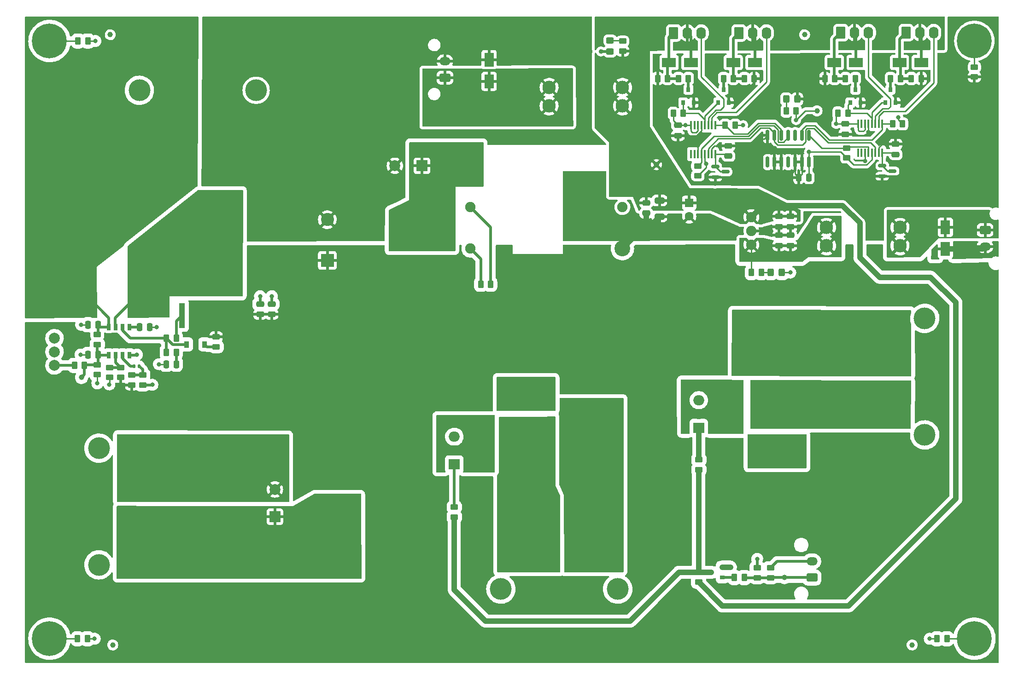
<source format=gtl>
G04 #@! TF.GenerationSoftware,KiCad,Pcbnew,(6.0.6)*
G04 #@! TF.CreationDate,2023-04-23T19:49:20-02:30*
G04 #@! TF.ProjectId,PowerDistributionBoard,506f7765-7244-4697-9374-726962757469,rev?*
G04 #@! TF.SameCoordinates,Original*
G04 #@! TF.FileFunction,Copper,L1,Top*
G04 #@! TF.FilePolarity,Positive*
%FSLAX46Y46*%
G04 Gerber Fmt 4.6, Leading zero omitted, Abs format (unit mm)*
G04 Created by KiCad (PCBNEW (6.0.6)) date 2023-04-23 19:49:20*
%MOMM*%
%LPD*%
G01*
G04 APERTURE LIST*
G04 Aperture macros list*
%AMRoundRect*
0 Rectangle with rounded corners*
0 $1 Rounding radius*
0 $2 $3 $4 $5 $6 $7 $8 $9 X,Y pos of 4 corners*
0 Add a 4 corners polygon primitive as box body*
4,1,4,$2,$3,$4,$5,$6,$7,$8,$9,$2,$3,0*
0 Add four circle primitives for the rounded corners*
1,1,$1+$1,$2,$3*
1,1,$1+$1,$4,$5*
1,1,$1+$1,$6,$7*
1,1,$1+$1,$8,$9*
0 Add four rect primitives between the rounded corners*
20,1,$1+$1,$2,$3,$4,$5,0*
20,1,$1+$1,$4,$5,$6,$7,0*
20,1,$1+$1,$6,$7,$8,$9,0*
20,1,$1+$1,$8,$9,$2,$3,0*%
G04 Aperture macros list end*
G04 #@! TA.AperFunction,SMDPad,CuDef*
%ADD10R,1.800000X2.500000*%
G04 #@! TD*
G04 #@! TA.AperFunction,SMDPad,CuDef*
%ADD11C,1.000000*%
G04 #@! TD*
G04 #@! TA.AperFunction,SMDPad,CuDef*
%ADD12RoundRect,0.150000X-0.587500X-0.150000X0.587500X-0.150000X0.587500X0.150000X-0.587500X0.150000X0*%
G04 #@! TD*
G04 #@! TA.AperFunction,SMDPad,CuDef*
%ADD13RoundRect,0.250000X-0.450000X0.262500X-0.450000X-0.262500X0.450000X-0.262500X0.450000X0.262500X0*%
G04 #@! TD*
G04 #@! TA.AperFunction,SMDPad,CuDef*
%ADD14RoundRect,0.250000X1.425000X-0.362500X1.425000X0.362500X-1.425000X0.362500X-1.425000X-0.362500X0*%
G04 #@! TD*
G04 #@! TA.AperFunction,SMDPad,CuDef*
%ADD15R,2.500000X1.800000*%
G04 #@! TD*
G04 #@! TA.AperFunction,SMDPad,CuDef*
%ADD16RoundRect,0.250000X-0.475000X0.250000X-0.475000X-0.250000X0.475000X-0.250000X0.475000X0.250000X0*%
G04 #@! TD*
G04 #@! TA.AperFunction,SMDPad,CuDef*
%ADD17R,0.410000X1.600000*%
G04 #@! TD*
G04 #@! TA.AperFunction,SMDPad,CuDef*
%ADD18RoundRect,0.250000X0.262500X0.450000X-0.262500X0.450000X-0.262500X-0.450000X0.262500X-0.450000X0*%
G04 #@! TD*
G04 #@! TA.AperFunction,SMDPad,CuDef*
%ADD19RoundRect,0.250000X0.325000X0.450000X-0.325000X0.450000X-0.325000X-0.450000X0.325000X-0.450000X0*%
G04 #@! TD*
G04 #@! TA.AperFunction,ComponentPad*
%ADD20R,1.600000X1.600000*%
G04 #@! TD*
G04 #@! TA.AperFunction,ComponentPad*
%ADD21C,1.600000*%
G04 #@! TD*
G04 #@! TA.AperFunction,SMDPad,CuDef*
%ADD22RoundRect,0.250000X-0.262500X-0.450000X0.262500X-0.450000X0.262500X0.450000X-0.262500X0.450000X0*%
G04 #@! TD*
G04 #@! TA.AperFunction,SMDPad,CuDef*
%ADD23R,0.800000X0.900000*%
G04 #@! TD*
G04 #@! TA.AperFunction,ComponentPad*
%ADD24R,2.000000X1.905000*%
G04 #@! TD*
G04 #@! TA.AperFunction,ComponentPad*
%ADD25O,2.000000X1.905000*%
G04 #@! TD*
G04 #@! TA.AperFunction,SMDPad,CuDef*
%ADD26RoundRect,0.147500X-0.147500X-0.172500X0.147500X-0.172500X0.147500X0.172500X-0.147500X0.172500X0*%
G04 #@! TD*
G04 #@! TA.AperFunction,SMDPad,CuDef*
%ADD27RoundRect,0.250000X0.450000X-0.262500X0.450000X0.262500X-0.450000X0.262500X-0.450000X-0.262500X0*%
G04 #@! TD*
G04 #@! TA.AperFunction,ComponentPad*
%ADD28RoundRect,0.250001X0.759999X-0.499999X0.759999X0.499999X-0.759999X0.499999X-0.759999X-0.499999X0*%
G04 #@! TD*
G04 #@! TA.AperFunction,ComponentPad*
%ADD29O,2.020000X1.500000*%
G04 #@! TD*
G04 #@! TA.AperFunction,SMDPad,CuDef*
%ADD30RoundRect,0.250000X0.250000X0.475000X-0.250000X0.475000X-0.250000X-0.475000X0.250000X-0.475000X0*%
G04 #@! TD*
G04 #@! TA.AperFunction,ComponentPad*
%ADD31R,2.400000X2.400000*%
G04 #@! TD*
G04 #@! TA.AperFunction,ComponentPad*
%ADD32C,2.400000*%
G04 #@! TD*
G04 #@! TA.AperFunction,ComponentPad*
%ADD33C,4.000000*%
G04 #@! TD*
G04 #@! TA.AperFunction,ComponentPad*
%ADD34R,4.800000X5.100000*%
G04 #@! TD*
G04 #@! TA.AperFunction,ComponentPad*
%ADD35C,2.470000*%
G04 #@! TD*
G04 #@! TA.AperFunction,ComponentPad*
%ADD36R,5.100000X4.800000*%
G04 #@! TD*
G04 #@! TA.AperFunction,SMDPad,CuDef*
%ADD37RoundRect,0.250000X0.475000X-0.250000X0.475000X0.250000X-0.475000X0.250000X-0.475000X-0.250000X0*%
G04 #@! TD*
G04 #@! TA.AperFunction,SMDPad,CuDef*
%ADD38R,0.900000X0.800000*%
G04 #@! TD*
G04 #@! TA.AperFunction,ComponentPad*
%ADD39RoundRect,0.250001X-0.759999X0.499999X-0.759999X-0.499999X0.759999X-0.499999X0.759999X0.499999X0*%
G04 #@! TD*
G04 #@! TA.AperFunction,SMDPad,CuDef*
%ADD40R,5.200000X8.750000*%
G04 #@! TD*
G04 #@! TA.AperFunction,SMDPad,CuDef*
%ADD41R,6.230000X6.740000*%
G04 #@! TD*
G04 #@! TA.AperFunction,SMDPad,CuDef*
%ADD42R,2.280000X1.524000*%
G04 #@! TD*
G04 #@! TA.AperFunction,ComponentPad*
%ADD43RoundRect,0.250000X-0.620000X-0.845000X0.620000X-0.845000X0.620000X0.845000X-0.620000X0.845000X0*%
G04 #@! TD*
G04 #@! TA.AperFunction,ComponentPad*
%ADD44O,1.740000X2.190000*%
G04 #@! TD*
G04 #@! TA.AperFunction,ComponentPad*
%ADD45C,2.000000*%
G04 #@! TD*
G04 #@! TA.AperFunction,SMDPad,CuDef*
%ADD46RoundRect,0.250000X0.450000X-0.325000X0.450000X0.325000X-0.450000X0.325000X-0.450000X-0.325000X0*%
G04 #@! TD*
G04 #@! TA.AperFunction,SMDPad,CuDef*
%ADD47R,6.740000X6.230000*%
G04 #@! TD*
G04 #@! TA.AperFunction,SMDPad,CuDef*
%ADD48R,1.524000X2.280000*%
G04 #@! TD*
G04 #@! TA.AperFunction,SMDPad,CuDef*
%ADD49RoundRect,0.150000X-0.150000X0.825000X-0.150000X-0.825000X0.150000X-0.825000X0.150000X0.825000X0*%
G04 #@! TD*
G04 #@! TA.AperFunction,ComponentPad*
%ADD50C,0.800000*%
G04 #@! TD*
G04 #@! TA.AperFunction,ComponentPad*
%ADD51C,6.400000*%
G04 #@! TD*
G04 #@! TA.AperFunction,SMDPad,CuDef*
%ADD52RoundRect,0.250000X-0.362500X-1.425000X0.362500X-1.425000X0.362500X1.425000X-0.362500X1.425000X0*%
G04 #@! TD*
G04 #@! TA.AperFunction,SMDPad,CuDef*
%ADD53R,0.900000X1.200000*%
G04 #@! TD*
G04 #@! TA.AperFunction,SMDPad,CuDef*
%ADD54R,1.100000X4.600000*%
G04 #@! TD*
G04 #@! TA.AperFunction,SMDPad,CuDef*
%ADD55R,10.800000X9.400000*%
G04 #@! TD*
G04 #@! TA.AperFunction,ComponentPad*
%ADD56R,1.905000X1.905000*%
G04 #@! TD*
G04 #@! TA.AperFunction,ComponentPad*
%ADD57C,1.905000*%
G04 #@! TD*
G04 #@! TA.AperFunction,ComponentPad*
%ADD58C,2.895600*%
G04 #@! TD*
G04 #@! TA.AperFunction,SMDPad,CuDef*
%ADD59RoundRect,0.250000X-1.425000X0.362500X-1.425000X-0.362500X1.425000X-0.362500X1.425000X0.362500X0*%
G04 #@! TD*
G04 #@! TA.AperFunction,ComponentPad*
%ADD60C,1.900000*%
G04 #@! TD*
G04 #@! TA.AperFunction,SMDPad,CuDef*
%ADD61RoundRect,0.250000X-0.250000X-0.475000X0.250000X-0.475000X0.250000X0.475000X-0.250000X0.475000X0*%
G04 #@! TD*
G04 #@! TA.AperFunction,ComponentPad*
%ADD62R,2.000000X2.000000*%
G04 #@! TD*
G04 #@! TA.AperFunction,SMDPad,CuDef*
%ADD63RoundRect,0.250000X-0.650000X0.325000X-0.650000X-0.325000X0.650000X-0.325000X0.650000X0.325000X0*%
G04 #@! TD*
G04 #@! TA.AperFunction,SMDPad,CuDef*
%ADD64R,0.762000X1.143000*%
G04 #@! TD*
G04 #@! TA.AperFunction,ViaPad*
%ADD65C,0.800000*%
G04 #@! TD*
G04 #@! TA.AperFunction,Conductor*
%ADD66C,0.500000*%
G04 #@! TD*
G04 #@! TA.AperFunction,Conductor*
%ADD67C,0.250000*%
G04 #@! TD*
G04 #@! TA.AperFunction,Conductor*
%ADD68C,1.000000*%
G04 #@! TD*
G04 APERTURE END LIST*
D10*
X76575000Y-117250000D03*
X76575000Y-113250000D03*
D11*
X183790000Y-28850000D03*
X180100000Y-69650000D03*
D12*
X198062500Y-54880000D03*
X198062500Y-52980000D03*
X199937500Y-53930000D03*
D13*
X62125000Y-91462500D03*
X62125000Y-93287500D03*
D14*
X134925000Y-101212500D03*
X134925000Y-95287500D03*
D15*
X205225000Y-33950000D03*
X201225000Y-33950000D03*
D16*
X83700000Y-78400000D03*
X83700000Y-80300000D03*
D17*
X193617500Y-50559300D03*
X194252500Y-50559300D03*
X194887500Y-50559300D03*
X195522500Y-50559300D03*
X196157500Y-50559300D03*
X196792500Y-50559300D03*
X197427500Y-50559300D03*
X198062500Y-50559300D03*
X198062500Y-45250700D03*
X197427500Y-45250700D03*
X196792500Y-45250700D03*
X196157500Y-45250700D03*
X195522500Y-45250700D03*
X194887500Y-45250700D03*
X194252500Y-45250700D03*
X193617500Y-45250700D03*
D18*
X209937500Y-140000000D03*
X208112500Y-140000000D03*
X201802500Y-45255000D03*
X199977500Y-45255000D03*
D19*
X182437500Y-40700000D03*
X180387500Y-40700000D03*
D16*
X154675000Y-59775000D03*
X154675000Y-61675000D03*
D20*
X162575000Y-59792621D03*
D21*
X162575000Y-62292621D03*
D18*
X170712500Y-36900000D03*
X168887500Y-36900000D03*
D11*
X50900000Y-91925000D03*
D22*
X66462500Y-84700000D03*
X68287500Y-84700000D03*
D23*
X192190000Y-41345000D03*
X194090000Y-41345000D03*
X193140000Y-38945000D03*
D24*
X164345000Y-101190000D03*
D25*
X164345000Y-98650000D03*
X164345000Y-96110000D03*
D26*
X60515000Y-89850000D03*
X61485000Y-89850000D03*
D11*
X56170000Y-28850000D03*
D27*
X150350000Y-31862500D03*
X150350000Y-30037500D03*
D24*
X119400000Y-107900000D03*
D25*
X119400000Y-105360000D03*
X119400000Y-102820000D03*
D27*
X60100000Y-93287500D03*
X60100000Y-91462500D03*
D28*
X185135000Y-128750000D03*
D29*
X185135000Y-125750000D03*
D30*
X184600000Y-55125000D03*
X182700000Y-55125000D03*
D11*
X56620000Y-141150000D03*
D31*
X96070000Y-70382755D03*
D32*
X96070000Y-62882755D03*
D33*
X61520000Y-39080000D03*
X82980000Y-39080000D03*
D34*
X67250000Y-53080000D03*
X67250000Y-48080000D03*
X77250000Y-53080000D03*
X77250000Y-48080000D03*
D35*
X173825000Y-86300000D03*
X173825000Y-82900000D03*
X160325000Y-82900000D03*
X160325000Y-86300000D03*
D33*
X205870000Y-102505000D03*
X205870000Y-81045000D03*
D36*
X196870000Y-86775000D03*
X191870000Y-86775000D03*
X196870000Y-96775000D03*
X191870000Y-96775000D03*
D37*
X160520000Y-47415000D03*
X160520000Y-45515000D03*
D35*
X145450000Y-98625000D03*
X142050000Y-98625000D03*
X142050000Y-85125000D03*
X145450000Y-85125000D03*
D27*
X164150000Y-54812500D03*
X164150000Y-52987500D03*
D16*
X179100000Y-62275000D03*
X179100000Y-64175000D03*
D23*
X198615000Y-41345000D03*
X200515000Y-41345000D03*
X199565000Y-38945000D03*
D33*
X127970000Y-130870000D03*
X149430000Y-130870000D03*
D34*
X143700000Y-121870000D03*
X143700000Y-116870000D03*
X133700000Y-116870000D03*
X133700000Y-121870000D03*
D37*
X179100000Y-67650000D03*
X179100000Y-65750000D03*
D18*
X205240000Y-36900000D03*
X203415000Y-36900000D03*
X201390000Y-36900000D03*
X199565000Y-36900000D03*
D10*
X125800000Y-37425000D03*
X125800000Y-33425000D03*
D38*
X168625000Y-128725000D03*
X168625000Y-126825000D03*
X166625000Y-127775000D03*
D28*
X117675000Y-36750000D03*
D29*
X117675000Y-33750000D03*
D22*
X170862500Y-128725000D03*
X172687500Y-128725000D03*
D39*
X216965000Y-64800000D03*
D29*
X216965000Y-67800000D03*
D22*
X187502500Y-36900000D03*
X189327500Y-36900000D03*
D18*
X171012500Y-45500000D03*
X169187500Y-45500000D03*
D40*
X61925000Y-76175000D03*
X51125000Y-76175000D03*
D27*
X119400000Y-117587500D03*
X119400000Y-115762500D03*
X75625000Y-86262500D03*
X75625000Y-84437500D03*
D22*
X156775000Y-36900000D03*
X158600000Y-36900000D03*
D41*
X142040000Y-107650000D03*
D42*
X134895000Y-105370000D03*
X134895000Y-109930000D03*
D43*
X202450000Y-28450000D03*
D44*
X204990000Y-28450000D03*
X207530000Y-28450000D03*
D22*
X50137500Y-140000000D03*
X51962500Y-140000000D03*
D15*
X174675000Y-33950000D03*
X170675000Y-33950000D03*
X162875000Y-33950000D03*
X158875000Y-33950000D03*
D16*
X85850000Y-78400000D03*
X85850000Y-80300000D03*
D45*
X45925000Y-84700000D03*
X45925000Y-87200000D03*
X45925000Y-89700000D03*
D46*
X148025000Y-31937500D03*
X148025000Y-29887500D03*
D35*
X136825000Y-41950000D03*
X136825000Y-38550000D03*
X150325000Y-41950000D03*
X150325000Y-38550000D03*
D13*
X56025000Y-90087500D03*
X56025000Y-91912500D03*
X177525000Y-126937500D03*
X177525000Y-128762500D03*
D30*
X68325000Y-89475000D03*
X66425000Y-89475000D03*
D47*
X182625000Y-87860000D03*
D48*
X180345000Y-95005000D03*
X184905000Y-95005000D03*
D49*
X184610000Y-47350000D03*
X183340000Y-47350000D03*
X182070000Y-47350000D03*
X180800000Y-47350000D03*
X179530000Y-47350000D03*
X178260000Y-47350000D03*
X176990000Y-47350000D03*
X176990000Y-52300000D03*
X178260000Y-52300000D03*
X179530000Y-52300000D03*
X180800000Y-52300000D03*
X182070000Y-52300000D03*
X183340000Y-52300000D03*
X184610000Y-52300000D03*
D35*
X201325000Y-64300000D03*
X201325000Y-67700000D03*
X187825000Y-64300000D03*
X187825000Y-67700000D03*
D22*
X160600000Y-36900000D03*
X162425000Y-36900000D03*
D50*
X42600000Y-140000000D03*
X45000000Y-142400000D03*
D51*
X45000000Y-140000000D03*
D50*
X45000000Y-137600000D03*
X47400000Y-140000000D03*
X46697056Y-138302944D03*
X46697056Y-141697056D03*
X43302944Y-138302944D03*
X43302944Y-141697056D03*
D27*
X164350000Y-108900000D03*
X164350000Y-107075000D03*
D22*
X50225000Y-30000000D03*
X52050000Y-30000000D03*
D27*
X58050000Y-91912500D03*
X58050000Y-90087500D03*
D23*
X161485000Y-41345000D03*
X163385000Y-41345000D03*
X162435000Y-38945000D03*
D52*
X170187500Y-95475000D03*
X176112500Y-95475000D03*
D11*
X156550000Y-52750000D03*
D22*
X159662500Y-43300000D03*
X161487500Y-43300000D03*
D11*
X203550000Y-141150000D03*
D52*
X124537500Y-105350000D03*
X130462500Y-105350000D03*
D37*
X191265000Y-47155000D03*
X191265000Y-45255000D03*
D27*
X191550000Y-51537500D03*
X191550000Y-49712500D03*
D18*
X68287500Y-87300000D03*
X66462500Y-87300000D03*
D15*
X193250000Y-33950000D03*
X189250000Y-33950000D03*
D53*
X70225000Y-85850000D03*
X73525000Y-85850000D03*
D13*
X215000000Y-34787500D03*
X215000000Y-36612500D03*
D54*
X69360000Y-80525000D03*
D55*
X71900000Y-71375000D03*
D54*
X74440000Y-80525000D03*
D18*
X174537500Y-36900000D03*
X172712500Y-36900000D03*
D37*
X169785000Y-51195000D03*
X169785000Y-49295000D03*
X200515000Y-50900000D03*
X200515000Y-49000000D03*
D16*
X181175000Y-65750000D03*
X181175000Y-67650000D03*
D11*
X186075000Y-42850000D03*
D13*
X53775000Y-89562500D03*
X53775000Y-91387500D03*
D35*
X110725000Y-65075000D03*
X114125000Y-65075000D03*
X110725000Y-78575000D03*
X114125000Y-78575000D03*
D43*
X171710000Y-28520000D03*
D44*
X174250000Y-28520000D03*
X176790000Y-28520000D03*
D23*
X167935000Y-41345000D03*
X169835000Y-41345000D03*
X168885000Y-38945000D03*
D19*
X179612500Y-72625000D03*
X177562500Y-72625000D03*
D10*
X209675000Y-64275000D03*
X209675000Y-68275000D03*
D13*
X53775000Y-84037500D03*
X53775000Y-85862500D03*
D35*
X96025000Y-117500000D03*
X99425000Y-117500000D03*
X96025000Y-104000000D03*
X99425000Y-104000000D03*
D11*
X180100000Y-128750000D03*
D50*
X215000000Y-137600000D03*
X217400000Y-140000000D03*
X216697056Y-138302944D03*
X213302944Y-138302944D03*
X216697056Y-141697056D03*
X212600000Y-140000000D03*
X213302944Y-141697056D03*
X215000000Y-142400000D03*
D51*
X215000000Y-140000000D03*
D17*
X162912500Y-50824300D03*
X163547500Y-50824300D03*
X164182500Y-50824300D03*
X164817500Y-50824300D03*
X165452500Y-50824300D03*
X166087500Y-50824300D03*
X166722500Y-50824300D03*
X167357500Y-50824300D03*
X167357500Y-45515700D03*
X166722500Y-45515700D03*
X166087500Y-45515700D03*
X165452500Y-45515700D03*
X164817500Y-45515700D03*
X164182500Y-45515700D03*
X163547500Y-45515700D03*
X162912500Y-45515700D03*
D30*
X53975000Y-82200000D03*
X52075000Y-82200000D03*
D18*
X126087500Y-74775000D03*
X124262500Y-74775000D03*
D13*
X164300000Y-127762500D03*
X164300000Y-129587500D03*
D43*
X190450000Y-28450000D03*
D44*
X192990000Y-28450000D03*
X195530000Y-28450000D03*
D56*
X122363210Y-52955000D03*
D57*
X122363210Y-60575000D03*
X122363210Y-68195000D03*
D58*
X150303210Y-68195000D03*
D57*
X150303210Y-64385000D03*
X150303210Y-60575000D03*
X150303210Y-56765000D03*
D58*
X150303210Y-52955000D03*
D51*
X215000000Y-30000000D03*
D50*
X215000000Y-27600000D03*
X213302944Y-28302944D03*
X216697056Y-31697056D03*
X212600000Y-30000000D03*
X213302944Y-31697056D03*
X217400000Y-30000000D03*
X216697056Y-28302944D03*
X215000000Y-32400000D03*
D22*
X191302500Y-36900000D03*
X193127500Y-36900000D03*
D51*
X45000000Y-30000000D03*
D50*
X45000000Y-27600000D03*
X43302944Y-31697056D03*
X46697056Y-28302944D03*
X45000000Y-32400000D03*
X42600000Y-30000000D03*
X46697056Y-31697056D03*
X43302944Y-28302944D03*
X47400000Y-30000000D03*
D59*
X176100000Y-99387500D03*
X176100000Y-105312500D03*
D18*
X175825000Y-72625000D03*
X174000000Y-72625000D03*
D30*
X53975000Y-87700000D03*
X52075000Y-87700000D03*
D60*
X174000000Y-62410000D03*
X174000000Y-64950000D03*
X174000000Y-67490000D03*
D61*
X61525000Y-82700000D03*
X63425000Y-82700000D03*
D18*
X51412500Y-89700000D03*
X49587500Y-89700000D03*
D22*
X180400000Y-42900000D03*
X182225000Y-42900000D03*
D12*
X167362500Y-55025000D03*
X167362500Y-53125000D03*
X169237500Y-54075000D03*
D22*
X189912500Y-43250000D03*
X191737500Y-43250000D03*
D43*
X159710000Y-28520000D03*
D44*
X162250000Y-28520000D03*
X164790000Y-28520000D03*
D33*
X54080000Y-126405000D03*
X54080000Y-104945000D03*
D36*
X63080000Y-120675000D03*
X68080000Y-120675000D03*
X63080000Y-110675000D03*
X68080000Y-110675000D03*
D62*
X86425000Y-117525000D03*
D45*
X86425000Y-112525000D03*
D27*
X175075000Y-128762500D03*
X175075000Y-126937500D03*
D37*
X181175000Y-64175000D03*
X181175000Y-62275000D03*
D62*
X113475000Y-52975000D03*
D45*
X108475000Y-52975000D03*
D63*
X157125000Y-59350000D03*
X157125000Y-62300000D03*
D64*
X55885000Y-87853500D03*
X57155000Y-87853500D03*
X58425000Y-87853500D03*
X59695000Y-87853500D03*
X59695000Y-82646500D03*
X58425000Y-82646500D03*
X57155000Y-82646500D03*
X55885000Y-82646500D03*
D65*
X73600000Y-45725000D03*
X175950000Y-107450000D03*
X73575000Y-51500000D03*
X90350000Y-50675000D03*
X80850000Y-44175000D03*
X80900000Y-45625000D03*
X170150000Y-126825000D03*
X197625000Y-34500000D03*
X160525000Y-48700000D03*
X180775000Y-35525000D03*
X136975000Y-93125000D03*
X209225000Y-41550000D03*
X131925000Y-95075000D03*
X79000000Y-44125000D03*
X128125000Y-97050000D03*
X128175000Y-93125000D03*
X97775000Y-34100000D03*
X80900000Y-56250000D03*
X80900000Y-49425000D03*
X183100000Y-107450000D03*
X175550000Y-48000000D03*
X108250000Y-30300000D03*
X188700000Y-56875000D03*
X80900000Y-51500000D03*
X181150000Y-72625000D03*
X181225000Y-107450000D03*
X130450000Y-28925000D03*
X61050000Y-87725000D03*
X167000000Y-34650000D03*
X200500000Y-47750000D03*
X179375000Y-103525000D03*
X131900000Y-97050000D03*
X196575000Y-54875000D03*
X146350000Y-31925000D03*
X53450000Y-30000000D03*
X130050000Y-93125000D03*
X50700000Y-87700000D03*
X80900000Y-47575000D03*
X140150000Y-29200000D03*
X80900000Y-53275000D03*
X185950000Y-36925000D03*
X183975000Y-40700000D03*
X206800000Y-140000000D03*
X56000000Y-93200000D03*
X73600000Y-54925000D03*
X181250000Y-105500000D03*
X179325000Y-107450000D03*
X133725000Y-93125000D03*
X83700000Y-76975000D03*
X76225000Y-40275000D03*
X215000000Y-37962500D03*
X50825000Y-82200000D03*
X64650000Y-82700000D03*
X90650000Y-40275000D03*
X77250000Y-44100000D03*
X65125000Y-89475000D03*
X130000000Y-97050000D03*
X73575000Y-47625000D03*
X128150000Y-95075000D03*
X63900000Y-93275000D03*
X90725000Y-30125000D03*
X73600000Y-44150000D03*
X131950000Y-93125000D03*
X101225000Y-55550000D03*
X181275000Y-103525000D03*
X73600000Y-49425000D03*
X178900000Y-54175000D03*
X83475000Y-45575000D03*
X83750000Y-33750000D03*
X73625000Y-56275000D03*
X174300000Y-107450000D03*
X179350000Y-105500000D03*
X215875000Y-56350000D03*
X76300000Y-27250000D03*
X208350000Y-51300000D03*
X97575000Y-45525000D03*
X181475000Y-55125000D03*
X171325000Y-49300000D03*
X130025000Y-95075000D03*
X195525000Y-46750000D03*
X156775000Y-38625000D03*
X189725000Y-47150000D03*
X212000000Y-68275000D03*
X164175000Y-49200000D03*
X178325000Y-49750000D03*
X53300000Y-140000000D03*
X75525000Y-44100000D03*
X73575000Y-53300000D03*
X173825000Y-38575000D03*
X177550000Y-107450000D03*
X194875000Y-52075000D03*
X215100000Y-44650000D03*
X167350000Y-56250000D03*
X80900000Y-54850000D03*
X203775000Y-58400000D03*
X53800000Y-93000000D03*
X204725000Y-38650000D03*
X85850000Y-76975000D03*
X135325000Y-93125000D03*
X183150000Y-103525000D03*
X183125000Y-105500000D03*
X67250000Y-56975000D03*
X63575000Y-54975000D03*
X70875000Y-49400000D03*
X65375000Y-57000000D03*
X62250000Y-59200000D03*
X55500000Y-44250000D03*
X42975000Y-72275000D03*
X70875000Y-47575000D03*
X49650000Y-59200000D03*
X55500000Y-53875000D03*
X63625000Y-47625000D03*
X63575000Y-51425000D03*
X49825000Y-67575000D03*
X49375000Y-48825000D03*
X42625000Y-35925000D03*
X70925000Y-45675000D03*
X70875000Y-56875000D03*
X42675000Y-44375000D03*
X63625000Y-45750000D03*
X55725000Y-35975000D03*
X68975000Y-56925000D03*
X63625000Y-49425000D03*
X42875000Y-62775000D03*
X70875000Y-51425000D03*
X49175000Y-40250000D03*
X70875000Y-54975000D03*
X63575000Y-53250000D03*
X42800000Y-53800000D03*
X42975000Y-78200000D03*
X55425000Y-63525000D03*
X63575000Y-56975000D03*
X70875000Y-53300000D03*
X72400000Y-79625000D03*
X61925000Y-133925000D03*
X105000000Y-93850000D03*
X83275000Y-95700000D03*
X94450000Y-132725000D03*
X209775000Y-129625000D03*
X72375000Y-80825000D03*
X76625000Y-81550000D03*
X102800000Y-82825000D03*
X92575000Y-89575000D03*
X76625000Y-82800000D03*
X76725000Y-78975000D03*
X151300000Y-77300000D03*
X72350000Y-83300000D03*
X72350000Y-82025000D03*
X72425000Y-78475000D03*
X121000000Y-87975000D03*
X170550000Y-140625000D03*
X76675000Y-80300000D03*
X174700000Y-115775000D03*
X132075000Y-79875000D03*
X172500000Y-45500000D03*
X175075000Y-125300000D03*
X189600000Y-45250000D03*
X182225000Y-44550000D03*
X165700000Y-52575000D03*
X184600000Y-50425000D03*
X161925000Y-45500000D03*
X201025000Y-44050000D03*
X76025000Y-61400000D03*
X64850000Y-67525000D03*
X70300000Y-61600000D03*
X78750000Y-64400000D03*
X78950000Y-67925000D03*
X79025000Y-74350000D03*
X64850000Y-70450000D03*
X67575000Y-64250000D03*
X73300000Y-60375000D03*
X79025000Y-71225000D03*
X78825000Y-59150000D03*
X61075000Y-70375000D03*
X73375000Y-64200000D03*
X61075000Y-67725000D03*
X131050000Y-100525000D03*
X131225000Y-112050000D03*
X131200000Y-109325000D03*
X128725000Y-112050000D03*
X128725000Y-109350000D03*
X128600000Y-100525000D03*
X182675000Y-98225000D03*
X182675000Y-100375000D03*
X185575000Y-98250000D03*
X179800000Y-100300000D03*
X185575000Y-100400000D03*
X179825000Y-98225000D03*
X122200000Y-101725000D03*
X122250000Y-108225000D03*
X126025000Y-101725000D03*
X126025000Y-99725000D03*
X122225000Y-99675000D03*
X124125000Y-99725000D03*
X122225000Y-106075000D03*
X124125000Y-101700000D03*
X122225000Y-104000000D03*
X167400000Y-99125000D03*
X167400000Y-92975000D03*
X171675000Y-101425000D03*
X171675000Y-99125000D03*
X167400000Y-97075000D03*
X169550000Y-101425000D03*
X167400000Y-94950000D03*
X167400000Y-101425000D03*
X169525000Y-99125000D03*
D66*
X59695000Y-82700000D02*
X61525000Y-82700000D01*
D67*
X169790000Y-49300000D02*
X169785000Y-49295000D01*
X195525000Y-45253200D02*
X195522500Y-45250700D01*
D66*
X124262500Y-74775000D02*
X124262500Y-70094290D01*
D67*
X183340000Y-54485000D02*
X182700000Y-55125000D01*
D66*
X63887500Y-93287500D02*
X63900000Y-93275000D01*
D67*
X53800000Y-93000000D02*
X53775000Y-92975000D01*
X197427500Y-49647500D02*
X197427500Y-50559300D01*
X200500000Y-47750000D02*
X200500000Y-48985000D01*
X56025000Y-93175000D02*
X56000000Y-93200000D01*
X194875000Y-52075000D02*
X194875000Y-50571800D01*
D66*
X174000000Y-64950000D02*
X176375000Y-64950000D01*
X187502500Y-36900000D02*
X185975000Y-36900000D01*
D67*
X194875000Y-50571800D02*
X194887500Y-50559300D01*
D68*
X154675000Y-61675000D02*
X154675000Y-63823210D01*
D66*
X156775000Y-36900000D02*
X156775000Y-38625000D01*
X174537500Y-36900000D02*
X174537500Y-37862500D01*
D67*
X206800000Y-140000000D02*
X208112500Y-140000000D01*
X56025000Y-91912500D02*
X56025000Y-93175000D01*
X50700000Y-87700000D02*
X52075000Y-87700000D01*
X183340000Y-52300000D02*
X183340000Y-54485000D01*
X179530000Y-52300000D02*
X179530000Y-53545000D01*
D68*
X209675000Y-68275000D02*
X212000000Y-68275000D01*
D67*
X191260000Y-47150000D02*
X191265000Y-47155000D01*
X215000000Y-37962500D02*
X215000000Y-36612500D01*
X196575000Y-54875000D02*
X198057500Y-54875000D01*
D66*
X124262500Y-70094290D02*
X122363210Y-68195000D01*
D67*
X182070000Y-54495000D02*
X182700000Y-55125000D01*
D68*
X155601790Y-63823210D02*
X154675000Y-63823210D01*
X216490000Y-68275000D02*
X216965000Y-67800000D01*
D67*
X50825000Y-82200000D02*
X52075000Y-82200000D01*
X182700000Y-55125000D02*
X181475000Y-55125000D01*
D66*
X177525000Y-126937500D02*
X178712500Y-125750000D01*
D67*
X183975000Y-40700000D02*
X182437500Y-40700000D01*
X195525000Y-46750000D02*
X195525000Y-45253200D01*
X178260000Y-52300000D02*
X179530000Y-52300000D01*
X164182500Y-49207500D02*
X164175000Y-49200000D01*
X200500000Y-48985000D02*
X200515000Y-49000000D01*
X179612500Y-72625000D02*
X181150000Y-72625000D01*
D66*
X60921500Y-87853500D02*
X61050000Y-87725000D01*
X178712500Y-125750000D02*
X185135000Y-125750000D01*
D67*
X167201800Y-49295000D02*
X166722500Y-49774300D01*
X198075000Y-49000000D02*
X197427500Y-49647500D01*
X200515000Y-49000000D02*
X198075000Y-49000000D01*
X198057500Y-54875000D02*
X198062500Y-54880000D01*
D68*
X168625000Y-126825000D02*
X170150000Y-126825000D01*
D67*
X164817500Y-46542100D02*
X164817500Y-45515700D01*
D68*
X154675000Y-63823210D02*
X150303210Y-68195000D01*
D67*
X171325000Y-49300000D02*
X169790000Y-49300000D01*
D66*
X205240000Y-36900000D02*
X205240000Y-38135000D01*
D67*
X189725000Y-47150000D02*
X191260000Y-47150000D01*
X178260000Y-52300000D02*
X178260000Y-53535000D01*
X164182500Y-50824300D02*
X164182500Y-49207500D01*
X160520000Y-47415000D02*
X160520000Y-48695000D01*
X53450000Y-30000000D02*
X52050000Y-30000000D01*
D68*
X157125000Y-62300000D02*
X155601790Y-63823210D01*
D67*
X175550000Y-48000000D02*
X176340000Y-48000000D01*
D68*
X212000000Y-68275000D02*
X216490000Y-68275000D01*
D66*
X174537500Y-37862500D02*
X173825000Y-38575000D01*
D67*
X160520000Y-48695000D02*
X160525000Y-48700000D01*
D66*
X185975000Y-36900000D02*
X185950000Y-36925000D01*
D67*
X63425000Y-82700000D02*
X64650000Y-82700000D01*
X176340000Y-48000000D02*
X176990000Y-47350000D01*
X182070000Y-52300000D02*
X182070000Y-54495000D01*
X65125000Y-89475000D02*
X66425000Y-89475000D01*
X163944600Y-47415000D02*
X164817500Y-46542100D01*
X148025000Y-31937500D02*
X146362500Y-31937500D01*
X179530000Y-53545000D02*
X178900000Y-54175000D01*
X53775000Y-92975000D02*
X53775000Y-91387500D01*
X169785000Y-49295000D02*
X167201800Y-49295000D01*
X53300000Y-140000000D02*
X51962500Y-140000000D01*
X167350000Y-55037500D02*
X167362500Y-55025000D01*
D66*
X85850000Y-78400000D02*
X85850000Y-76975000D01*
X62125000Y-93287500D02*
X63887500Y-93287500D01*
D67*
X160520000Y-47415000D02*
X163944600Y-47415000D01*
D66*
X59695000Y-87853500D02*
X60921500Y-87853500D01*
D67*
X166722500Y-49774300D02*
X166722500Y-50824300D01*
X146362500Y-31937500D02*
X146350000Y-31925000D01*
D66*
X83700000Y-78400000D02*
X83700000Y-76975000D01*
X205240000Y-38135000D02*
X204725000Y-38650000D01*
D67*
X167350000Y-56250000D02*
X167350000Y-55037500D01*
X178260000Y-53535000D02*
X178900000Y-54175000D01*
D66*
X53975000Y-82200000D02*
X53975000Y-83837500D01*
X53975000Y-83837500D02*
X53775000Y-84037500D01*
X55885000Y-80935000D02*
X51125000Y-76175000D01*
X55885000Y-82646500D02*
X55885000Y-80935000D01*
X54421500Y-82646500D02*
X53975000Y-82200000D01*
X55885000Y-82646500D02*
X54421500Y-82646500D01*
X68287500Y-87300000D02*
X68287500Y-89437500D01*
X68287500Y-89437500D02*
X68325000Y-89475000D01*
D67*
X198062500Y-52980000D02*
X198062500Y-50559300D01*
X200174300Y-50559300D02*
X198062500Y-50559300D01*
X199937500Y-53930000D02*
X199012500Y-53930000D01*
X200515000Y-50900000D02*
X200174300Y-50559300D01*
X199012500Y-53930000D02*
X198062500Y-52980000D01*
X167362500Y-53125000D02*
X167362500Y-50829300D01*
X169414300Y-50824300D02*
X167357500Y-50824300D01*
X169237500Y-54075000D02*
X168312500Y-54075000D01*
X169785000Y-51195000D02*
X169414300Y-50824300D01*
X167362500Y-50829300D02*
X167357500Y-50824300D01*
X168312500Y-54075000D02*
X167362500Y-53125000D01*
D66*
X193250000Y-28710000D02*
X192990000Y-28450000D01*
X205225000Y-33950000D02*
X205225000Y-28685000D01*
X162875000Y-33950000D02*
X162875000Y-29145000D01*
D68*
X164300000Y-129587500D02*
X168662500Y-133950000D01*
D66*
X205225000Y-28685000D02*
X204990000Y-28450000D01*
X193250000Y-33950000D02*
X193250000Y-28710000D01*
D68*
X193950000Y-63475000D02*
X190775000Y-60300000D01*
X206950000Y-73475000D02*
X197575000Y-73475000D01*
X197575000Y-73475000D02*
X193950000Y-69850000D01*
X211600000Y-114225000D02*
X211600000Y-78125000D01*
X176110000Y-60300000D02*
X174000000Y-62410000D01*
X191875000Y-133950000D02*
X211600000Y-114225000D01*
X193950000Y-69850000D02*
X193950000Y-63475000D01*
X168662500Y-133950000D02*
X191875000Y-133950000D01*
X190775000Y-60300000D02*
X176110000Y-60300000D01*
X211600000Y-78125000D02*
X206950000Y-73475000D01*
D66*
X174675000Y-28945000D02*
X174250000Y-28520000D01*
X162875000Y-29145000D02*
X162250000Y-28520000D01*
X174675000Y-33950000D02*
X174675000Y-28945000D01*
X54128500Y-87853500D02*
X53975000Y-87700000D01*
X55885000Y-87853500D02*
X54128500Y-87853500D01*
X53775000Y-85862500D02*
X53775000Y-87500000D01*
X51412500Y-89700000D02*
X51412500Y-91412500D01*
X53975000Y-89362500D02*
X53775000Y-89562500D01*
X53975000Y-87700000D02*
X53975000Y-89362500D01*
X53775000Y-87500000D02*
X53975000Y-87700000D01*
X53775000Y-89562500D02*
X51550000Y-89562500D01*
X51412500Y-91412500D02*
X50900000Y-91925000D01*
X51550000Y-89562500D02*
X51412500Y-89700000D01*
X67615700Y-85853200D02*
X70221800Y-85853200D01*
X59866946Y-84700000D02*
X58425000Y-83258054D01*
X66462500Y-84700000D02*
X67615700Y-85853200D01*
X58425000Y-83258054D02*
X58425000Y-82646500D01*
X70221800Y-85853200D02*
X70225000Y-85850000D01*
X66462500Y-84700000D02*
X66462500Y-87300000D01*
X59866946Y-84700000D02*
X66462500Y-84700000D01*
D67*
X174000000Y-67490000D02*
X174000000Y-72625000D01*
D66*
X75625000Y-86262500D02*
X73937500Y-86262500D01*
X73937500Y-86262500D02*
X73525000Y-85850000D01*
X59832600Y-89850000D02*
X58425000Y-88442400D01*
X58425000Y-88442400D02*
X58425000Y-87853500D01*
X60515000Y-89850000D02*
X59832600Y-89850000D01*
D67*
X199575000Y-40625000D02*
X195530000Y-36580000D01*
X196792500Y-45250700D02*
X196792500Y-43771578D01*
X198092278Y-42471800D02*
X199178200Y-42471800D01*
X195530000Y-36580000D02*
X195530000Y-28450000D01*
X196792500Y-43771578D02*
X198092278Y-42471800D01*
X199575000Y-42075000D02*
X199575000Y-40625000D01*
X199178200Y-42471800D02*
X199575000Y-42075000D01*
D66*
X158600000Y-34225000D02*
X158875000Y-33950000D01*
X160600000Y-36900000D02*
X158600000Y-36900000D01*
X158600000Y-36900000D02*
X158600000Y-34225000D01*
X158875000Y-33950000D02*
X158875000Y-29355000D01*
X158875000Y-29355000D02*
X159710000Y-28520000D01*
D67*
X197427500Y-43777500D02*
X198280000Y-42925000D01*
X198280000Y-42925000D02*
X202300000Y-42925000D01*
X202300000Y-42925000D02*
X207530000Y-37695000D01*
X197427500Y-45250700D02*
X197427500Y-43777500D01*
X207530000Y-37695000D02*
X207530000Y-28450000D01*
D66*
X189327500Y-36900000D02*
X191302500Y-36900000D01*
X189250000Y-33950000D02*
X189250000Y-36822500D01*
X189250000Y-29650000D02*
X190450000Y-28450000D01*
X189250000Y-33950000D02*
X189250000Y-29650000D01*
X189250000Y-36822500D02*
X189327500Y-36900000D01*
D67*
X168900000Y-42125000D02*
X168900000Y-40700000D01*
X164790000Y-36590000D02*
X164790000Y-28520000D01*
X167487278Y-42696800D02*
X168328200Y-42696800D01*
X166087500Y-44096578D02*
X167487278Y-42696800D01*
X166087500Y-45515700D02*
X166087500Y-44096578D01*
X168328200Y-42696800D02*
X168900000Y-42125000D01*
X168900000Y-40700000D02*
X164790000Y-36590000D01*
D66*
X201390000Y-36900000D02*
X201390000Y-34115000D01*
X201225000Y-29675000D02*
X202450000Y-28450000D01*
X201390000Y-36900000D02*
X203415000Y-36900000D01*
X201390000Y-34115000D02*
X201225000Y-33950000D01*
X201225000Y-33950000D02*
X201225000Y-29675000D01*
D67*
X166722500Y-45515700D02*
X166722500Y-44102500D01*
X167675000Y-43150000D02*
X171200000Y-43150000D01*
X176790000Y-37560000D02*
X176790000Y-28520000D01*
X166722500Y-44102500D02*
X167675000Y-43150000D01*
X171200000Y-43150000D02*
X176790000Y-37560000D01*
D66*
X177525000Y-128762500D02*
X175075000Y-128762500D01*
X185135000Y-128750000D02*
X180100000Y-128750000D01*
X180100000Y-128750000D02*
X177537500Y-128750000D01*
X175075000Y-128762500D02*
X172725000Y-128762500D01*
X172725000Y-128762500D02*
X172687500Y-128725000D01*
X170675000Y-33950000D02*
X170675000Y-29555000D01*
X170675000Y-33950000D02*
X170675000Y-36862500D01*
X170675000Y-36862500D02*
X170712500Y-36900000D01*
X170675000Y-29555000D02*
X171710000Y-28520000D01*
X170712500Y-36900000D02*
X172712500Y-36900000D01*
X68287500Y-81597500D02*
X69360000Y-80525000D01*
X68287500Y-84700000D02*
X68287500Y-81597500D01*
D67*
X191737500Y-43250000D02*
X191737500Y-41797500D01*
X197965000Y-41345000D02*
X196157500Y-43152500D01*
X195206800Y-43250000D02*
X191737500Y-43250000D01*
X196157500Y-44200700D02*
X195206800Y-43250000D01*
X196157500Y-45250700D02*
X196157500Y-44200700D01*
X191737500Y-41797500D02*
X192190000Y-41345000D01*
X198615000Y-41345000D02*
X197965000Y-41345000D01*
X196157500Y-43152500D02*
X196157500Y-45250700D01*
D66*
X193127500Y-38932500D02*
X193140000Y-38945000D01*
X193127500Y-36900000D02*
X193127500Y-38932500D01*
X199565000Y-38945000D02*
X199565000Y-36900000D01*
D67*
X161487500Y-43300000D02*
X164286800Y-43300000D01*
X165452500Y-43827500D02*
X165452500Y-45515700D01*
X161485000Y-43297500D02*
X161487500Y-43300000D01*
X161485000Y-41345000D02*
X161485000Y-43297500D01*
X164286800Y-43300000D02*
X165452500Y-44465700D01*
X165452500Y-43827500D02*
X167935000Y-41345000D01*
D66*
X162435000Y-38945000D02*
X162435000Y-36910000D01*
X162435000Y-36910000D02*
X162425000Y-36900000D01*
X168887500Y-36900000D02*
X168887500Y-38942500D01*
X168887500Y-38942500D02*
X168885000Y-38945000D01*
X170862500Y-128725000D02*
X168625000Y-128725000D01*
X62125000Y-90490000D02*
X61485000Y-89850000D01*
X60100000Y-91462500D02*
X62125000Y-91462500D01*
X62125000Y-91462500D02*
X62125000Y-90490000D01*
X56025000Y-90087500D02*
X58050000Y-90087500D01*
X57155000Y-87853500D02*
X57155000Y-89192500D01*
X57155000Y-89192500D02*
X58050000Y-90087500D01*
X126087500Y-64299290D02*
X126087500Y-74775000D01*
X122363210Y-60575000D02*
X126087500Y-64299290D01*
D67*
X195934600Y-48675000D02*
X196792500Y-49532900D01*
X178260000Y-48525921D02*
X178840479Y-49106400D01*
X196792500Y-49532900D02*
X196792500Y-50559300D01*
X184261923Y-46046800D02*
X185521800Y-46046800D01*
X173700000Y-47975000D02*
X167880878Y-47975000D01*
X183418599Y-49106400D02*
X183981800Y-48543199D01*
X175650000Y-46025000D02*
X173700000Y-47975000D01*
X167880878Y-47975000D02*
X166087500Y-49768378D01*
X178260000Y-46968723D02*
X177316277Y-46025000D01*
X185521800Y-46046800D02*
X188150000Y-48675000D01*
X177316277Y-46025000D02*
X175650000Y-46025000D01*
X183981800Y-46326923D02*
X184261923Y-46046800D01*
X183981800Y-48543199D02*
X183981800Y-46326923D01*
X188150000Y-48675000D02*
X195934600Y-48675000D01*
X178260000Y-47350000D02*
X178260000Y-46968723D01*
X166087500Y-49768378D02*
X166087500Y-50824300D01*
X178840479Y-49106400D02*
X183418599Y-49106400D01*
X178260000Y-47350000D02*
X178260000Y-48525921D01*
X50137500Y-140000000D02*
X45000000Y-140000000D01*
X45000000Y-30000000D02*
X50225000Y-30000000D01*
X215000000Y-34787500D02*
X215000000Y-30000000D01*
X209937500Y-140000000D02*
X215000000Y-140000000D01*
X180400000Y-42900000D02*
X180400000Y-40712500D01*
X180400000Y-40712500D02*
X180387500Y-40700000D01*
X148025000Y-29887500D02*
X150200000Y-29887500D01*
X150200000Y-29887500D02*
X150350000Y-30037500D01*
D68*
X164300000Y-108950000D02*
X164350000Y-108900000D01*
X164300000Y-127762500D02*
X164300000Y-108950000D01*
X164312500Y-127775000D02*
X164300000Y-127762500D01*
X119400000Y-130975000D02*
X119400000Y-117587500D01*
X164300000Y-127762500D02*
X160687500Y-127762500D01*
X151700000Y-136750000D02*
X125175000Y-136750000D01*
X166625000Y-127775000D02*
X164312500Y-127775000D01*
X160687500Y-127762500D02*
X151700000Y-136750000D01*
X125175000Y-136750000D02*
X119400000Y-130975000D01*
D66*
X119400000Y-107900000D02*
X119400000Y-115762500D01*
D68*
X164345000Y-107070000D02*
X164350000Y-107075000D01*
X164345000Y-101190000D02*
X164345000Y-107070000D01*
D67*
X188337722Y-48221800D02*
X185709522Y-45593600D01*
X183340000Y-46327801D02*
X183340000Y-47350000D01*
X198062500Y-46300700D02*
X196141400Y-48221800D01*
X184074201Y-45593600D02*
X183340000Y-46327801D01*
X198066800Y-45255000D02*
X198062500Y-45250700D01*
X196141400Y-48221800D02*
X188337722Y-48221800D01*
X199977500Y-45255000D02*
X198066800Y-45255000D01*
X185709522Y-45593600D02*
X184074201Y-45593600D01*
X198062500Y-45250700D02*
X198062500Y-46300700D01*
X191550000Y-49712500D02*
X191831400Y-49431100D01*
X195522500Y-49509300D02*
X195522500Y-50559300D01*
X195444300Y-49431100D02*
X195522500Y-49509300D01*
X186972500Y-49712500D02*
X184610000Y-47350000D01*
X191550000Y-49712500D02*
X186972500Y-49712500D01*
X191831400Y-49431100D02*
X195444300Y-49431100D01*
X178320799Y-45118600D02*
X175274556Y-45118600D01*
X169187500Y-45500000D02*
X167373200Y-45500000D01*
X170756100Y-47068600D02*
X169187500Y-45500000D01*
X173324556Y-47068600D02*
X170756100Y-47068600D01*
X167373200Y-45500000D02*
X167357500Y-45515700D01*
X179530000Y-46327801D02*
X178320799Y-45118600D01*
X175274556Y-45118600D02*
X173324556Y-47068600D01*
X179530000Y-47350000D02*
X179530000Y-46327801D01*
X178888200Y-46326923D02*
X178133077Y-45571800D01*
X164817500Y-50824300D02*
X164817500Y-52320000D01*
X167093600Y-47521800D02*
X164817500Y-49797900D01*
X164817500Y-49797900D02*
X164817500Y-50824300D01*
X178888200Y-48513199D02*
X178888200Y-46326923D01*
X179878077Y-48653200D02*
X179028201Y-48653200D01*
X178133077Y-45571800D02*
X175462278Y-45571800D01*
X180800000Y-47350000D02*
X180800000Y-47731277D01*
X175462278Y-45571800D02*
X173512278Y-47521800D01*
X173512278Y-47521800D02*
X167093600Y-47521800D01*
X164817500Y-52320000D02*
X164150000Y-52987500D01*
X180800000Y-47731277D02*
X179878077Y-48653200D01*
X179028201Y-48653200D02*
X178888200Y-48513199D01*
X191265000Y-45255000D02*
X193613200Y-45255000D01*
X194563200Y-46625000D02*
X193825000Y-46625000D01*
X184600000Y-50425000D02*
X184600000Y-52290000D01*
X182225000Y-44550000D02*
X182225000Y-42900000D01*
X162912500Y-46587500D02*
X162912500Y-45515700D01*
X193617500Y-46417500D02*
X193617500Y-45250700D01*
X162896800Y-45500000D02*
X162912500Y-45515700D01*
X186075000Y-42850000D02*
X183925000Y-42850000D01*
X189600000Y-45250000D02*
X191260000Y-45250000D01*
X172500000Y-45500000D02*
X171012500Y-45500000D01*
X193613200Y-45255000D02*
X193617500Y-45250700D01*
X189600000Y-45250000D02*
X189600000Y-43562500D01*
D66*
X175075000Y-125300000D02*
X175075000Y-126937500D01*
D67*
X165452500Y-52327500D02*
X165452500Y-50824300D01*
X165700000Y-53262500D02*
X164150000Y-54812500D01*
X163868678Y-46850000D02*
X163175000Y-46850000D01*
X191260000Y-45250000D02*
X191265000Y-45255000D01*
X201025000Y-44477500D02*
X201802500Y-45255000D01*
X190437500Y-50425000D02*
X191550000Y-51537500D01*
X161925000Y-45500000D02*
X162896800Y-45500000D01*
X194887500Y-46300700D02*
X194563200Y-46625000D01*
X159662500Y-43300000D02*
X159662500Y-44657500D01*
X192815700Y-52803200D02*
X195176631Y-52803200D01*
X165700000Y-52575000D02*
X165452500Y-52327500D01*
X194887500Y-45250700D02*
X194887500Y-46300700D01*
X164182500Y-46536178D02*
X163868678Y-46850000D01*
X184610000Y-52300000D02*
X184610000Y-55115000D01*
X193825000Y-46625000D02*
X193617500Y-46417500D01*
X164182500Y-45515700D02*
X164182500Y-46536178D01*
X161925000Y-45500000D02*
X160535000Y-45500000D01*
X184610000Y-55115000D02*
X184600000Y-55125000D01*
X159662500Y-44657500D02*
X160520000Y-45515000D01*
X184600000Y-52290000D02*
X184610000Y-52300000D01*
X191550000Y-51537500D02*
X192815700Y-52803200D01*
X196157500Y-51822331D02*
X196157500Y-50559300D01*
X165700000Y-52575000D02*
X165700000Y-53262500D01*
X201025000Y-44050000D02*
X201025000Y-44477500D01*
X184600000Y-50425000D02*
X190437500Y-50425000D01*
X189600000Y-43562500D02*
X189912500Y-43250000D01*
X195176631Y-52803200D02*
X196157500Y-51822331D01*
X163175000Y-46850000D02*
X162912500Y-46587500D01*
X183925000Y-42850000D02*
X182225000Y-44550000D01*
D66*
X61925000Y-76175000D02*
X57099000Y-81001000D01*
X57099000Y-81001000D02*
X57099000Y-82646500D01*
X49587500Y-89700000D02*
X45925000Y-89700000D01*
D67*
X175825000Y-72625000D02*
X177562500Y-72625000D01*
G04 #@! TA.AperFunction,Conductor*
G36*
X214065350Y-66849546D02*
G01*
X215589624Y-66852669D01*
X215657703Y-66872811D01*
X215704086Y-66926562D01*
X215714045Y-66996856D01*
X215693946Y-67048945D01*
X215601281Y-67186844D01*
X215595895Y-67196642D01*
X215510143Y-67391990D01*
X215506578Y-67402582D01*
X215476376Y-67528384D01*
X215477081Y-67542470D01*
X215485960Y-67546000D01*
X218443411Y-67546000D01*
X218457393Y-67541895D01*
X218458886Y-67532272D01*
X218458834Y-67532027D01*
X218396102Y-67328117D01*
X218391881Y-67317771D01*
X218294029Y-67128186D01*
X218288044Y-67118756D01*
X218243739Y-67061016D01*
X218218139Y-66994796D01*
X218232404Y-66925247D01*
X218282006Y-66874452D01*
X218343959Y-66858313D01*
X219364190Y-66860404D01*
X219364187Y-66861727D01*
X219428062Y-66876952D01*
X219477261Y-66928138D01*
X219491500Y-66986323D01*
X219491500Y-69607403D01*
X219471498Y-69675524D01*
X219417842Y-69722017D01*
X219347568Y-69732121D01*
X219328140Y-69727736D01*
X219163766Y-69676696D01*
X219158031Y-69676017D01*
X219158030Y-69676017D01*
X219109742Y-69670302D01*
X218993126Y-69656500D01*
X218871684Y-69656500D01*
X218715721Y-69670831D01*
X218710159Y-69672400D01*
X218710157Y-69672400D01*
X218615380Y-69699130D01*
X218513451Y-69727877D01*
X218324963Y-69820829D01*
X218156571Y-69946573D01*
X218152653Y-69950812D01*
X218152648Y-69950816D01*
X218144570Y-69959554D01*
X218083641Y-69995999D01*
X218054623Y-69999998D01*
X211885983Y-70126123D01*
X210975983Y-70144729D01*
X210907467Y-70126123D01*
X210859887Y-70073429D01*
X210848349Y-70003377D01*
X210876516Y-69938206D01*
X210897842Y-69917929D01*
X210930723Y-69893286D01*
X210943285Y-69880724D01*
X211019786Y-69778649D01*
X211028324Y-69763054D01*
X211073478Y-69642606D01*
X211077105Y-69627351D01*
X211082631Y-69576486D01*
X211083000Y-69569672D01*
X211083000Y-68547115D01*
X211078525Y-68531876D01*
X211077135Y-68530671D01*
X211069452Y-68529000D01*
X208285116Y-68529000D01*
X208269877Y-68533475D01*
X208268672Y-68534865D01*
X208267001Y-68542548D01*
X208267001Y-69569669D01*
X208267371Y-69576490D01*
X208272895Y-69627352D01*
X208276521Y-69642604D01*
X208321676Y-69763054D01*
X208330214Y-69778649D01*
X208406715Y-69880724D01*
X208419277Y-69893286D01*
X208521121Y-69969614D01*
X208563636Y-70026473D01*
X208568662Y-70097292D01*
X208534602Y-70159585D01*
X208472271Y-70193575D01*
X208448136Y-70196414D01*
X207181340Y-70222315D01*
X207112825Y-70203709D01*
X207065245Y-70151015D01*
X207052794Y-70093661D01*
X207053225Y-70073429D01*
X207076376Y-68985349D01*
X207087270Y-68473323D01*
X207108716Y-68405643D01*
X207121881Y-68389231D01*
X207427241Y-68067728D01*
X215471114Y-68067728D01*
X215471166Y-68067973D01*
X215533898Y-68271883D01*
X215538119Y-68282229D01*
X215635971Y-68471814D01*
X215641957Y-68481245D01*
X215771832Y-68650501D01*
X215779393Y-68658724D01*
X215937194Y-68802312D01*
X215946094Y-68809067D01*
X216126815Y-68922434D01*
X216136781Y-68927511D01*
X216334714Y-69007080D01*
X216345429Y-69010315D01*
X216555301Y-69053777D01*
X216564438Y-69054980D01*
X216614990Y-69057895D01*
X216618637Y-69058000D01*
X216692885Y-69058000D01*
X216708124Y-69053525D01*
X216709329Y-69052135D01*
X216711000Y-69044452D01*
X216711000Y-69039885D01*
X217219000Y-69039885D01*
X217223475Y-69055124D01*
X217224865Y-69056329D01*
X217232548Y-69058000D01*
X217279175Y-69058000D01*
X217284770Y-69057751D01*
X217443078Y-69043622D01*
X217454092Y-69041640D01*
X217659860Y-68985349D01*
X217670341Y-68981451D01*
X217862903Y-68889603D01*
X217872516Y-68883918D01*
X218045767Y-68759425D01*
X218054233Y-68752117D01*
X218202692Y-68598918D01*
X218209735Y-68590221D01*
X218328719Y-68413156D01*
X218334105Y-68403358D01*
X218419857Y-68208010D01*
X218423422Y-68197418D01*
X218453624Y-68071616D01*
X218452919Y-68057530D01*
X218444040Y-68054000D01*
X217237115Y-68054000D01*
X217221876Y-68058475D01*
X217220671Y-68059865D01*
X217219000Y-68067548D01*
X217219000Y-69039885D01*
X216711000Y-69039885D01*
X216711000Y-68072115D01*
X216706525Y-68056876D01*
X216705135Y-68055671D01*
X216697452Y-68054000D01*
X215486589Y-68054000D01*
X215472607Y-68058105D01*
X215471114Y-68067728D01*
X207427241Y-68067728D01*
X208049640Y-67412426D01*
X208111056Y-67376808D01*
X208181979Y-67380048D01*
X208239891Y-67421117D01*
X208266406Y-67486977D01*
X208267000Y-67499198D01*
X208267000Y-68002885D01*
X208271475Y-68018124D01*
X208272865Y-68019329D01*
X208280548Y-68021000D01*
X211064884Y-68021000D01*
X211080123Y-68016525D01*
X211081328Y-68015135D01*
X211082999Y-68007452D01*
X211082999Y-66980330D01*
X211082792Y-66976508D01*
X211099081Y-66907405D01*
X211150144Y-66858078D01*
X211208866Y-66843693D01*
X214065350Y-66849546D01*
G37*
G04 #@! TD.AperFunction*
G04 #@! TA.AperFunction,Conductor*
G36*
X144677462Y-25528502D02*
G01*
X144723955Y-25582158D01*
X144735341Y-25634616D01*
X144731196Y-30124261D01*
X144729838Y-31594868D01*
X144730414Y-31599108D01*
X144730414Y-31599111D01*
X144746263Y-31715821D01*
X144748560Y-31732734D01*
X144749707Y-31736863D01*
X144749707Y-31736865D01*
X144764129Y-31788800D01*
X144766660Y-31797916D01*
X144768354Y-31801849D01*
X144768357Y-31801857D01*
X144799826Y-31874910D01*
X144808406Y-31945386D01*
X144798671Y-31977206D01*
X144772103Y-32035240D01*
X144772100Y-32035249D01*
X144770230Y-32039333D01*
X144750165Y-32107436D01*
X144729231Y-32252085D01*
X144725106Y-36718861D01*
X144724709Y-37149162D01*
X144724544Y-37327713D01*
X144723454Y-38508438D01*
X144723454Y-38508444D01*
X144723445Y-38517724D01*
X144722176Y-39892801D01*
X144721570Y-40549162D01*
X144720315Y-41908438D01*
X144720315Y-41908444D01*
X144720306Y-41917724D01*
X144719146Y-43175036D01*
X144718986Y-43347927D01*
X144716552Y-45983483D01*
X144716547Y-45988387D01*
X144716624Y-45989950D01*
X144716624Y-45989962D01*
X144718434Y-46026830D01*
X144719062Y-46039625D01*
X144721548Y-46064649D01*
X144729167Y-46115399D01*
X144765275Y-46216891D01*
X144775105Y-46244521D01*
X144778157Y-46253101D01*
X144780247Y-46257071D01*
X144780248Y-46257073D01*
X144807137Y-46308146D01*
X144811231Y-46315923D01*
X144897028Y-46434243D01*
X144900169Y-46437481D01*
X147271761Y-48882327D01*
X147304835Y-48945149D01*
X147307320Y-48969656D01*
X147307412Y-48998539D01*
X147307412Y-48998599D01*
X147287627Y-49066783D01*
X147234119Y-49113447D01*
X147181413Y-49125000D01*
X125630119Y-49125000D01*
X125561998Y-49104998D01*
X125515505Y-49051342D01*
X125504120Y-48998539D01*
X125505020Y-48752551D01*
X125505020Y-48752542D01*
X125505032Y-48749134D01*
X125489132Y-48597595D01*
X125484726Y-48577196D01*
X125478577Y-48548729D01*
X125478575Y-48548723D01*
X125477708Y-48544708D01*
X125442191Y-48445221D01*
X125418794Y-48379684D01*
X125418792Y-48379680D01*
X125416132Y-48372229D01*
X125320958Y-48231274D01*
X125274426Y-48177652D01*
X125231790Y-48132673D01*
X125096124Y-48030102D01*
X124939852Y-47962978D01*
X124936208Y-47961911D01*
X124936200Y-47961908D01*
X124872403Y-47943226D01*
X124872378Y-47943219D01*
X124871719Y-47943026D01*
X124871056Y-47942847D01*
X124871022Y-47942838D01*
X124855416Y-47938638D01*
X124841785Y-47934969D01*
X124837317Y-47934430D01*
X124837313Y-47934429D01*
X124737053Y-47922330D01*
X124672933Y-47914592D01*
X111235511Y-47924408D01*
X111085490Y-47940655D01*
X111064078Y-47945331D01*
X111037114Y-47951220D01*
X111037106Y-47951222D01*
X111033133Y-47952090D01*
X111029307Y-47953461D01*
X111029301Y-47953463D01*
X110953654Y-47980576D01*
X110862106Y-48013388D01*
X110855579Y-48017797D01*
X110855577Y-48017798D01*
X110841814Y-48027095D01*
X110721171Y-48108590D01*
X110667558Y-48155133D01*
X110666557Y-48156083D01*
X110666554Y-48156085D01*
X110665485Y-48157099D01*
X110622579Y-48197787D01*
X110520037Y-48333476D01*
X110517032Y-48340476D01*
X110459742Y-48473931D01*
X110452947Y-48489761D01*
X110433009Y-48557901D01*
X110432849Y-48558498D01*
X110432842Y-48558521D01*
X110426130Y-48583482D01*
X110424961Y-48587830D01*
X110422124Y-48611379D01*
X110405131Y-48752432D01*
X110404618Y-48756686D01*
X110407903Y-52268120D01*
X110408310Y-52703545D01*
X110409542Y-54020329D01*
X110414006Y-58793150D01*
X110394068Y-58861290D01*
X110341795Y-58907210D01*
X108901779Y-59587008D01*
X107117997Y-60429089D01*
X107117482Y-60429344D01*
X107117446Y-60429361D01*
X107098981Y-60438491D01*
X107098978Y-60438493D01*
X107095056Y-60440432D01*
X106954509Y-60536208D01*
X106951647Y-60538713D01*
X106951642Y-60538717D01*
X106914022Y-60571646D01*
X106902481Y-60581748D01*
X106897093Y-60586860D01*
X106865119Y-60617195D01*
X106865114Y-60617200D01*
X106861435Y-60620691D01*
X106858359Y-60624731D01*
X106763022Y-60749945D01*
X106763019Y-60749950D01*
X106758405Y-60756010D01*
X106755374Y-60763001D01*
X106755373Y-60763003D01*
X106736797Y-60805850D01*
X106690754Y-60912053D01*
X106670571Y-60980121D01*
X106670409Y-60980716D01*
X106670397Y-60980757D01*
X106663596Y-61005691D01*
X106662414Y-61010025D01*
X106641465Y-61178807D01*
X106626774Y-66713220D01*
X106626745Y-66723983D01*
X106606562Y-66792051D01*
X106552783Y-66838401D01*
X106500932Y-66849649D01*
X81378748Y-66887011D01*
X81310598Y-66867110D01*
X81264025Y-66813524D01*
X81252561Y-66760850D01*
X81255756Y-64256114D01*
X95061386Y-64256114D01*
X95070099Y-64267634D01*
X95158586Y-64332515D01*
X95166505Y-64337463D01*
X95382877Y-64451302D01*
X95391451Y-64455030D01*
X95622282Y-64535640D01*
X95631291Y-64538054D01*
X95871518Y-64583663D01*
X95880775Y-64584717D01*
X96125107Y-64594318D01*
X96134420Y-64593992D01*
X96377478Y-64567373D01*
X96386655Y-64565672D01*
X96623107Y-64503420D01*
X96631926Y-64500383D01*
X96856584Y-64403862D01*
X96864856Y-64399555D01*
X97072777Y-64270890D01*
X97074620Y-64269551D01*
X97082038Y-64258296D01*
X97075974Y-64247939D01*
X96082812Y-63254777D01*
X96068868Y-63247163D01*
X96067035Y-63247294D01*
X96060420Y-63251545D01*
X95068044Y-64243921D01*
X95061386Y-64256114D01*
X81255756Y-64256114D01*
X81257559Y-62842590D01*
X94358022Y-62842590D01*
X94369754Y-63086819D01*
X94370891Y-63096079D01*
X94418593Y-63335898D01*
X94421082Y-63344873D01*
X94503708Y-63575005D01*
X94507505Y-63583533D01*
X94623234Y-63798915D01*
X94628245Y-63806782D01*
X94685173Y-63883018D01*
X94696431Y-63891467D01*
X94708850Y-63884695D01*
X95697978Y-62895567D01*
X95704356Y-62883887D01*
X96434408Y-62883887D01*
X96434539Y-62885720D01*
X96438790Y-62892335D01*
X97433732Y-63887277D01*
X97446112Y-63894037D01*
X97454453Y-63887793D01*
X97572700Y-63703957D01*
X97577147Y-63695766D01*
X97677572Y-63472831D01*
X97680767Y-63464053D01*
X97747135Y-63228728D01*
X97748993Y-63219599D01*
X97780044Y-62975525D01*
X97780525Y-62969238D01*
X97782706Y-62885915D01*
X97782555Y-62879606D01*
X97764321Y-62634241D01*
X97762944Y-62625035D01*
X97708979Y-62386541D01*
X97706255Y-62377630D01*
X97617633Y-62149738D01*
X97613619Y-62141322D01*
X97492284Y-61929031D01*
X97487074Y-61921308D01*
X97455787Y-61881620D01*
X97443863Y-61873150D01*
X97432328Y-61879637D01*
X96442022Y-62869943D01*
X96434408Y-62883887D01*
X95704356Y-62883887D01*
X95705592Y-62881623D01*
X95705461Y-62879790D01*
X95701210Y-62873175D01*
X94706828Y-61878793D01*
X94693520Y-61871526D01*
X94683481Y-61878648D01*
X94678581Y-61884539D01*
X94673168Y-61892128D01*
X94546322Y-62101164D01*
X94542084Y-62109481D01*
X94447529Y-62334969D01*
X94444572Y-62343807D01*
X94384384Y-62580797D01*
X94382763Y-62589987D01*
X94358267Y-62833265D01*
X94358022Y-62842590D01*
X81257559Y-62842590D01*
X81259262Y-61507672D01*
X95059330Y-61507672D01*
X95063903Y-61517448D01*
X96057188Y-62510733D01*
X96071132Y-62518347D01*
X96072965Y-62518216D01*
X96079580Y-62513965D01*
X97072488Y-61521057D01*
X97078872Y-61509367D01*
X97069460Y-61497257D01*
X96943144Y-61409628D01*
X96935116Y-61404900D01*
X96715810Y-61296750D01*
X96707177Y-61293262D01*
X96474288Y-61218713D01*
X96465238Y-61216540D01*
X96223891Y-61177235D01*
X96214602Y-61176423D01*
X95970114Y-61173222D01*
X95960803Y-61173792D01*
X95718522Y-61206765D01*
X95709403Y-61208703D01*
X95474668Y-61277122D01*
X95465915Y-61280394D01*
X95243869Y-61382759D01*
X95235714Y-61387279D01*
X95068468Y-61496930D01*
X95059330Y-61507672D01*
X81259262Y-61507672D01*
X81264299Y-57558245D01*
X81264299Y-57558239D01*
X81264303Y-57554866D01*
X81248416Y-57405627D01*
X81237048Y-57353164D01*
X81231825Y-57338524D01*
X81178998Y-57190451D01*
X81178997Y-57190449D01*
X81176348Y-57183024D01*
X81082000Y-57042966D01*
X81035526Y-56989294D01*
X80993238Y-56944587D01*
X80858643Y-56842597D01*
X80703551Y-56775782D01*
X80699895Y-56774707D01*
X80636060Y-56755939D01*
X80636046Y-56755935D01*
X80635437Y-56755756D01*
X80605726Y-56747726D01*
X80545836Y-56740433D01*
X80441865Y-56727771D01*
X80441857Y-56727771D01*
X80438092Y-56727312D01*
X73052348Y-56724736D01*
X72984235Y-56704710D01*
X72937761Y-56651038D01*
X72926395Y-56598056D01*
X72927747Y-56347743D01*
X72936654Y-54698057D01*
X72939302Y-54207670D01*
X107607160Y-54207670D01*
X107612887Y-54215320D01*
X107784042Y-54320205D01*
X107792837Y-54324687D01*
X108002988Y-54411734D01*
X108012373Y-54414783D01*
X108233554Y-54467885D01*
X108243301Y-54469428D01*
X108470070Y-54487275D01*
X108479930Y-54487275D01*
X108706699Y-54469428D01*
X108716446Y-54467885D01*
X108937627Y-54414783D01*
X108947012Y-54411734D01*
X109157163Y-54324687D01*
X109165958Y-54320205D01*
X109333445Y-54217568D01*
X109342907Y-54207110D01*
X109339124Y-54198334D01*
X108487812Y-53347022D01*
X108473868Y-53339408D01*
X108472035Y-53339539D01*
X108465420Y-53343790D01*
X107613920Y-54195290D01*
X107607160Y-54207670D01*
X72939302Y-54207670D01*
X72945931Y-52979930D01*
X106962725Y-52979930D01*
X106980572Y-53206699D01*
X106982115Y-53216446D01*
X107035217Y-53437627D01*
X107038266Y-53447012D01*
X107125313Y-53657163D01*
X107129795Y-53665958D01*
X107232432Y-53833445D01*
X107242890Y-53842907D01*
X107251666Y-53839124D01*
X108102978Y-52987812D01*
X108109356Y-52976132D01*
X108839408Y-52976132D01*
X108839539Y-52977965D01*
X108843790Y-52984580D01*
X109695290Y-53836080D01*
X109707670Y-53842840D01*
X109715320Y-53837113D01*
X109820205Y-53665958D01*
X109824687Y-53657163D01*
X109911734Y-53447012D01*
X109914783Y-53437627D01*
X109967885Y-53216446D01*
X109969428Y-53206699D01*
X109987275Y-52979930D01*
X109987275Y-52970070D01*
X109969428Y-52743301D01*
X109967885Y-52733554D01*
X109914783Y-52512373D01*
X109911734Y-52502988D01*
X109824687Y-52292837D01*
X109820205Y-52284042D01*
X109717568Y-52116555D01*
X109707110Y-52107093D01*
X109698334Y-52110876D01*
X108847022Y-52962188D01*
X108839408Y-52976132D01*
X108109356Y-52976132D01*
X108110592Y-52973868D01*
X108110461Y-52972035D01*
X108106210Y-52965420D01*
X107254710Y-52113920D01*
X107242330Y-52107160D01*
X107234680Y-52112887D01*
X107129795Y-52284042D01*
X107125313Y-52292837D01*
X107038266Y-52502988D01*
X107035217Y-52512373D01*
X106982115Y-52733554D01*
X106980572Y-52743301D01*
X106962725Y-52970070D01*
X106962725Y-52979930D01*
X72945931Y-52979930D01*
X72952610Y-51742890D01*
X107607093Y-51742890D01*
X107610876Y-51751666D01*
X108462188Y-52602978D01*
X108476132Y-52610592D01*
X108477965Y-52610461D01*
X108484580Y-52606210D01*
X109336080Y-51754710D01*
X109342840Y-51742330D01*
X109337113Y-51734680D01*
X109165958Y-51629795D01*
X109157163Y-51625313D01*
X108947012Y-51538266D01*
X108937627Y-51535217D01*
X108716446Y-51482115D01*
X108706699Y-51480572D01*
X108479930Y-51462725D01*
X108470070Y-51462725D01*
X108243301Y-51480572D01*
X108233554Y-51482115D01*
X108012373Y-51535217D01*
X108002988Y-51538266D01*
X107792837Y-51625313D01*
X107784042Y-51629795D01*
X107616555Y-51732432D01*
X107607093Y-51742890D01*
X72952610Y-51742890D01*
X73020979Y-39080000D01*
X80466540Y-39080000D01*
X80486359Y-39395020D01*
X80545505Y-39705072D01*
X80546732Y-39708848D01*
X80637230Y-39987371D01*
X80643044Y-40005266D01*
X80644731Y-40008852D01*
X80644733Y-40008856D01*
X80775750Y-40287283D01*
X80775754Y-40287290D01*
X80777438Y-40290869D01*
X80946568Y-40557375D01*
X81147767Y-40800582D01*
X81377860Y-41016654D01*
X81381062Y-41018981D01*
X81381064Y-41018982D01*
X81433631Y-41057174D01*
X81633221Y-41202184D01*
X81636690Y-41204091D01*
X81636693Y-41204093D01*
X81820978Y-41305405D01*
X81909821Y-41354247D01*
X81913490Y-41355700D01*
X81913495Y-41355702D01*
X82081397Y-41422179D01*
X82203298Y-41470443D01*
X82509025Y-41548940D01*
X82822179Y-41588500D01*
X83137821Y-41588500D01*
X83450975Y-41548940D01*
X83756702Y-41470443D01*
X83878603Y-41422179D01*
X84046505Y-41355702D01*
X84046510Y-41355700D01*
X84050179Y-41354247D01*
X84139022Y-41305405D01*
X84323307Y-41204093D01*
X84323310Y-41204091D01*
X84326779Y-41202184D01*
X84526369Y-41057174D01*
X84578936Y-41018982D01*
X84578938Y-41018981D01*
X84582140Y-41016654D01*
X84812233Y-40800582D01*
X85013432Y-40557375D01*
X85182562Y-40290869D01*
X85184246Y-40287290D01*
X85184250Y-40287283D01*
X85315267Y-40008856D01*
X85315269Y-40008852D01*
X85316956Y-40005266D01*
X85322771Y-39987371D01*
X85413268Y-39708848D01*
X85414495Y-39705072D01*
X85473641Y-39395020D01*
X85493460Y-39080000D01*
X85473641Y-38764980D01*
X85414495Y-38454928D01*
X85316956Y-38154734D01*
X85315267Y-38151144D01*
X85184250Y-37872717D01*
X85184246Y-37872710D01*
X85182562Y-37869131D01*
X85013432Y-37602625D01*
X84910127Y-37477751D01*
X84814758Y-37362470D01*
X84814757Y-37362469D01*
X84812233Y-37359418D01*
X84582140Y-37143346D01*
X84572810Y-37136567D01*
X84526369Y-37102826D01*
X84326779Y-36957816D01*
X84300388Y-36943307D01*
X84053648Y-36807660D01*
X84053647Y-36807659D01*
X84050179Y-36805753D01*
X84046510Y-36804300D01*
X84046505Y-36804298D01*
X83760372Y-36691010D01*
X83760371Y-36691010D01*
X83756702Y-36689557D01*
X83450975Y-36611060D01*
X83137821Y-36571500D01*
X82822179Y-36571500D01*
X82509025Y-36611060D01*
X82203298Y-36689557D01*
X82199629Y-36691010D01*
X82199628Y-36691010D01*
X81913495Y-36804298D01*
X81913490Y-36804300D01*
X81909821Y-36805753D01*
X81906353Y-36807659D01*
X81906352Y-36807660D01*
X81659613Y-36943307D01*
X81633221Y-36957816D01*
X81433631Y-37102826D01*
X81387191Y-37136567D01*
X81377860Y-37143346D01*
X81147767Y-37359418D01*
X81145243Y-37362469D01*
X81145242Y-37362470D01*
X81049873Y-37477751D01*
X80946568Y-37602625D01*
X80777438Y-37869131D01*
X80775754Y-37872710D01*
X80775750Y-37872717D01*
X80644733Y-38151144D01*
X80643044Y-38154734D01*
X80545505Y-38454928D01*
X80486359Y-38764980D01*
X80466540Y-39080000D01*
X73020979Y-39080000D01*
X73041984Y-35189647D01*
X113006425Y-35189647D01*
X113006432Y-36121032D01*
X113006434Y-36477889D01*
X113006435Y-36657500D01*
X113006440Y-37297100D01*
X113006440Y-37327713D01*
X113006450Y-38669500D01*
X113006458Y-39799643D01*
X113006458Y-39840106D01*
X113006473Y-41908922D01*
X113006473Y-41917724D01*
X113006482Y-43175036D01*
X113006483Y-43348405D01*
X113006499Y-45643848D01*
X113018303Y-45753314D01*
X113029755Y-45805798D01*
X113030822Y-45808994D01*
X113030824Y-45809001D01*
X113039772Y-45835801D01*
X113064621Y-45910226D01*
X113143793Y-46033082D01*
X113146741Y-46036475D01*
X113146745Y-46036481D01*
X113186286Y-46081998D01*
X113190353Y-46086680D01*
X113300929Y-46182254D01*
X113309132Y-46185988D01*
X113313146Y-46187815D01*
X113433953Y-46242805D01*
X113438267Y-46244066D01*
X113438270Y-46244067D01*
X113484705Y-46257639D01*
X113502097Y-46262722D01*
X113506545Y-46263356D01*
X113506550Y-46263357D01*
X113642347Y-46282709D01*
X113646796Y-46283343D01*
X141148611Y-46249024D01*
X141209519Y-46242374D01*
X141254781Y-46237433D01*
X141254782Y-46237433D01*
X141258142Y-46237066D01*
X141310649Y-46225532D01*
X141313860Y-46224455D01*
X141313866Y-46224453D01*
X141359718Y-46209068D01*
X141415101Y-46190486D01*
X141421730Y-46186199D01*
X141421733Y-46186198D01*
X141534053Y-46113568D01*
X141534054Y-46113567D01*
X141537834Y-46111123D01*
X141555102Y-46096075D01*
X141587970Y-46067434D01*
X141587976Y-46067428D01*
X141591359Y-46064480D01*
X141611488Y-46041118D01*
X141680882Y-45960579D01*
X141680883Y-45960577D01*
X141686763Y-45953753D01*
X141697153Y-45930832D01*
X141745246Y-45824738D01*
X141745248Y-45824734D01*
X141747106Y-45820634D01*
X141766917Y-45752457D01*
X141774844Y-45696206D01*
X141786683Y-45612183D01*
X141787311Y-45607728D01*
X141757942Y-35149031D01*
X141745985Y-35040296D01*
X141734533Y-34988165D01*
X141727874Y-34968265D01*
X141702319Y-34891905D01*
X141702319Y-34891904D01*
X141699822Y-34884444D01*
X141670800Y-34839408D01*
X141623089Y-34765373D01*
X141620650Y-34761588D01*
X141617702Y-34758195D01*
X141617698Y-34758189D01*
X141577041Y-34711387D01*
X141574090Y-34707990D01*
X141463514Y-34612416D01*
X141376087Y-34572620D01*
X141334585Y-34553729D01*
X141330490Y-34551865D01*
X141326176Y-34550604D01*
X141326173Y-34550603D01*
X141266667Y-34533211D01*
X141266668Y-34533211D01*
X141262346Y-34531948D01*
X141257898Y-34531314D01*
X141257893Y-34531313D01*
X141122096Y-34511961D01*
X141117647Y-34511327D01*
X132401932Y-34522215D01*
X127334157Y-34528546D01*
X127266012Y-34508629D01*
X127219452Y-34455031D01*
X127208000Y-34402546D01*
X127208000Y-33697115D01*
X127203525Y-33681876D01*
X127202135Y-33680671D01*
X127194452Y-33679000D01*
X124410116Y-33679000D01*
X124394877Y-33683475D01*
X124393672Y-33684865D01*
X124392001Y-33692548D01*
X124392001Y-34406379D01*
X124371999Y-34474500D01*
X124318343Y-34520993D01*
X124266159Y-34532379D01*
X119155390Y-34538763D01*
X119087245Y-34518846D01*
X119040685Y-34465248D01*
X119030493Y-34394987D01*
X119042566Y-34358810D01*
X119041850Y-34358496D01*
X119129857Y-34158010D01*
X119133422Y-34147418D01*
X119163624Y-34021616D01*
X119162919Y-34007530D01*
X119154040Y-34004000D01*
X116196589Y-34004000D01*
X116182607Y-34008105D01*
X116181114Y-34017728D01*
X116181166Y-34017973D01*
X116243898Y-34221883D01*
X116248119Y-34232229D01*
X116313376Y-34358662D01*
X116326845Y-34428370D01*
X116300490Y-34494293D01*
X116242677Y-34535503D01*
X116201567Y-34542452D01*
X114286300Y-34544845D01*
X113645127Y-34545646D01*
X113536298Y-34557450D01*
X113533015Y-34558166D01*
X113533011Y-34558167D01*
X113487387Y-34568122D01*
X113487380Y-34568124D01*
X113484112Y-34568837D01*
X113380263Y-34603439D01*
X113257308Y-34682458D01*
X113253916Y-34685397D01*
X113253911Y-34685401D01*
X113207047Y-34726010D01*
X113203653Y-34728951D01*
X113107943Y-34839408D01*
X113047227Y-34972357D01*
X113027225Y-35040478D01*
X113026585Y-35044926D01*
X113026584Y-35044933D01*
X113008760Y-35168910D01*
X113006425Y-35185151D01*
X113006425Y-35189647D01*
X73041984Y-35189647D01*
X73051223Y-33478384D01*
X116186376Y-33478384D01*
X116187081Y-33492470D01*
X116195960Y-33496000D01*
X117402885Y-33496000D01*
X117418124Y-33491525D01*
X117419329Y-33490135D01*
X117421000Y-33482452D01*
X117421000Y-33477885D01*
X117929000Y-33477885D01*
X117933475Y-33493124D01*
X117934865Y-33494329D01*
X117942548Y-33496000D01*
X119153411Y-33496000D01*
X119167393Y-33491895D01*
X119168886Y-33482272D01*
X119168834Y-33482027D01*
X119106102Y-33278117D01*
X119101881Y-33267771D01*
X119042584Y-33152885D01*
X124392000Y-33152885D01*
X124396475Y-33168124D01*
X124397865Y-33169329D01*
X124405548Y-33171000D01*
X125527885Y-33171000D01*
X125543124Y-33166525D01*
X125544329Y-33165135D01*
X125546000Y-33157452D01*
X125546000Y-33152885D01*
X126054000Y-33152885D01*
X126058475Y-33168124D01*
X126059865Y-33169329D01*
X126067548Y-33171000D01*
X127189884Y-33171000D01*
X127205123Y-33166525D01*
X127206328Y-33165135D01*
X127207999Y-33157452D01*
X127207999Y-32130331D01*
X127207629Y-32123510D01*
X127202105Y-32072648D01*
X127198479Y-32057396D01*
X127153324Y-31936946D01*
X127144786Y-31921351D01*
X127068285Y-31819276D01*
X127055724Y-31806715D01*
X126953649Y-31730214D01*
X126938054Y-31721676D01*
X126817606Y-31676522D01*
X126802351Y-31672895D01*
X126751486Y-31667369D01*
X126744672Y-31667000D01*
X126072115Y-31667000D01*
X126056876Y-31671475D01*
X126055671Y-31672865D01*
X126054000Y-31680548D01*
X126054000Y-33152885D01*
X125546000Y-33152885D01*
X125546000Y-31685116D01*
X125541525Y-31669877D01*
X125540135Y-31668672D01*
X125532452Y-31667001D01*
X124855331Y-31667001D01*
X124848510Y-31667371D01*
X124797648Y-31672895D01*
X124782396Y-31676521D01*
X124661946Y-31721676D01*
X124646351Y-31730214D01*
X124544276Y-31806715D01*
X124531715Y-31819276D01*
X124455214Y-31921351D01*
X124446676Y-31936946D01*
X124401522Y-32057394D01*
X124397895Y-32072649D01*
X124392369Y-32123514D01*
X124392000Y-32130328D01*
X124392000Y-33152885D01*
X119042584Y-33152885D01*
X119004029Y-33078186D01*
X118998043Y-33068755D01*
X118868168Y-32899499D01*
X118860607Y-32891276D01*
X118702806Y-32747688D01*
X118693906Y-32740933D01*
X118513185Y-32627566D01*
X118503219Y-32622489D01*
X118305286Y-32542920D01*
X118294571Y-32539685D01*
X118084699Y-32496223D01*
X118075562Y-32495020D01*
X118025010Y-32492105D01*
X118021363Y-32492000D01*
X117947115Y-32492000D01*
X117931876Y-32496475D01*
X117930671Y-32497865D01*
X117929000Y-32505548D01*
X117929000Y-33477885D01*
X117421000Y-33477885D01*
X117421000Y-32510115D01*
X117416525Y-32494876D01*
X117415135Y-32493671D01*
X117407452Y-32492000D01*
X117360825Y-32492000D01*
X117355230Y-32492249D01*
X117196922Y-32506378D01*
X117185908Y-32508360D01*
X116980140Y-32564651D01*
X116969659Y-32568549D01*
X116777097Y-32660397D01*
X116767484Y-32666082D01*
X116594233Y-32790575D01*
X116585767Y-32797883D01*
X116437308Y-32951082D01*
X116430265Y-32959779D01*
X116311281Y-33136844D01*
X116305895Y-33146642D01*
X116220143Y-33341990D01*
X116216578Y-33352582D01*
X116186376Y-33478384D01*
X73051223Y-33478384D01*
X73065468Y-30840102D01*
X114570141Y-30840102D01*
X114571120Y-30845799D01*
X114571120Y-30845800D01*
X114593638Y-30976846D01*
X114605732Y-31047228D01*
X114678472Y-31244399D01*
X114785926Y-31425012D01*
X114924494Y-31583019D01*
X114940147Y-31595359D01*
X115076709Y-31703015D01*
X115089537Y-31713128D01*
X115094653Y-31715819D01*
X115094655Y-31715821D01*
X115270410Y-31808290D01*
X115275527Y-31810982D01*
X115476234Y-31873304D01*
X115481969Y-31873983D01*
X115481970Y-31873983D01*
X115489803Y-31874910D01*
X115646874Y-31893500D01*
X115768316Y-31893500D01*
X115924279Y-31879169D01*
X115929841Y-31877600D01*
X115929843Y-31877600D01*
X116048745Y-31844066D01*
X116126549Y-31822123D01*
X116315037Y-31729171D01*
X116338481Y-31711665D01*
X116478805Y-31606880D01*
X116478806Y-31606879D01*
X116483429Y-31603427D01*
X116495299Y-31590586D01*
X116622167Y-31453341D01*
X116622169Y-31453338D01*
X116626086Y-31449101D01*
X116738231Y-31271362D01*
X116816108Y-31076163D01*
X116817233Y-31070506D01*
X116817235Y-31070500D01*
X116855981Y-30875707D01*
X116855981Y-30875705D01*
X116857108Y-30870040D01*
X116857426Y-30845800D01*
X116859783Y-30665680D01*
X116859859Y-30659898D01*
X116858804Y-30653755D01*
X116825247Y-30458469D01*
X116825247Y-30458468D01*
X116824268Y-30452772D01*
X116751528Y-30255601D01*
X116735487Y-30228638D01*
X116647028Y-30079953D01*
X116647027Y-30079952D01*
X116644074Y-30074988D01*
X116505506Y-29916981D01*
X116340463Y-29786872D01*
X116335347Y-29784181D01*
X116335345Y-29784179D01*
X116159590Y-29691710D01*
X116159588Y-29691709D01*
X116154473Y-29689018D01*
X115953766Y-29626696D01*
X115948031Y-29626017D01*
X115948030Y-29626017D01*
X115893768Y-29619595D01*
X115783126Y-29606500D01*
X115661684Y-29606500D01*
X115505721Y-29620831D01*
X115500159Y-29622400D01*
X115500157Y-29622400D01*
X115404902Y-29649265D01*
X115303451Y-29677877D01*
X115114963Y-29770829D01*
X114946571Y-29896573D01*
X114942657Y-29900807D01*
X114942655Y-29900809D01*
X114841339Y-30010413D01*
X114803914Y-30050899D01*
X114691769Y-30228638D01*
X114613892Y-30423837D01*
X114612767Y-30429494D01*
X114612765Y-30429500D01*
X114574019Y-30624293D01*
X114572892Y-30629960D01*
X114572816Y-30635735D01*
X114572816Y-30635739D01*
X114571530Y-30733976D01*
X114570141Y-30840102D01*
X73065468Y-30840102D01*
X73093532Y-25642376D01*
X73093532Y-25642368D01*
X73093550Y-25638962D01*
X73093852Y-25638964D01*
X73110104Y-25571628D01*
X73161429Y-25522575D01*
X73219297Y-25508500D01*
X144609341Y-25508500D01*
X144677462Y-25528502D01*
G37*
G04 #@! TD.AperFunction*
G04 #@! TA.AperFunction,Conductor*
G36*
X147265533Y-53945002D02*
G01*
X147312026Y-53998658D01*
X147323411Y-54050600D01*
X147330718Y-56358163D01*
X147334814Y-57651500D01*
X147337778Y-58587633D01*
X147350066Y-58697685D01*
X147361816Y-58750419D01*
X147397415Y-58855282D01*
X147477282Y-58977688D01*
X147524145Y-59031021D01*
X147635258Y-59125964D01*
X147643482Y-59129651D01*
X147643483Y-59129652D01*
X147709732Y-59159356D01*
X147768623Y-59185761D01*
X147772948Y-59186999D01*
X147772952Y-59187000D01*
X147802905Y-59195571D01*
X147836879Y-59205292D01*
X147841346Y-59205903D01*
X147841347Y-59205903D01*
X147977229Y-59224483D01*
X147977234Y-59224483D01*
X147981693Y-59225093D01*
X147986194Y-59225062D01*
X147986196Y-59225062D01*
X148894636Y-59218782D01*
X149301307Y-59215971D01*
X149369564Y-59235502D01*
X149416427Y-59288835D01*
X149427016Y-59359037D01*
X149397971Y-59423820D01*
X149377831Y-59442728D01*
X149348205Y-59464972D01*
X149329890Y-59478723D01*
X149163909Y-59652412D01*
X149028524Y-59850878D01*
X149026350Y-59855561D01*
X149026348Y-59855565D01*
X148929552Y-60064095D01*
X148927373Y-60068790D01*
X148863170Y-60300298D01*
X148837641Y-60539182D01*
X148837938Y-60544335D01*
X148837938Y-60544338D01*
X148848521Y-60727877D01*
X148851470Y-60779029D01*
X148852607Y-60784075D01*
X148852608Y-60784081D01*
X148875307Y-60884804D01*
X148904287Y-61013396D01*
X148906229Y-61018178D01*
X148906230Y-61018182D01*
X148988811Y-61221553D01*
X148994673Y-61235990D01*
X149120201Y-61440832D01*
X149277499Y-61622422D01*
X149281474Y-61625722D01*
X149281477Y-61625725D01*
X149328300Y-61664598D01*
X149462343Y-61775883D01*
X149669769Y-61897093D01*
X149674589Y-61898933D01*
X149674594Y-61898936D01*
X149781959Y-61939934D01*
X149894207Y-61982797D01*
X149899273Y-61983828D01*
X149899274Y-61983828D01*
X149922140Y-61988480D01*
X150129629Y-62030694D01*
X150264637Y-62035645D01*
X150364548Y-62039309D01*
X150364552Y-62039309D01*
X150369712Y-62039498D01*
X150374832Y-62038842D01*
X150374834Y-62038842D01*
X150450399Y-62029162D01*
X150608010Y-62008971D01*
X150612961Y-62007486D01*
X150612964Y-62007485D01*
X150833172Y-61941419D01*
X150833171Y-61941419D01*
X150838122Y-61939934D01*
X151053868Y-61834241D01*
X151103649Y-61798733D01*
X151245252Y-61697728D01*
X151249455Y-61694730D01*
X151279693Y-61664598D01*
X151373987Y-61570632D01*
X151419630Y-61525148D01*
X151559823Y-61330049D01*
X151666269Y-61114673D01*
X151682261Y-61062036D01*
X151734605Y-60889756D01*
X151734606Y-60889750D01*
X151736109Y-60884804D01*
X151764279Y-60670831D01*
X151767030Y-60649935D01*
X151767030Y-60649931D01*
X151767467Y-60646614D01*
X151768002Y-60624731D01*
X151769135Y-60578365D01*
X151769135Y-60578361D01*
X151769217Y-60575000D01*
X151749532Y-60335563D01*
X151691004Y-60102556D01*
X151595207Y-59882237D01*
X151510325Y-59751030D01*
X151467520Y-59684863D01*
X151467518Y-59684860D01*
X151464712Y-59680523D01*
X151303024Y-59502830D01*
X151207186Y-59427142D01*
X151166123Y-59369225D01*
X151162891Y-59298302D01*
X151198516Y-59236891D01*
X151261687Y-59204488D01*
X151284407Y-59202263D01*
X151680410Y-59199526D01*
X151767897Y-59198921D01*
X151836154Y-59218452D01*
X151884844Y-59275905D01*
X152065023Y-59702628D01*
X152218517Y-60066154D01*
X152774434Y-61382755D01*
X152854602Y-61513646D01*
X152857645Y-61517262D01*
X152899517Y-61567019D01*
X152899521Y-61567023D01*
X152902558Y-61570632D01*
X152906102Y-61573748D01*
X152906105Y-61573751D01*
X152940028Y-61603576D01*
X153017831Y-61671982D01*
X153150780Y-61732698D01*
X153174534Y-61739673D01*
X153214578Y-61751431D01*
X153214582Y-61751432D01*
X153218901Y-61752700D01*
X153223358Y-61753341D01*
X153223368Y-61753343D01*
X153333933Y-61769240D01*
X153398513Y-61798733D01*
X153436897Y-61858459D01*
X153442001Y-61893957D01*
X153442001Y-61972095D01*
X153442338Y-61978614D01*
X153452257Y-62074206D01*
X153455149Y-62087600D01*
X153506588Y-62241784D01*
X153512761Y-62254962D01*
X153598063Y-62392807D01*
X153607099Y-62404208D01*
X153721829Y-62518739D01*
X153733240Y-62527751D01*
X153871243Y-62612816D01*
X153884424Y-62618963D01*
X154038710Y-62670138D01*
X154052086Y-62673005D01*
X154146438Y-62682672D01*
X154152854Y-62683000D01*
X154402885Y-62683000D01*
X154418124Y-62678525D01*
X154419329Y-62677135D01*
X154421000Y-62669452D01*
X154421000Y-61547000D01*
X154441002Y-61478879D01*
X154494658Y-61432386D01*
X154547000Y-61421000D01*
X154803000Y-61421000D01*
X154871121Y-61441002D01*
X154917614Y-61494658D01*
X154929000Y-61547000D01*
X154929000Y-62664884D01*
X154933475Y-62680123D01*
X154934865Y-62681328D01*
X154942548Y-62682999D01*
X155197095Y-62682999D01*
X155203614Y-62682662D01*
X155299206Y-62672743D01*
X155312600Y-62669851D01*
X155466784Y-62618412D01*
X155479962Y-62612238D01*
X155525655Y-62583963D01*
X155594107Y-62565125D01*
X155661877Y-62586286D01*
X155707448Y-62640727D01*
X155717285Y-62678103D01*
X155727257Y-62774206D01*
X155730149Y-62787600D01*
X155781588Y-62941784D01*
X155787761Y-62954962D01*
X155873063Y-63092807D01*
X155882099Y-63104208D01*
X155996829Y-63218739D01*
X156008240Y-63227751D01*
X156146243Y-63312816D01*
X156159424Y-63318963D01*
X156313710Y-63370138D01*
X156327086Y-63373005D01*
X156421438Y-63382672D01*
X156427854Y-63383000D01*
X156852885Y-63383000D01*
X156868124Y-63378525D01*
X156869329Y-63377135D01*
X156871000Y-63369452D01*
X156871000Y-63364884D01*
X157379000Y-63364884D01*
X157383475Y-63380123D01*
X157384865Y-63381328D01*
X157392548Y-63382999D01*
X157822095Y-63382999D01*
X157828614Y-63382662D01*
X157866961Y-63378683D01*
X161853493Y-63378683D01*
X161862789Y-63390698D01*
X161913994Y-63426552D01*
X161923489Y-63432035D01*
X162120947Y-63524111D01*
X162131239Y-63527857D01*
X162341688Y-63584246D01*
X162352481Y-63586149D01*
X162569525Y-63605138D01*
X162580475Y-63605138D01*
X162797519Y-63586149D01*
X162808312Y-63584246D01*
X163018761Y-63527857D01*
X163029053Y-63524111D01*
X163226511Y-63432035D01*
X163236006Y-63426552D01*
X163288048Y-63390112D01*
X163296424Y-63379633D01*
X163289356Y-63366187D01*
X162587812Y-62664643D01*
X162573868Y-62657029D01*
X162572035Y-62657160D01*
X162565420Y-62661411D01*
X161859923Y-63366908D01*
X161853493Y-63378683D01*
X157866961Y-63378683D01*
X157924206Y-63372743D01*
X157937600Y-63369851D01*
X158091784Y-63318412D01*
X158104962Y-63312239D01*
X158242807Y-63226937D01*
X158254208Y-63217901D01*
X158368739Y-63103171D01*
X158377751Y-63091760D01*
X158462816Y-62953757D01*
X158468963Y-62940576D01*
X158520138Y-62786290D01*
X158523005Y-62772914D01*
X158532672Y-62678562D01*
X158533000Y-62672146D01*
X158533000Y-62572115D01*
X158528525Y-62556876D01*
X158527135Y-62555671D01*
X158519452Y-62554000D01*
X157397115Y-62554000D01*
X157381876Y-62558475D01*
X157380671Y-62559865D01*
X157379000Y-62567548D01*
X157379000Y-63364884D01*
X156871000Y-63364884D01*
X156871000Y-62172000D01*
X156891002Y-62103879D01*
X156944658Y-62057386D01*
X156997000Y-62046000D01*
X158514884Y-62046000D01*
X158530123Y-62041525D01*
X158531328Y-62040135D01*
X158532999Y-62032452D01*
X158532999Y-61927905D01*
X158532662Y-61921386D01*
X158531740Y-61912503D01*
X158544605Y-61842681D01*
X158593177Y-61790900D01*
X158657067Y-61773500D01*
X161195750Y-61773500D01*
X161263871Y-61793502D01*
X161310364Y-61847158D01*
X161320468Y-61917432D01*
X161317457Y-61932111D01*
X161283375Y-62059309D01*
X161281472Y-62070102D01*
X161262483Y-62287146D01*
X161262483Y-62298096D01*
X161281472Y-62515140D01*
X161283375Y-62525933D01*
X161339764Y-62736382D01*
X161343510Y-62746674D01*
X161435586Y-62944132D01*
X161441069Y-62953627D01*
X161477509Y-63005669D01*
X161487988Y-63014045D01*
X161501434Y-63006977D01*
X162485905Y-62022506D01*
X162548217Y-61988480D01*
X162619032Y-61993545D01*
X162664095Y-62022506D01*
X163649287Y-63007698D01*
X163661062Y-63014128D01*
X163673077Y-63004832D01*
X163708931Y-62953627D01*
X163714414Y-62944132D01*
X163806490Y-62746674D01*
X163810236Y-62736382D01*
X163866625Y-62525933D01*
X163868528Y-62515140D01*
X163887517Y-62298096D01*
X163887517Y-62287146D01*
X163868528Y-62070102D01*
X163866625Y-62059309D01*
X163832543Y-61932111D01*
X163834233Y-61861135D01*
X163874027Y-61802339D01*
X163939292Y-61774391D01*
X163954250Y-61773500D01*
X166394232Y-61773500D01*
X166445425Y-61784369D01*
X168838884Y-62848619D01*
X171717964Y-64128800D01*
X171720968Y-64129789D01*
X171720970Y-64129790D01*
X171742603Y-64136914D01*
X171815607Y-64160955D01*
X171818679Y-64161635D01*
X171818686Y-64161637D01*
X171843820Y-64167201D01*
X171864619Y-64171805D01*
X171966734Y-64183866D01*
X171969898Y-64183921D01*
X171969903Y-64183921D01*
X172548244Y-64193917D01*
X172616008Y-64215093D01*
X172661567Y-64269544D01*
X172670455Y-64339982D01*
X172660354Y-64372948D01*
X172629164Y-64440141D01*
X172625606Y-64449813D01*
X172564299Y-64670879D01*
X172562368Y-64680999D01*
X172537989Y-64909123D01*
X172537737Y-64919412D01*
X172550944Y-65148451D01*
X172552377Y-65158653D01*
X172602810Y-65382442D01*
X172605898Y-65392295D01*
X172654950Y-65513095D01*
X172662047Y-65583736D01*
X172629825Y-65647000D01*
X172568516Y-65682801D01*
X172538208Y-65686500D01*
X171901000Y-65686500D01*
X171897654Y-65686860D01*
X171897649Y-65686860D01*
X171795215Y-65697872D01*
X171795208Y-65697873D01*
X171791851Y-65698234D01*
X171788551Y-65698952D01*
X171788550Y-65698952D01*
X171742790Y-65708906D01*
X171742785Y-65708907D01*
X171739509Y-65709620D01*
X171635343Y-65744290D01*
X171512388Y-65823308D01*
X171508993Y-65826250D01*
X171508990Y-65826252D01*
X171466606Y-65862978D01*
X171458732Y-65869801D01*
X171455792Y-65873194D01*
X171368919Y-65973450D01*
X171368917Y-65973453D01*
X171363018Y-65980261D01*
X171359274Y-65988459D01*
X171352177Y-66004000D01*
X171302302Y-66113210D01*
X171282300Y-66181331D01*
X171281660Y-66185780D01*
X171281659Y-66185786D01*
X171262139Y-66321553D01*
X171261500Y-66326000D01*
X171261500Y-66627524D01*
X171241498Y-66695645D01*
X171187842Y-66742138D01*
X171135689Y-66753524D01*
X139459396Y-66800633D01*
X139391247Y-66780732D01*
X139344674Y-66727146D01*
X139333210Y-66674633D01*
X139333210Y-54051000D01*
X139353212Y-53982879D01*
X139406868Y-53936386D01*
X139459210Y-53925000D01*
X147197412Y-53925000D01*
X147265533Y-53945002D01*
G37*
G04 #@! TD.AperFunction*
G04 #@! TA.AperFunction,Conductor*
G36*
X219433621Y-25528502D02*
G01*
X219480114Y-25582158D01*
X219491500Y-25634500D01*
X219491500Y-60607403D01*
X219471498Y-60675524D01*
X219417842Y-60722017D01*
X219347568Y-60732121D01*
X219328140Y-60727736D01*
X219163766Y-60676696D01*
X219158031Y-60676017D01*
X219158030Y-60676017D01*
X219109742Y-60670302D01*
X218993126Y-60656500D01*
X218871684Y-60656500D01*
X218715721Y-60670831D01*
X218710159Y-60672400D01*
X218710157Y-60672400D01*
X218614586Y-60699354D01*
X218513451Y-60727877D01*
X218508268Y-60730433D01*
X218375652Y-60795832D01*
X218305710Y-60808022D01*
X218237412Y-60778051D01*
X218133509Y-60688018D01*
X218112471Y-60678410D01*
X218032310Y-60641802D01*
X218000560Y-60627302D01*
X217976806Y-60620327D01*
X217936762Y-60608569D01*
X217936758Y-60608568D01*
X217932439Y-60607300D01*
X217927990Y-60606660D01*
X217927984Y-60606659D01*
X217792217Y-60587139D01*
X217792212Y-60587139D01*
X217787770Y-60586500D01*
X199001000Y-60586500D01*
X198997654Y-60586860D01*
X198997649Y-60586860D01*
X198895215Y-60597872D01*
X198895208Y-60597873D01*
X198891851Y-60598234D01*
X198888551Y-60598952D01*
X198888550Y-60598952D01*
X198842790Y-60608906D01*
X198842785Y-60608907D01*
X198839509Y-60609620D01*
X198735343Y-60644290D01*
X198612388Y-60723308D01*
X198608993Y-60726250D01*
X198608990Y-60726252D01*
X198581647Y-60749945D01*
X198558732Y-60769801D01*
X198555792Y-60773194D01*
X198468919Y-60873450D01*
X198468917Y-60873453D01*
X198463018Y-60880261D01*
X198402302Y-61013210D01*
X198401034Y-61017529D01*
X198387790Y-61062635D01*
X198382300Y-61081331D01*
X198381660Y-61085780D01*
X198381659Y-61085786D01*
X198362139Y-61221553D01*
X198361500Y-61226000D01*
X198361500Y-66587220D01*
X198341498Y-66655341D01*
X198287842Y-66701834D01*
X198235687Y-66713220D01*
X195084687Y-66717906D01*
X195016537Y-66698005D01*
X194969964Y-66644419D01*
X194958500Y-66591906D01*
X194958500Y-63536843D01*
X194959237Y-63523236D01*
X194962659Y-63491738D01*
X194962659Y-63491733D01*
X194963324Y-63485612D01*
X194960736Y-63456030D01*
X194958950Y-63435612D01*
X194958621Y-63430786D01*
X194958500Y-63428314D01*
X194958500Y-63425231D01*
X194955114Y-63390698D01*
X194954310Y-63382494D01*
X194954188Y-63381181D01*
X194949868Y-63331807D01*
X194946087Y-63288587D01*
X194944600Y-63283468D01*
X194944080Y-63278167D01*
X194917244Y-63189280D01*
X194916871Y-63188024D01*
X194890909Y-63098664D01*
X194888456Y-63093932D01*
X194886916Y-63088831D01*
X194843269Y-63006740D01*
X194842657Y-63005574D01*
X194802729Y-62928547D01*
X194799892Y-62923074D01*
X194796569Y-62918911D01*
X194794066Y-62914204D01*
X194735245Y-62842082D01*
X194734554Y-62841226D01*
X194703262Y-62802027D01*
X194700758Y-62799523D01*
X194700116Y-62798805D01*
X194696415Y-62794472D01*
X194669065Y-62760938D01*
X194633737Y-62731712D01*
X194624958Y-62723723D01*
X191531855Y-59630621D01*
X191522753Y-59620478D01*
X191502897Y-59595782D01*
X191499032Y-59590975D01*
X191460578Y-59558708D01*
X191456931Y-59555528D01*
X191455119Y-59553885D01*
X191452925Y-59551691D01*
X191419651Y-59524358D01*
X191418853Y-59523696D01*
X191347526Y-59463846D01*
X191342856Y-59461278D01*
X191338739Y-59457897D01*
X191256914Y-59414023D01*
X191255755Y-59413394D01*
X191179619Y-59371538D01*
X191179611Y-59371535D01*
X191174213Y-59368567D01*
X191169131Y-59366955D01*
X191164437Y-59364438D01*
X191075469Y-59337238D01*
X191074441Y-59336918D01*
X190985694Y-59308765D01*
X190980398Y-59308171D01*
X190975302Y-59306613D01*
X190882743Y-59297210D01*
X190881607Y-59297089D01*
X190847992Y-59293319D01*
X190835270Y-59291892D01*
X190835266Y-59291892D01*
X190831773Y-59291500D01*
X190828246Y-59291500D01*
X190827261Y-59291445D01*
X190821581Y-59290998D01*
X190792175Y-59288011D01*
X190784663Y-59287248D01*
X190784661Y-59287248D01*
X190778538Y-59286626D01*
X190736259Y-59290623D01*
X190732891Y-59290941D01*
X190721033Y-59291500D01*
X180674600Y-59291500D01*
X180618020Y-59278082D01*
X180613691Y-59275906D01*
X179053181Y-58491640D01*
X175520103Y-56716018D01*
X175520099Y-56716016D01*
X175516873Y-56714395D01*
X175459062Y-56693226D01*
X175409911Y-56675228D01*
X175409907Y-56675227D01*
X175406513Y-56673984D01*
X175360422Y-56662884D01*
X175354327Y-56661416D01*
X175354323Y-56661415D01*
X175350809Y-56660569D01*
X175281014Y-56652037D01*
X175237744Y-56646747D01*
X175237740Y-56646747D01*
X175234151Y-56646308D01*
X172899158Y-56630077D01*
X167692583Y-56593885D01*
X167692576Y-56593885D01*
X167689224Y-56593862D01*
X167685881Y-56594196D01*
X167685878Y-56594196D01*
X167624145Y-56600361D01*
X167580616Y-56604708D01*
X167540123Y-56613170D01*
X167539721Y-56611247D01*
X167525173Y-56614860D01*
X167525525Y-56616515D01*
X167404466Y-56642247D01*
X167378269Y-56645000D01*
X167321727Y-56645000D01*
X167295539Y-56642248D01*
X167195032Y-56620884D01*
X167182113Y-56617410D01*
X167167446Y-56612617D01*
X167167433Y-56612614D01*
X167164356Y-56611608D01*
X167113985Y-56600718D01*
X167110761Y-56600362D01*
X167110754Y-56600361D01*
X167012279Y-56589491D01*
X167012277Y-56589491D01*
X167009044Y-56589134D01*
X167005801Y-56589111D01*
X167005793Y-56589111D01*
X163024140Y-56561434D01*
X162956160Y-56540959D01*
X162919129Y-56503731D01*
X157906883Y-48732452D01*
X157248783Y-47712095D01*
X159287001Y-47712095D01*
X159287338Y-47718614D01*
X159297257Y-47814206D01*
X159300149Y-47827600D01*
X159351588Y-47981784D01*
X159357761Y-47994962D01*
X159443063Y-48132807D01*
X159452099Y-48144208D01*
X159566829Y-48258739D01*
X159578240Y-48267751D01*
X159716243Y-48352816D01*
X159729424Y-48358963D01*
X159883710Y-48410138D01*
X159897086Y-48413005D01*
X159991438Y-48422672D01*
X159997854Y-48423000D01*
X160247885Y-48423000D01*
X160263124Y-48418525D01*
X160264329Y-48417135D01*
X160266000Y-48409452D01*
X160266000Y-48404884D01*
X160774000Y-48404884D01*
X160778475Y-48420123D01*
X160779865Y-48421328D01*
X160787548Y-48422999D01*
X161042095Y-48422999D01*
X161048614Y-48422662D01*
X161144206Y-48412743D01*
X161157600Y-48409851D01*
X161311784Y-48358412D01*
X161324962Y-48352239D01*
X161462807Y-48266937D01*
X161474208Y-48257901D01*
X161588739Y-48143171D01*
X161597751Y-48131760D01*
X161682816Y-47993757D01*
X161688963Y-47980576D01*
X161740138Y-47826290D01*
X161743005Y-47812914D01*
X161752672Y-47718562D01*
X161753000Y-47712146D01*
X161753000Y-47687115D01*
X161748525Y-47671876D01*
X161747135Y-47670671D01*
X161739452Y-47669000D01*
X160792115Y-47669000D01*
X160776876Y-47673475D01*
X160775671Y-47674865D01*
X160774000Y-47682548D01*
X160774000Y-48404884D01*
X160266000Y-48404884D01*
X160266000Y-47687115D01*
X160261525Y-47671876D01*
X160260135Y-47670671D01*
X160252452Y-47669000D01*
X159305116Y-47669000D01*
X159289877Y-47673475D01*
X159288672Y-47674865D01*
X159287001Y-47682548D01*
X159287001Y-47712095D01*
X157248783Y-47712095D01*
X155873781Y-45580211D01*
X155853668Y-45511806D01*
X155853673Y-45506565D01*
X155860285Y-38064004D01*
X155880348Y-37995902D01*
X155934045Y-37949457D01*
X156004327Y-37939415D01*
X156052400Y-37956857D01*
X156183738Y-38037814D01*
X156196924Y-38043963D01*
X156351210Y-38095138D01*
X156364586Y-38098005D01*
X156458938Y-38107672D01*
X156465354Y-38108000D01*
X156502885Y-38108000D01*
X156518124Y-38103525D01*
X156519329Y-38102135D01*
X156521000Y-38094452D01*
X156521000Y-35710116D01*
X156516525Y-35694877D01*
X156515135Y-35693672D01*
X156507452Y-35692001D01*
X156465405Y-35692001D01*
X156458886Y-35692338D01*
X156363294Y-35702257D01*
X156349900Y-35705149D01*
X156195716Y-35756588D01*
X156182542Y-35762759D01*
X156054659Y-35841897D01*
X155986207Y-35860735D01*
X155918437Y-35839574D01*
X155872866Y-35785134D01*
X155862355Y-35734641D01*
X155862734Y-35308276D01*
X155865265Y-32459925D01*
X155885327Y-32391824D01*
X155939024Y-32345379D01*
X155990868Y-32334040D01*
X157402473Y-32329611D01*
X157470655Y-32349399D01*
X157517316Y-32402908D01*
X157527640Y-32473150D01*
X157498350Y-32537823D01*
X157447097Y-32573592D01*
X157407715Y-32588356D01*
X157378295Y-32599385D01*
X157261739Y-32686739D01*
X157174385Y-32803295D01*
X157123255Y-32939684D01*
X157116500Y-33001866D01*
X157116500Y-34898134D01*
X157123255Y-34960316D01*
X157174385Y-35096705D01*
X157261739Y-35213261D01*
X157378295Y-35300615D01*
X157514684Y-35351745D01*
X157576866Y-35358500D01*
X157715500Y-35358500D01*
X157783621Y-35378502D01*
X157830114Y-35432158D01*
X157841500Y-35484500D01*
X157841500Y-35821085D01*
X157821498Y-35889206D01*
X157804672Y-35910103D01*
X157776361Y-35938463D01*
X157714079Y-35972542D01*
X157643259Y-35967539D01*
X157598171Y-35938618D01*
X157515671Y-35856261D01*
X157504260Y-35847249D01*
X157366257Y-35762184D01*
X157353076Y-35756037D01*
X157198790Y-35704862D01*
X157185414Y-35701995D01*
X157091062Y-35692328D01*
X157084645Y-35692000D01*
X157047115Y-35692000D01*
X157031876Y-35696475D01*
X157030671Y-35697865D01*
X157029000Y-35705548D01*
X157029000Y-38089884D01*
X157033475Y-38105123D01*
X157034865Y-38106328D01*
X157042548Y-38107999D01*
X157084595Y-38107999D01*
X157091114Y-38107662D01*
X157186706Y-38097743D01*
X157200100Y-38094851D01*
X157354284Y-38043412D01*
X157367462Y-38037239D01*
X157505307Y-37951937D01*
X157516708Y-37942901D01*
X157597930Y-37861538D01*
X157660213Y-37827459D01*
X157731033Y-37832462D01*
X157776120Y-37861383D01*
X157859012Y-37944130D01*
X157859017Y-37944134D01*
X157864197Y-37949305D01*
X157870427Y-37953145D01*
X157870428Y-37953146D01*
X158007788Y-38037816D01*
X158014762Y-38042115D01*
X158080759Y-38064005D01*
X158176111Y-38095632D01*
X158176113Y-38095632D01*
X158182639Y-38097797D01*
X158189475Y-38098497D01*
X158189478Y-38098498D01*
X158229038Y-38102551D01*
X158287100Y-38108500D01*
X158912900Y-38108500D01*
X158916146Y-38108163D01*
X158916150Y-38108163D01*
X159011808Y-38098238D01*
X159011812Y-38098237D01*
X159018666Y-38097526D01*
X159025202Y-38095345D01*
X159025204Y-38095345D01*
X159172439Y-38046223D01*
X159186446Y-38041550D01*
X159336848Y-37948478D01*
X159461805Y-37823303D01*
X159483946Y-37787384D01*
X159492770Y-37773069D01*
X159545543Y-37725575D01*
X159615614Y-37714152D01*
X159680738Y-37742427D01*
X159707173Y-37772881D01*
X159739022Y-37824348D01*
X159864197Y-37949305D01*
X159870427Y-37953145D01*
X159870428Y-37953146D01*
X160007788Y-38037816D01*
X160014762Y-38042115D01*
X160080759Y-38064005D01*
X160176111Y-38095632D01*
X160176113Y-38095632D01*
X160182639Y-38097797D01*
X160189475Y-38098497D01*
X160189478Y-38098498D01*
X160229038Y-38102551D01*
X160287100Y-38108500D01*
X160912900Y-38108500D01*
X160916146Y-38108163D01*
X160916150Y-38108163D01*
X161011808Y-38098238D01*
X161011812Y-38098237D01*
X161018666Y-38097526D01*
X161025202Y-38095345D01*
X161025204Y-38095345D01*
X161172439Y-38046223D01*
X161186446Y-38041550D01*
X161336848Y-37948478D01*
X161423284Y-37861891D01*
X161485566Y-37827812D01*
X161556386Y-37832815D01*
X161601474Y-37861735D01*
X161605530Y-37865784D01*
X161629687Y-37889898D01*
X161639517Y-37899711D01*
X161673597Y-37961993D01*
X161676500Y-37988885D01*
X161676500Y-38083411D01*
X161656498Y-38151532D01*
X161651326Y-38158975D01*
X161584385Y-38248295D01*
X161533255Y-38384684D01*
X161526500Y-38446866D01*
X161526500Y-39443134D01*
X161533255Y-39505316D01*
X161584385Y-39641705D01*
X161671739Y-39758261D01*
X161788295Y-39845615D01*
X161924684Y-39896745D01*
X161986866Y-39903500D01*
X162883134Y-39903500D01*
X162945316Y-39896745D01*
X163081705Y-39845615D01*
X163198261Y-39758261D01*
X163285615Y-39641705D01*
X163336745Y-39505316D01*
X163343500Y-39443134D01*
X163343500Y-38446866D01*
X163336745Y-38384684D01*
X163285615Y-38248295D01*
X163218674Y-38158976D01*
X163193826Y-38092470D01*
X163193500Y-38083411D01*
X163193500Y-37968898D01*
X163213502Y-37900777D01*
X163230327Y-37879881D01*
X163281630Y-37828488D01*
X163281634Y-37828483D01*
X163286805Y-37823303D01*
X163308946Y-37787384D01*
X163375775Y-37678968D01*
X163375776Y-37678966D01*
X163379615Y-37672738D01*
X163412973Y-37572165D01*
X163433132Y-37511389D01*
X163433132Y-37511387D01*
X163435297Y-37504861D01*
X163446000Y-37400400D01*
X163446000Y-36399600D01*
X163441321Y-36354500D01*
X163435738Y-36300692D01*
X163435737Y-36300688D01*
X163435026Y-36293834D01*
X163425542Y-36265405D01*
X163381368Y-36133002D01*
X163379050Y-36126054D01*
X163285978Y-35975652D01*
X163160803Y-35850695D01*
X163146000Y-35841570D01*
X163016468Y-35761725D01*
X163016466Y-35761724D01*
X163010238Y-35757885D01*
X162917987Y-35727287D01*
X162848889Y-35704368D01*
X162848887Y-35704368D01*
X162842361Y-35702203D01*
X162835525Y-35701503D01*
X162835522Y-35701502D01*
X162792469Y-35697091D01*
X162737900Y-35691500D01*
X162112100Y-35691500D01*
X162108854Y-35691837D01*
X162108850Y-35691837D01*
X162013192Y-35701762D01*
X162013188Y-35701763D01*
X162006334Y-35702474D01*
X161999798Y-35704655D01*
X161999796Y-35704655D01*
X161909918Y-35734641D01*
X161838554Y-35758450D01*
X161688152Y-35851522D01*
X161611071Y-35928738D01*
X161601716Y-35938109D01*
X161539434Y-35972188D01*
X161468614Y-35967185D01*
X161423525Y-35938264D01*
X161340983Y-35855866D01*
X161335803Y-35850695D01*
X161321000Y-35841570D01*
X161191468Y-35761725D01*
X161191466Y-35761724D01*
X161185238Y-35757885D01*
X161092987Y-35727287D01*
X161023889Y-35704368D01*
X161023887Y-35704368D01*
X161017361Y-35702203D01*
X161010525Y-35701503D01*
X161010522Y-35701502D01*
X160967469Y-35697091D01*
X160912900Y-35691500D01*
X160287100Y-35691500D01*
X160283854Y-35691837D01*
X160283850Y-35691837D01*
X160188192Y-35701762D01*
X160188188Y-35701763D01*
X160181334Y-35702474D01*
X160174798Y-35704655D01*
X160174796Y-35704655D01*
X160084918Y-35734641D01*
X160013554Y-35758450D01*
X159863152Y-35851522D01*
X159857979Y-35856704D01*
X159843916Y-35870792D01*
X159738195Y-35976697D01*
X159734355Y-35982927D01*
X159734354Y-35982928D01*
X159707230Y-36026931D01*
X159654457Y-36074425D01*
X159584386Y-36085848D01*
X159519262Y-36057573D01*
X159492826Y-36027118D01*
X159492711Y-36026931D01*
X159460978Y-35975652D01*
X159395482Y-35910269D01*
X159361403Y-35847987D01*
X159358500Y-35821097D01*
X159358500Y-35484500D01*
X159378502Y-35416379D01*
X159432158Y-35369886D01*
X159484500Y-35358500D01*
X160173134Y-35358500D01*
X160235316Y-35351745D01*
X160371705Y-35300615D01*
X160488261Y-35213261D01*
X160575615Y-35096705D01*
X160626745Y-34960316D01*
X160633500Y-34898134D01*
X160633500Y-33001866D01*
X160626745Y-32939684D01*
X160575615Y-32803295D01*
X160488261Y-32686739D01*
X160371705Y-32599385D01*
X160342285Y-32588356D01*
X160278464Y-32564430D01*
X160221700Y-32521788D01*
X160197000Y-32455226D01*
X160212208Y-32385878D01*
X160262494Y-32335760D01*
X160322297Y-32320449D01*
X161436235Y-32316954D01*
X161504417Y-32336742D01*
X161551078Y-32390251D01*
X161561402Y-32460493D01*
X161532112Y-32525166D01*
X161480859Y-32560935D01*
X161407715Y-32588356D01*
X161378295Y-32599385D01*
X161261739Y-32686739D01*
X161174385Y-32803295D01*
X161123255Y-32939684D01*
X161116500Y-33001866D01*
X161116500Y-34898134D01*
X161123255Y-34960316D01*
X161174385Y-35096705D01*
X161261739Y-35213261D01*
X161378295Y-35300615D01*
X161514684Y-35351745D01*
X161576866Y-35358500D01*
X164030500Y-35358500D01*
X164098621Y-35378502D01*
X164145114Y-35432158D01*
X164156500Y-35484500D01*
X164156500Y-36511233D01*
X164155973Y-36522416D01*
X164154298Y-36529909D01*
X164154547Y-36537835D01*
X164154547Y-36537836D01*
X164156438Y-36597986D01*
X164156500Y-36601945D01*
X164156500Y-36629856D01*
X164156997Y-36633790D01*
X164156997Y-36633791D01*
X164157005Y-36633856D01*
X164157938Y-36645693D01*
X164159327Y-36689889D01*
X164164839Y-36708861D01*
X164164978Y-36709339D01*
X164168987Y-36728700D01*
X164171526Y-36748797D01*
X164174445Y-36756168D01*
X164174445Y-36756170D01*
X164187804Y-36789912D01*
X164191649Y-36801142D01*
X164203982Y-36843593D01*
X164208015Y-36850412D01*
X164208017Y-36850417D01*
X164214293Y-36861028D01*
X164222988Y-36878776D01*
X164230448Y-36897617D01*
X164235110Y-36904033D01*
X164235110Y-36904034D01*
X164256436Y-36933387D01*
X164262952Y-36943307D01*
X164285458Y-36981362D01*
X164299779Y-36995683D01*
X164312619Y-37010716D01*
X164324528Y-37027107D01*
X164337212Y-37037600D01*
X164358605Y-37055298D01*
X164367384Y-37063288D01*
X167486292Y-40182197D01*
X167520318Y-40244509D01*
X167515253Y-40315325D01*
X167472706Y-40372160D01*
X167428569Y-40392833D01*
X167424684Y-40393255D01*
X167417285Y-40396029D01*
X167417284Y-40396029D01*
X167352176Y-40420437D01*
X167288295Y-40444385D01*
X167171739Y-40531739D01*
X167084385Y-40648295D01*
X167033255Y-40784684D01*
X167026500Y-40846866D01*
X167026500Y-41305405D01*
X167006498Y-41373526D01*
X166989595Y-41394500D01*
X165222495Y-43161600D01*
X165160183Y-43195626D01*
X165089368Y-43190561D01*
X165044305Y-43161600D01*
X164790452Y-42907747D01*
X164782912Y-42899461D01*
X164778800Y-42892982D01*
X164729148Y-42846356D01*
X164726307Y-42843602D01*
X164706570Y-42823865D01*
X164703373Y-42821385D01*
X164694351Y-42813680D01*
X164667900Y-42788841D01*
X164662121Y-42783414D01*
X164655175Y-42779595D01*
X164655172Y-42779593D01*
X164644366Y-42773652D01*
X164627847Y-42762801D01*
X164627383Y-42762441D01*
X164611841Y-42750386D01*
X164604572Y-42747241D01*
X164604568Y-42747238D01*
X164571263Y-42732826D01*
X164560613Y-42727609D01*
X164521860Y-42706305D01*
X164502237Y-42701267D01*
X164483534Y-42694863D01*
X164472220Y-42689967D01*
X164472219Y-42689967D01*
X164464945Y-42686819D01*
X164457122Y-42685580D01*
X164457112Y-42685577D01*
X164421276Y-42679901D01*
X164409656Y-42677495D01*
X164374511Y-42668472D01*
X164374510Y-42668472D01*
X164366830Y-42666500D01*
X164346576Y-42666500D01*
X164326865Y-42664949D01*
X164314686Y-42663020D01*
X164306857Y-42661780D01*
X164298965Y-42662526D01*
X164262839Y-42665941D01*
X164250981Y-42666500D01*
X162579197Y-42666500D01*
X162511076Y-42646498D01*
X162464583Y-42592842D01*
X162459674Y-42580377D01*
X162443867Y-42532998D01*
X162443866Y-42532996D01*
X162441550Y-42526054D01*
X162415656Y-42484209D01*
X162352332Y-42381880D01*
X162348478Y-42375652D01*
X162343296Y-42370479D01*
X162343292Y-42370474D01*
X162275333Y-42302634D01*
X162241253Y-42240352D01*
X162246256Y-42169532D01*
X162263524Y-42137896D01*
X162334487Y-42043211D01*
X162391347Y-42000696D01*
X162462165Y-41995670D01*
X162524458Y-42029730D01*
X162536139Y-42043211D01*
X162616715Y-42150724D01*
X162629276Y-42163285D01*
X162731351Y-42239786D01*
X162746946Y-42248324D01*
X162867394Y-42293478D01*
X162882649Y-42297105D01*
X162933514Y-42302631D01*
X162940328Y-42303000D01*
X163112885Y-42303000D01*
X163128124Y-42298525D01*
X163129329Y-42297135D01*
X163131000Y-42289452D01*
X163131000Y-42284884D01*
X163639000Y-42284884D01*
X163643475Y-42300123D01*
X163644865Y-42301328D01*
X163652548Y-42302999D01*
X163829669Y-42302999D01*
X163836490Y-42302629D01*
X163887352Y-42297105D01*
X163902604Y-42293479D01*
X164023054Y-42248324D01*
X164038649Y-42239786D01*
X164140724Y-42163285D01*
X164153285Y-42150724D01*
X164229786Y-42048649D01*
X164238324Y-42033054D01*
X164283478Y-41912606D01*
X164287105Y-41897351D01*
X164292631Y-41846486D01*
X164293000Y-41839672D01*
X164293000Y-41617115D01*
X164288525Y-41601876D01*
X164287135Y-41600671D01*
X164279452Y-41599000D01*
X163657115Y-41599000D01*
X163641876Y-41603475D01*
X163640671Y-41604865D01*
X163639000Y-41612548D01*
X163639000Y-42284884D01*
X163131000Y-42284884D01*
X163131000Y-41072885D01*
X163639000Y-41072885D01*
X163643475Y-41088124D01*
X163644865Y-41089329D01*
X163652548Y-41091000D01*
X164274884Y-41091000D01*
X164290123Y-41086525D01*
X164291328Y-41085135D01*
X164292999Y-41077452D01*
X164292999Y-40850331D01*
X164292629Y-40843510D01*
X164287105Y-40792648D01*
X164283479Y-40777396D01*
X164238324Y-40656946D01*
X164229786Y-40641351D01*
X164153285Y-40539276D01*
X164140724Y-40526715D01*
X164038649Y-40450214D01*
X164023054Y-40441676D01*
X163902606Y-40396522D01*
X163887351Y-40392895D01*
X163836486Y-40387369D01*
X163829672Y-40387000D01*
X163657115Y-40387000D01*
X163641876Y-40391475D01*
X163640671Y-40392865D01*
X163639000Y-40400548D01*
X163639000Y-41072885D01*
X163131000Y-41072885D01*
X163131000Y-40405116D01*
X163126525Y-40389877D01*
X163125135Y-40388672D01*
X163117452Y-40387001D01*
X162940331Y-40387001D01*
X162933510Y-40387371D01*
X162882648Y-40392895D01*
X162867396Y-40396521D01*
X162746946Y-40441676D01*
X162731351Y-40450214D01*
X162629276Y-40526715D01*
X162616715Y-40539276D01*
X162536139Y-40646789D01*
X162479280Y-40689304D01*
X162408462Y-40694330D01*
X162346168Y-40660270D01*
X162334487Y-40646790D01*
X162267474Y-40557375D01*
X162248261Y-40531739D01*
X162131705Y-40444385D01*
X161995316Y-40393255D01*
X161933134Y-40386500D01*
X161036866Y-40386500D01*
X160974684Y-40393255D01*
X160838295Y-40444385D01*
X160721739Y-40531739D01*
X160634385Y-40648295D01*
X160583255Y-40784684D01*
X160576500Y-40846866D01*
X160576500Y-41843134D01*
X160583255Y-41905316D01*
X160634385Y-42041705D01*
X160644091Y-42054655D01*
X160708603Y-42140734D01*
X160733451Y-42207240D01*
X160718398Y-42276623D01*
X160696951Y-42305316D01*
X160664217Y-42338108D01*
X160601935Y-42372188D01*
X160531115Y-42367186D01*
X160486025Y-42338264D01*
X160403483Y-42255866D01*
X160398303Y-42250695D01*
X160381324Y-42240229D01*
X160253968Y-42161725D01*
X160253966Y-42161724D01*
X160247738Y-42157885D01*
X160110321Y-42112306D01*
X160086389Y-42104368D01*
X160086387Y-42104368D01*
X160079861Y-42102203D01*
X160073025Y-42101503D01*
X160073022Y-42101502D01*
X160029969Y-42097091D01*
X159975400Y-42091500D01*
X159349600Y-42091500D01*
X159346354Y-42091837D01*
X159346350Y-42091837D01*
X159250692Y-42101762D01*
X159250688Y-42101763D01*
X159243834Y-42102474D01*
X159237298Y-42104655D01*
X159237296Y-42104655D01*
X159129218Y-42140713D01*
X159076054Y-42158450D01*
X158925652Y-42251522D01*
X158800695Y-42376697D01*
X158796855Y-42382927D01*
X158796854Y-42382928D01*
X158738706Y-42477262D01*
X158707885Y-42527262D01*
X158690268Y-42580377D01*
X158654963Y-42686819D01*
X158652203Y-42695139D01*
X158651503Y-42701975D01*
X158651502Y-42701978D01*
X158648877Y-42727604D01*
X158641500Y-42799600D01*
X158641500Y-43800400D01*
X158641837Y-43803646D01*
X158641837Y-43803650D01*
X158650199Y-43884236D01*
X158652474Y-43906166D01*
X158654655Y-43912702D01*
X158654655Y-43912704D01*
X158695557Y-44035300D01*
X158708450Y-44073946D01*
X158801522Y-44224348D01*
X158926697Y-44349305D01*
X158932929Y-44353147D01*
X158932931Y-44353148D01*
X158969117Y-44375454D01*
X159016610Y-44428226D01*
X159029000Y-44482713D01*
X159029000Y-44578733D01*
X159028473Y-44589916D01*
X159026798Y-44597409D01*
X159027047Y-44605335D01*
X159027047Y-44605336D01*
X159028938Y-44665486D01*
X159029000Y-44669445D01*
X159029000Y-44697356D01*
X159029497Y-44701290D01*
X159029497Y-44701291D01*
X159029505Y-44701356D01*
X159030438Y-44713193D01*
X159031827Y-44757389D01*
X159037478Y-44776839D01*
X159041487Y-44796200D01*
X159044026Y-44816297D01*
X159046945Y-44823668D01*
X159046945Y-44823670D01*
X159060304Y-44857412D01*
X159064149Y-44868642D01*
X159076482Y-44911093D01*
X159080515Y-44917912D01*
X159080517Y-44917917D01*
X159086793Y-44928528D01*
X159095488Y-44946276D01*
X159102948Y-44965117D01*
X159107610Y-44971533D01*
X159107610Y-44971534D01*
X159128936Y-45000887D01*
X159135452Y-45010807D01*
X159153213Y-45040838D01*
X159157958Y-45048862D01*
X159172279Y-45063183D01*
X159185119Y-45078216D01*
X159197028Y-45094607D01*
X159203133Y-45099658D01*
X159203138Y-45099663D01*
X159231098Y-45122794D01*
X159239876Y-45130782D01*
X159249595Y-45140501D01*
X159283621Y-45202813D01*
X159286500Y-45229596D01*
X159286500Y-45815400D01*
X159286837Y-45818646D01*
X159286837Y-45818650D01*
X159296339Y-45910226D01*
X159297474Y-45921166D01*
X159299655Y-45927702D01*
X159299655Y-45927704D01*
X159333284Y-46028502D01*
X159353450Y-46088946D01*
X159446522Y-46239348D01*
X159571697Y-46364305D01*
X159576235Y-46367102D01*
X159616824Y-46424353D01*
X159620054Y-46495276D01*
X159584428Y-46556687D01*
X159575932Y-46564062D01*
X159565793Y-46572098D01*
X159451261Y-46686829D01*
X159442249Y-46698240D01*
X159357184Y-46836243D01*
X159351037Y-46849424D01*
X159299862Y-47003710D01*
X159296995Y-47017086D01*
X159287328Y-47111438D01*
X159287000Y-47117855D01*
X159287000Y-47142885D01*
X159291475Y-47158124D01*
X159292865Y-47159329D01*
X159300548Y-47161000D01*
X161734884Y-47161000D01*
X161750123Y-47156525D01*
X161751328Y-47155135D01*
X161752999Y-47147452D01*
X161752999Y-47117905D01*
X161752662Y-47111386D01*
X161742743Y-47015794D01*
X161739851Y-47002400D01*
X161688412Y-46848216D01*
X161682239Y-46835038D01*
X161596937Y-46697193D01*
X161587901Y-46685792D01*
X161473172Y-46571262D01*
X161464238Y-46564206D01*
X161423177Y-46506288D01*
X161419947Y-46435365D01*
X161455574Y-46373954D01*
X161463402Y-46367158D01*
X161469348Y-46363478D01*
X161469453Y-46363372D01*
X161532522Y-46337832D01*
X161596245Y-46348106D01*
X161642712Y-46368794D01*
X161666988Y-46373954D01*
X161823056Y-46407128D01*
X161823061Y-46407128D01*
X161829513Y-46408500D01*
X162020487Y-46408500D01*
X162054483Y-46401274D01*
X162079899Y-46395872D01*
X162150689Y-46401274D01*
X162207322Y-46444091D01*
X162224077Y-46474890D01*
X162253522Y-46553433D01*
X162256885Y-46562405D01*
X162262271Y-46569591D01*
X162263877Y-46572525D01*
X162279000Y-46624752D01*
X162279000Y-46627356D01*
X162279495Y-46631274D01*
X162279495Y-46631276D01*
X162279505Y-46631356D01*
X162280438Y-46643193D01*
X162281827Y-46687389D01*
X162287478Y-46706839D01*
X162291487Y-46726200D01*
X162294026Y-46746297D01*
X162296945Y-46753668D01*
X162296945Y-46753670D01*
X162310304Y-46787412D01*
X162314149Y-46798642D01*
X162321429Y-46823699D01*
X162326482Y-46841093D01*
X162330515Y-46847912D01*
X162330517Y-46847917D01*
X162336793Y-46858528D01*
X162345488Y-46876276D01*
X162352948Y-46895117D01*
X162357610Y-46901533D01*
X162357610Y-46901534D01*
X162378936Y-46930887D01*
X162385452Y-46940807D01*
X162396064Y-46958750D01*
X162407958Y-46978862D01*
X162422282Y-46993186D01*
X162435117Y-47008213D01*
X162447028Y-47024607D01*
X162453136Y-47029660D01*
X162481094Y-47052789D01*
X162489872Y-47060778D01*
X162671352Y-47242258D01*
X162678887Y-47250538D01*
X162683000Y-47257018D01*
X162704095Y-47276827D01*
X162732652Y-47303644D01*
X162735494Y-47306399D01*
X162755230Y-47326135D01*
X162758427Y-47328615D01*
X162767447Y-47336318D01*
X162799679Y-47366586D01*
X162806625Y-47370405D01*
X162806628Y-47370407D01*
X162817434Y-47376348D01*
X162833953Y-47387199D01*
X162849959Y-47399614D01*
X162857228Y-47402759D01*
X162857232Y-47402762D01*
X162890537Y-47417174D01*
X162901187Y-47422391D01*
X162939940Y-47443695D01*
X162947615Y-47445666D01*
X162947616Y-47445666D01*
X162959562Y-47448733D01*
X162978266Y-47455137D01*
X162979979Y-47455878D01*
X162996855Y-47463181D01*
X163004678Y-47464420D01*
X163004688Y-47464423D01*
X163040524Y-47470099D01*
X163052144Y-47472505D01*
X163083959Y-47480673D01*
X163094970Y-47483500D01*
X163115224Y-47483500D01*
X163134934Y-47485051D01*
X163154943Y-47488220D01*
X163162835Y-47487474D01*
X163181580Y-47485702D01*
X163198962Y-47484059D01*
X163210819Y-47483500D01*
X163789911Y-47483500D01*
X163801094Y-47484027D01*
X163808587Y-47485702D01*
X163816513Y-47485453D01*
X163816514Y-47485453D01*
X163876664Y-47483562D01*
X163880623Y-47483500D01*
X163908534Y-47483500D01*
X163912469Y-47483003D01*
X163912534Y-47482995D01*
X163924371Y-47482062D01*
X163956629Y-47481048D01*
X163960648Y-47480922D01*
X163968567Y-47480673D01*
X163988021Y-47475021D01*
X164007378Y-47471013D01*
X164019608Y-47469468D01*
X164019609Y-47469468D01*
X164027475Y-47468474D01*
X164034846Y-47465555D01*
X164034848Y-47465555D01*
X164068590Y-47452196D01*
X164079820Y-47448351D01*
X164114661Y-47438229D01*
X164114662Y-47438229D01*
X164122271Y-47436018D01*
X164129090Y-47431985D01*
X164129095Y-47431983D01*
X164139706Y-47425707D01*
X164157454Y-47417012D01*
X164176295Y-47409552D01*
X164212065Y-47383564D01*
X164221985Y-47377048D01*
X164253213Y-47358580D01*
X164253216Y-47358578D01*
X164260040Y-47354542D01*
X164274361Y-47340221D01*
X164289395Y-47327380D01*
X164299372Y-47320131D01*
X164305785Y-47315472D01*
X164333976Y-47281395D01*
X164341966Y-47272616D01*
X164574747Y-47039835D01*
X164583037Y-47032291D01*
X164589518Y-47028178D01*
X164599773Y-47017258D01*
X164636158Y-46978511D01*
X164638913Y-46975669D01*
X164658634Y-46955948D01*
X164661112Y-46952753D01*
X164668818Y-46943731D01*
X164693658Y-46917279D01*
X164699086Y-46911499D01*
X164708846Y-46893746D01*
X164719699Y-46877223D01*
X164727253Y-46867484D01*
X164732113Y-46861219D01*
X164749676Y-46820635D01*
X164754883Y-46810005D01*
X164773759Y-46775669D01*
X164824103Y-46725612D01*
X164893520Y-46710718D01*
X164959738Y-46735545D01*
X164980313Y-46750965D01*
X165022828Y-46807824D01*
X165025644Y-46816292D01*
X165026974Y-46820823D01*
X165028365Y-46822028D01*
X165036048Y-46823699D01*
X165067169Y-46823699D01*
X165073988Y-46823330D01*
X165119068Y-46818433D01*
X165146279Y-46818433D01*
X165199366Y-46824200D01*
X165705634Y-46824200D01*
X165756392Y-46818686D01*
X165783608Y-46818686D01*
X165834366Y-46824200D01*
X166340634Y-46824200D01*
X166391392Y-46818686D01*
X166418608Y-46818686D01*
X166469366Y-46824200D01*
X166588202Y-46824200D01*
X166656323Y-46844202D01*
X166702816Y-46897858D01*
X166712920Y-46968132D01*
X166683426Y-47032712D01*
X166668685Y-47046242D01*
X166662908Y-47051667D01*
X166656493Y-47056328D01*
X166638020Y-47078658D01*
X166628312Y-47090393D01*
X166620322Y-47099173D01*
X164425247Y-49294248D01*
X164416961Y-49301788D01*
X164410482Y-49305900D01*
X164405057Y-49311677D01*
X164363857Y-49355551D01*
X164361102Y-49358393D01*
X164341365Y-49378130D01*
X164338885Y-49381327D01*
X164331182Y-49390347D01*
X164300914Y-49422579D01*
X164297095Y-49429525D01*
X164297093Y-49429528D01*
X164291152Y-49440334D01*
X164280301Y-49456853D01*
X164267886Y-49472859D01*
X164264741Y-49480128D01*
X164264738Y-49480132D01*
X164250326Y-49513437D01*
X164245103Y-49524099D01*
X164223935Y-49562603D01*
X164173590Y-49612661D01*
X164104173Y-49627554D01*
X164037956Y-49602727D01*
X164019685Y-49589034D01*
X163977172Y-49532175D01*
X163974356Y-49523708D01*
X163973026Y-49519177D01*
X163971635Y-49517972D01*
X163963952Y-49516301D01*
X163932831Y-49516301D01*
X163926012Y-49516670D01*
X163880932Y-49521567D01*
X163853721Y-49521567D01*
X163800634Y-49515800D01*
X163294366Y-49515800D01*
X163290969Y-49516169D01*
X163243608Y-49521314D01*
X163216392Y-49521314D01*
X163169031Y-49516169D01*
X163165634Y-49515800D01*
X162659366Y-49515800D01*
X162597184Y-49522555D01*
X162460795Y-49573685D01*
X162344239Y-49661039D01*
X162256885Y-49777595D01*
X162205755Y-49913984D01*
X162199000Y-49976166D01*
X162199000Y-51672434D01*
X162205755Y-51734616D01*
X162256885Y-51871005D01*
X162344239Y-51987561D01*
X162460795Y-52074915D01*
X162597184Y-52126045D01*
X162659366Y-52132800D01*
X162948302Y-52132800D01*
X163016423Y-52152802D01*
X163062916Y-52206458D01*
X163073020Y-52276732D01*
X163055562Y-52324916D01*
X163007885Y-52402262D01*
X163005581Y-52409209D01*
X162955611Y-52559865D01*
X162952203Y-52570139D01*
X162941500Y-52674600D01*
X162941500Y-53300400D01*
X162941837Y-53303646D01*
X162941837Y-53303650D01*
X162951717Y-53398866D01*
X162952474Y-53406166D01*
X162954655Y-53412702D01*
X162954655Y-53412704D01*
X162966101Y-53447012D01*
X163008450Y-53573946D01*
X163101522Y-53724348D01*
X163166046Y-53788759D01*
X163188109Y-53810784D01*
X163222188Y-53873066D01*
X163217185Y-53943886D01*
X163188264Y-53988975D01*
X163100695Y-54076697D01*
X163096855Y-54082927D01*
X163096854Y-54082928D01*
X163012713Y-54219430D01*
X163007885Y-54227262D01*
X162952203Y-54395139D01*
X162951503Y-54401975D01*
X162951502Y-54401978D01*
X162950449Y-54412255D01*
X162941500Y-54499600D01*
X162941500Y-55125400D01*
X162941837Y-55128646D01*
X162941837Y-55128650D01*
X162942857Y-55138475D01*
X162952474Y-55231166D01*
X163008450Y-55398946D01*
X163101522Y-55549348D01*
X163226697Y-55674305D01*
X163232927Y-55678145D01*
X163232928Y-55678146D01*
X163370090Y-55762694D01*
X163377262Y-55767115D01*
X163415048Y-55779648D01*
X163538611Y-55820632D01*
X163538613Y-55820632D01*
X163545139Y-55822797D01*
X163551975Y-55823497D01*
X163551978Y-55823498D01*
X163595031Y-55827909D01*
X163649600Y-55833500D01*
X164650400Y-55833500D01*
X164653646Y-55833163D01*
X164653650Y-55833163D01*
X164749308Y-55823238D01*
X164749312Y-55823237D01*
X164756166Y-55822526D01*
X164762702Y-55820345D01*
X164762704Y-55820345D01*
X164894806Y-55776272D01*
X164923946Y-55766550D01*
X165074348Y-55673478D01*
X165199305Y-55548303D01*
X165262846Y-55445221D01*
X165288275Y-55403968D01*
X165288276Y-55403966D01*
X165292115Y-55397738D01*
X165327561Y-55290871D01*
X166123456Y-55290871D01*
X166164107Y-55430790D01*
X166170352Y-55445221D01*
X166246911Y-55574678D01*
X166256551Y-55587104D01*
X166362896Y-55693449D01*
X166375322Y-55703089D01*
X166504779Y-55779648D01*
X166519210Y-55785893D01*
X166665065Y-55828269D01*
X166677667Y-55830570D01*
X166706084Y-55832807D01*
X166711014Y-55833000D01*
X167090385Y-55833000D01*
X167105624Y-55828525D01*
X167106829Y-55827135D01*
X167108500Y-55819452D01*
X167108500Y-55814884D01*
X167616500Y-55814884D01*
X167620975Y-55830123D01*
X167622365Y-55831328D01*
X167630048Y-55832999D01*
X168013984Y-55832999D01*
X168018920Y-55832805D01*
X168047336Y-55830570D01*
X168059931Y-55828270D01*
X168205790Y-55785893D01*
X168220221Y-55779648D01*
X168349678Y-55703089D01*
X168362104Y-55693449D01*
X168408458Y-55647095D01*
X181692001Y-55647095D01*
X181692338Y-55653614D01*
X181702257Y-55749206D01*
X181705149Y-55762600D01*
X181756588Y-55916784D01*
X181762761Y-55929962D01*
X181848063Y-56067807D01*
X181857099Y-56079208D01*
X181971829Y-56193739D01*
X181983240Y-56202751D01*
X182121243Y-56287816D01*
X182134424Y-56293963D01*
X182288710Y-56345138D01*
X182302086Y-56348005D01*
X182396438Y-56357672D01*
X182402854Y-56358000D01*
X182427885Y-56358000D01*
X182443124Y-56353525D01*
X182444329Y-56352135D01*
X182446000Y-56344452D01*
X182446000Y-55397115D01*
X182441525Y-55381876D01*
X182440135Y-55380671D01*
X182432452Y-55379000D01*
X181710116Y-55379000D01*
X181694877Y-55383475D01*
X181693672Y-55384865D01*
X181692001Y-55392548D01*
X181692001Y-55647095D01*
X168408458Y-55647095D01*
X168468449Y-55587104D01*
X168478089Y-55574678D01*
X168554648Y-55445221D01*
X168560893Y-55430790D01*
X168599939Y-55296395D01*
X168599899Y-55282294D01*
X168592630Y-55279000D01*
X167634615Y-55279000D01*
X167619376Y-55283475D01*
X167618171Y-55284865D01*
X167616500Y-55292548D01*
X167616500Y-55814884D01*
X167108500Y-55814884D01*
X167108500Y-55297115D01*
X167104025Y-55281876D01*
X167102635Y-55280671D01*
X167094952Y-55279000D01*
X166138122Y-55279000D01*
X166124591Y-55282973D01*
X166123456Y-55290871D01*
X165327561Y-55290871D01*
X165330406Y-55282294D01*
X165345632Y-55236389D01*
X165345632Y-55236387D01*
X165347797Y-55229861D01*
X165358500Y-55125400D01*
X165358500Y-54552095D01*
X165378502Y-54483974D01*
X165395405Y-54462999D01*
X165733053Y-54125352D01*
X166092258Y-53766147D01*
X166100537Y-53758613D01*
X166107018Y-53754500D01*
X166119360Y-53741357D01*
X166122727Y-53737772D01*
X166183940Y-53701807D01*
X166254880Y-53704646D01*
X166303671Y-53734931D01*
X166368193Y-53799453D01*
X166375017Y-53803489D01*
X166375020Y-53803491D01*
X166465339Y-53856905D01*
X166511399Y-53884145D01*
X166519010Y-53886356D01*
X166519012Y-53886357D01*
X166550122Y-53895395D01*
X166671169Y-53930562D01*
X166677574Y-53931066D01*
X166677579Y-53931067D01*
X166706042Y-53933307D01*
X166706050Y-53933307D01*
X166708498Y-53933500D01*
X167222906Y-53933500D01*
X167291027Y-53953502D01*
X167312001Y-53970405D01*
X167343501Y-54001905D01*
X167377527Y-54064217D01*
X167372462Y-54135032D01*
X167329915Y-54191868D01*
X167263395Y-54216679D01*
X167254406Y-54217000D01*
X166711017Y-54217001D01*
X166706080Y-54217195D01*
X166677664Y-54219430D01*
X166665069Y-54221730D01*
X166519210Y-54264107D01*
X166504779Y-54270352D01*
X166375322Y-54346911D01*
X166362896Y-54356551D01*
X166256551Y-54462896D01*
X166246911Y-54475322D01*
X166170352Y-54604779D01*
X166164107Y-54619210D01*
X166125061Y-54753605D01*
X166125101Y-54767706D01*
X166132370Y-54771000D01*
X168245158Y-54771000D01*
X168309297Y-54788547D01*
X168386399Y-54834145D01*
X168394010Y-54836356D01*
X168394012Y-54836357D01*
X168446231Y-54851528D01*
X168546169Y-54880562D01*
X168552574Y-54881066D01*
X168552579Y-54881067D01*
X168581042Y-54883307D01*
X168581050Y-54883307D01*
X168583498Y-54883500D01*
X169891502Y-54883500D01*
X169893950Y-54883307D01*
X169893958Y-54883307D01*
X169922421Y-54881067D01*
X169922426Y-54881066D01*
X169928831Y-54880562D01*
X170028769Y-54851528D01*
X170080988Y-54836357D01*
X170080990Y-54836356D01*
X170088601Y-54834145D01*
X170165703Y-54788547D01*
X170224980Y-54753491D01*
X170224983Y-54753489D01*
X170231807Y-54749453D01*
X170349453Y-54631807D01*
X170353489Y-54624983D01*
X170353491Y-54624980D01*
X170430108Y-54495427D01*
X170434145Y-54488601D01*
X170440164Y-54467885D01*
X170464248Y-54384984D01*
X170480562Y-54328831D01*
X170481160Y-54321243D01*
X170483307Y-54293958D01*
X170483307Y-54293950D01*
X170483500Y-54291502D01*
X170483500Y-53858498D01*
X170483307Y-53856042D01*
X170481067Y-53827579D01*
X170481066Y-53827574D01*
X170480562Y-53821169D01*
X170449281Y-53713498D01*
X170436357Y-53669012D01*
X170436356Y-53669010D01*
X170434145Y-53661399D01*
X170386110Y-53580176D01*
X170353491Y-53525020D01*
X170353489Y-53525017D01*
X170349453Y-53518193D01*
X170231807Y-53400547D01*
X170224983Y-53396511D01*
X170224980Y-53396509D01*
X170112938Y-53330248D01*
X170088601Y-53315855D01*
X170080990Y-53313644D01*
X170080988Y-53313643D01*
X169983962Y-53285455D01*
X169928831Y-53269438D01*
X169922426Y-53268934D01*
X169922421Y-53268933D01*
X169893958Y-53266693D01*
X169893950Y-53266693D01*
X169891502Y-53266500D01*
X168734500Y-53266500D01*
X168666379Y-53246498D01*
X168619886Y-53192842D01*
X168619595Y-53191502D01*
X176181500Y-53191502D01*
X176181693Y-53193950D01*
X176181693Y-53193958D01*
X176182087Y-53198958D01*
X176184438Y-53228831D01*
X176206175Y-53303650D01*
X176228039Y-53378907D01*
X176230855Y-53388601D01*
X176234892Y-53395427D01*
X176311509Y-53524980D01*
X176311511Y-53524983D01*
X176315547Y-53531807D01*
X176433193Y-53649453D01*
X176440016Y-53653488D01*
X176440020Y-53653491D01*
X176526519Y-53704646D01*
X176576399Y-53734145D01*
X176584010Y-53736356D01*
X176584012Y-53736357D01*
X176626560Y-53748718D01*
X176736169Y-53780562D01*
X176742574Y-53781066D01*
X176742579Y-53781067D01*
X176771042Y-53783307D01*
X176771050Y-53783307D01*
X176773498Y-53783500D01*
X177206502Y-53783500D01*
X177208950Y-53783307D01*
X177208958Y-53783307D01*
X177237421Y-53781067D01*
X177237426Y-53781066D01*
X177243831Y-53780562D01*
X177353440Y-53748718D01*
X177395988Y-53736357D01*
X177395990Y-53736356D01*
X177403601Y-53734145D01*
X177546807Y-53649453D01*
X177549747Y-53646513D01*
X177614271Y-53621179D01*
X177683894Y-53635080D01*
X177702640Y-53647129D01*
X177710323Y-53653089D01*
X177839779Y-53729648D01*
X177854210Y-53735893D01*
X177988605Y-53774939D01*
X178002706Y-53774899D01*
X178006000Y-53767630D01*
X178006000Y-53761878D01*
X178514000Y-53761878D01*
X178517973Y-53775409D01*
X178525871Y-53776544D01*
X178665790Y-53735893D01*
X178680221Y-53729648D01*
X178809678Y-53653088D01*
X178817770Y-53646811D01*
X178883854Y-53620861D01*
X178953477Y-53634759D01*
X178972230Y-53646811D01*
X178980322Y-53653088D01*
X179109779Y-53729648D01*
X179124210Y-53735893D01*
X179258605Y-53774939D01*
X179272706Y-53774899D01*
X179276000Y-53767630D01*
X179276000Y-53761878D01*
X179784000Y-53761878D01*
X179787973Y-53775409D01*
X179795871Y-53776544D01*
X179935790Y-53735893D01*
X179950221Y-53729648D01*
X180079676Y-53653090D01*
X180087364Y-53647126D01*
X180153449Y-53621179D01*
X180223072Y-53635080D01*
X180239158Y-53645418D01*
X180243193Y-53649453D01*
X180250021Y-53653491D01*
X180250024Y-53653493D01*
X180271101Y-53665958D01*
X180386399Y-53734145D01*
X180394010Y-53736356D01*
X180394012Y-53736357D01*
X180436560Y-53748718D01*
X180546169Y-53780562D01*
X180552574Y-53781066D01*
X180552579Y-53781067D01*
X180581042Y-53783307D01*
X180581050Y-53783307D01*
X180583498Y-53783500D01*
X181016502Y-53783500D01*
X181018950Y-53783307D01*
X181018958Y-53783307D01*
X181047421Y-53781067D01*
X181047426Y-53781066D01*
X181053831Y-53780562D01*
X181163440Y-53748718D01*
X181205988Y-53736357D01*
X181205990Y-53736356D01*
X181213601Y-53734145D01*
X181356807Y-53649453D01*
X181359747Y-53646513D01*
X181424271Y-53621179D01*
X181493894Y-53635080D01*
X181512640Y-53647129D01*
X181520323Y-53653089D01*
X181649779Y-53729648D01*
X181664210Y-53735893D01*
X181798605Y-53774939D01*
X181812706Y-53774899D01*
X181816000Y-53767630D01*
X181816000Y-52027885D01*
X182324000Y-52027885D01*
X182328475Y-52043124D01*
X182329865Y-52044329D01*
X182337548Y-52046000D01*
X183067885Y-52046000D01*
X183083124Y-52041525D01*
X183084329Y-52040135D01*
X183086000Y-52032452D01*
X183086000Y-50838122D01*
X183082027Y-50824591D01*
X183074129Y-50823456D01*
X182934210Y-50864107D01*
X182919779Y-50870352D01*
X182790322Y-50946912D01*
X182782230Y-50953189D01*
X182716146Y-50979139D01*
X182646523Y-50965241D01*
X182627770Y-50953189D01*
X182619678Y-50946912D01*
X182490221Y-50870352D01*
X182475790Y-50864107D01*
X182341395Y-50825061D01*
X182327294Y-50825101D01*
X182324000Y-50832370D01*
X182324000Y-52027885D01*
X181816000Y-52027885D01*
X181816000Y-50838122D01*
X181812027Y-50824591D01*
X181804129Y-50823456D01*
X181664210Y-50864107D01*
X181649779Y-50870352D01*
X181520324Y-50946910D01*
X181512636Y-50952874D01*
X181446551Y-50978821D01*
X181376928Y-50964920D01*
X181360842Y-50954582D01*
X181356807Y-50950547D01*
X181213601Y-50865855D01*
X181205990Y-50863644D01*
X181205988Y-50863643D01*
X181118142Y-50838122D01*
X181053831Y-50819438D01*
X181047426Y-50818934D01*
X181047421Y-50818933D01*
X181018958Y-50816693D01*
X181018950Y-50816693D01*
X181016502Y-50816500D01*
X180583498Y-50816500D01*
X180581050Y-50816693D01*
X180581042Y-50816693D01*
X180552579Y-50818933D01*
X180552574Y-50818934D01*
X180546169Y-50819438D01*
X180481858Y-50838122D01*
X180394012Y-50863643D01*
X180394010Y-50863644D01*
X180386399Y-50865855D01*
X180243193Y-50950547D01*
X180240253Y-50953487D01*
X180175729Y-50978821D01*
X180106106Y-50964920D01*
X180087360Y-50952871D01*
X180079677Y-50946911D01*
X179950221Y-50870352D01*
X179935790Y-50864107D01*
X179801395Y-50825061D01*
X179787294Y-50825101D01*
X179784000Y-50832370D01*
X179784000Y-53761878D01*
X179276000Y-53761878D01*
X179276000Y-52572115D01*
X179271525Y-52556876D01*
X179270135Y-52555671D01*
X179262452Y-52554000D01*
X178532115Y-52554000D01*
X178516876Y-52558475D01*
X178515671Y-52559865D01*
X178514000Y-52567548D01*
X178514000Y-53761878D01*
X178006000Y-53761878D01*
X178006000Y-52027885D01*
X178514000Y-52027885D01*
X178518475Y-52043124D01*
X178519865Y-52044329D01*
X178527548Y-52046000D01*
X179257885Y-52046000D01*
X179273124Y-52041525D01*
X179274329Y-52040135D01*
X179276000Y-52032452D01*
X179276000Y-50838122D01*
X179272027Y-50824591D01*
X179264129Y-50823456D01*
X179124210Y-50864107D01*
X179109779Y-50870352D01*
X178980322Y-50946912D01*
X178972230Y-50953189D01*
X178906146Y-50979139D01*
X178836523Y-50965241D01*
X178817770Y-50953189D01*
X178809678Y-50946912D01*
X178680221Y-50870352D01*
X178665790Y-50864107D01*
X178531395Y-50825061D01*
X178517294Y-50825101D01*
X178514000Y-50832370D01*
X178514000Y-52027885D01*
X178006000Y-52027885D01*
X178006000Y-50838122D01*
X178002027Y-50824591D01*
X177994129Y-50823456D01*
X177854210Y-50864107D01*
X177839779Y-50870352D01*
X177710324Y-50946910D01*
X177702636Y-50952874D01*
X177636551Y-50978821D01*
X177566928Y-50964920D01*
X177550842Y-50954582D01*
X177546807Y-50950547D01*
X177403601Y-50865855D01*
X177395990Y-50863644D01*
X177395988Y-50863643D01*
X177308142Y-50838122D01*
X177243831Y-50819438D01*
X177237426Y-50818934D01*
X177237421Y-50818933D01*
X177208958Y-50816693D01*
X177208950Y-50816693D01*
X177206502Y-50816500D01*
X176773498Y-50816500D01*
X176771050Y-50816693D01*
X176771042Y-50816693D01*
X176742579Y-50818933D01*
X176742574Y-50818934D01*
X176736169Y-50819438D01*
X176671858Y-50838122D01*
X176584012Y-50863643D01*
X176584010Y-50863644D01*
X176576399Y-50865855D01*
X176569572Y-50869892D01*
X176569573Y-50869892D01*
X176440020Y-50946509D01*
X176440017Y-50946511D01*
X176433193Y-50950547D01*
X176315547Y-51068193D01*
X176311511Y-51075017D01*
X176311509Y-51075020D01*
X176285598Y-51118834D01*
X176230855Y-51211399D01*
X176184438Y-51371169D01*
X176183934Y-51377574D01*
X176183933Y-51377579D01*
X176181693Y-51406042D01*
X176181500Y-51408498D01*
X176181500Y-53191502D01*
X168619595Y-53191502D01*
X168608500Y-53140500D01*
X168608500Y-52908498D01*
X168605562Y-52871169D01*
X168574281Y-52763498D01*
X168561357Y-52719012D01*
X168561356Y-52719010D01*
X168559145Y-52711399D01*
X168523425Y-52651000D01*
X168478491Y-52575020D01*
X168478489Y-52575017D01*
X168474453Y-52568193D01*
X168356807Y-52450547D01*
X168349983Y-52446511D01*
X168349980Y-52446509D01*
X168220427Y-52369892D01*
X168220428Y-52369892D01*
X168213601Y-52365855D01*
X168205991Y-52363644D01*
X168205986Y-52363642D01*
X168086848Y-52329030D01*
X168027012Y-52290817D01*
X167997334Y-52226321D01*
X167996000Y-52208033D01*
X167996000Y-51931850D01*
X168010764Y-51874142D01*
X168013115Y-51871005D01*
X168064245Y-51734616D01*
X168071000Y-51672434D01*
X168071000Y-51583800D01*
X168091002Y-51515679D01*
X168144658Y-51469186D01*
X168197000Y-51457800D01*
X168433996Y-51457800D01*
X168502117Y-51477802D01*
X168548610Y-51531458D01*
X168559323Y-51570797D01*
X168562474Y-51601166D01*
X168564655Y-51607702D01*
X168564655Y-51607704D01*
X168571934Y-51629521D01*
X168618450Y-51768946D01*
X168711522Y-51919348D01*
X168836697Y-52044305D01*
X168842927Y-52048145D01*
X168842928Y-52048146D01*
X168980262Y-52132800D01*
X168987262Y-52137115D01*
X169013498Y-52145817D01*
X169148611Y-52190632D01*
X169148613Y-52190632D01*
X169155139Y-52192797D01*
X169161975Y-52193497D01*
X169161978Y-52193498D01*
X169202524Y-52197652D01*
X169259600Y-52203500D01*
X170310400Y-52203500D01*
X170313646Y-52203163D01*
X170313650Y-52203163D01*
X170409308Y-52193238D01*
X170409312Y-52193237D01*
X170416166Y-52192526D01*
X170422702Y-52190345D01*
X170422704Y-52190345D01*
X170554806Y-52146272D01*
X170583946Y-52136550D01*
X170734348Y-52043478D01*
X170859305Y-51918303D01*
X170865550Y-51908172D01*
X170948275Y-51773968D01*
X170948276Y-51773966D01*
X170952115Y-51767738D01*
X170996636Y-51633511D01*
X171005632Y-51606389D01*
X171005632Y-51606387D01*
X171007797Y-51599861D01*
X171018500Y-51495400D01*
X171018500Y-50894600D01*
X171015984Y-50870352D01*
X171008238Y-50795692D01*
X171008237Y-50795688D01*
X171007526Y-50788834D01*
X170988272Y-50731121D01*
X170953868Y-50628002D01*
X170951550Y-50621054D01*
X170858478Y-50470652D01*
X170733303Y-50345695D01*
X170728765Y-50342898D01*
X170688176Y-50285647D01*
X170684946Y-50214724D01*
X170720572Y-50153313D01*
X170729068Y-50145938D01*
X170739207Y-50137902D01*
X170853739Y-50023171D01*
X170862751Y-50011760D01*
X170947816Y-49873757D01*
X170953963Y-49860576D01*
X171005138Y-49706290D01*
X171008005Y-49692914D01*
X171017672Y-49598562D01*
X171018000Y-49592146D01*
X171018000Y-49567115D01*
X171013525Y-49551876D01*
X171012135Y-49550671D01*
X171004452Y-49549000D01*
X168570116Y-49549000D01*
X168554877Y-49553475D01*
X168553672Y-49554865D01*
X168552001Y-49562548D01*
X168552001Y-49592095D01*
X168552338Y-49598614D01*
X168562257Y-49694206D01*
X168565149Y-49707600D01*
X168616588Y-49861784D01*
X168622760Y-49874958D01*
X168699208Y-49998496D01*
X168718046Y-50066948D01*
X168696885Y-50134718D01*
X168642444Y-50180289D01*
X168592064Y-50190800D01*
X168197000Y-50190800D01*
X168128879Y-50170798D01*
X168082386Y-50117142D01*
X168071000Y-50064800D01*
X168071000Y-49976166D01*
X168064245Y-49913984D01*
X168013115Y-49777595D01*
X167925761Y-49661039D01*
X167809205Y-49573685D01*
X167672816Y-49522555D01*
X167610634Y-49515800D01*
X167540172Y-49515800D01*
X167472051Y-49495798D01*
X167425558Y-49442142D01*
X167415454Y-49371868D01*
X167444948Y-49307288D01*
X167451077Y-49300705D01*
X168106377Y-48645405D01*
X168168689Y-48611379D01*
X168195472Y-48608500D01*
X168481603Y-48608500D01*
X168549724Y-48628502D01*
X168596217Y-48682158D01*
X168606321Y-48752432D01*
X168601196Y-48774168D01*
X168564862Y-48883710D01*
X168561995Y-48897086D01*
X168552328Y-48991438D01*
X168552000Y-48997855D01*
X168552000Y-49022885D01*
X168556475Y-49038124D01*
X168557865Y-49039329D01*
X168565548Y-49041000D01*
X170999884Y-49041000D01*
X171015123Y-49036525D01*
X171016328Y-49035135D01*
X171017999Y-49027452D01*
X171017999Y-48997905D01*
X171017662Y-48991386D01*
X171007743Y-48895794D01*
X171004851Y-48882400D01*
X170968812Y-48774376D01*
X170966228Y-48703426D01*
X171002412Y-48642342D01*
X171065876Y-48610518D01*
X171088336Y-48608500D01*
X173621233Y-48608500D01*
X173632416Y-48609027D01*
X173639909Y-48610702D01*
X173647835Y-48610453D01*
X173647836Y-48610453D01*
X173707986Y-48608562D01*
X173711945Y-48608500D01*
X173739856Y-48608500D01*
X173743791Y-48608003D01*
X173743856Y-48607995D01*
X173755693Y-48607062D01*
X173787951Y-48606048D01*
X173791970Y-48605922D01*
X173799889Y-48605673D01*
X173819343Y-48600021D01*
X173838700Y-48596013D01*
X173850930Y-48594468D01*
X173850931Y-48594468D01*
X173858797Y-48593474D01*
X173866168Y-48590555D01*
X173866170Y-48590555D01*
X173899912Y-48577196D01*
X173911142Y-48573351D01*
X173945983Y-48563229D01*
X173945984Y-48563229D01*
X173953593Y-48561018D01*
X173960412Y-48556985D01*
X173960417Y-48556983D01*
X173971028Y-48550707D01*
X173988776Y-48542012D01*
X174007617Y-48534552D01*
X174043387Y-48508564D01*
X174053307Y-48502048D01*
X174084535Y-48483580D01*
X174084538Y-48483578D01*
X174091362Y-48479542D01*
X174105683Y-48465221D01*
X174120717Y-48452380D01*
X174137107Y-48440472D01*
X174165298Y-48406395D01*
X174173288Y-48397616D01*
X174331920Y-48238984D01*
X176182001Y-48238984D01*
X176182195Y-48243920D01*
X176184430Y-48272336D01*
X176186730Y-48284931D01*
X176229107Y-48430790D01*
X176235352Y-48445221D01*
X176311911Y-48574678D01*
X176321551Y-48587104D01*
X176427896Y-48693449D01*
X176440322Y-48703089D01*
X176569779Y-48779648D01*
X176584210Y-48785893D01*
X176718605Y-48824939D01*
X176732706Y-48824899D01*
X176736000Y-48817630D01*
X176736000Y-47622115D01*
X176731525Y-47606876D01*
X176730135Y-47605671D01*
X176722452Y-47604000D01*
X176200116Y-47604000D01*
X176184877Y-47608475D01*
X176183672Y-47609865D01*
X176182001Y-47617548D01*
X176182001Y-48238984D01*
X174331920Y-48238984D01*
X175875499Y-46695405D01*
X175937811Y-46661379D01*
X175964594Y-46658500D01*
X176056000Y-46658500D01*
X176124121Y-46678502D01*
X176170614Y-46732158D01*
X176182000Y-46784500D01*
X176182000Y-47077885D01*
X176186475Y-47093124D01*
X176187865Y-47094329D01*
X176195548Y-47096000D01*
X177118000Y-47096000D01*
X177186121Y-47116002D01*
X177232614Y-47169658D01*
X177244000Y-47222000D01*
X177244000Y-48811878D01*
X177247973Y-48825409D01*
X177255871Y-48826544D01*
X177395790Y-48785893D01*
X177410225Y-48779646D01*
X177498129Y-48727661D01*
X177566945Y-48710202D01*
X177634276Y-48732719D01*
X177673007Y-48780089D01*
X177673981Y-48779513D01*
X177677757Y-48785898D01*
X177677759Y-48785901D01*
X177678017Y-48786337D01*
X177678018Y-48786339D01*
X177684293Y-48796949D01*
X177692988Y-48814697D01*
X177700448Y-48833538D01*
X177705110Y-48839954D01*
X177705110Y-48839955D01*
X177726436Y-48869308D01*
X177732952Y-48879228D01*
X177755458Y-48917283D01*
X177769779Y-48931604D01*
X177782619Y-48946637D01*
X177794528Y-48963028D01*
X177821731Y-48985532D01*
X177828605Y-48991219D01*
X177837384Y-48999209D01*
X178336822Y-49498647D01*
X178344366Y-49506937D01*
X178348479Y-49513418D01*
X178354256Y-49518843D01*
X178398146Y-49560058D01*
X178400988Y-49562813D01*
X178420709Y-49582534D01*
X178423904Y-49585012D01*
X178432926Y-49592718D01*
X178465158Y-49622986D01*
X178476337Y-49629132D01*
X178482911Y-49632746D01*
X178499435Y-49643599D01*
X178515438Y-49656013D01*
X178556022Y-49673576D01*
X178566652Y-49678783D01*
X178605419Y-49700095D01*
X178613096Y-49702066D01*
X178613101Y-49702068D01*
X178625037Y-49705132D01*
X178643745Y-49711537D01*
X178662334Y-49719581D01*
X178670162Y-49720821D01*
X178670169Y-49720823D01*
X178706003Y-49726499D01*
X178717623Y-49728905D01*
X178749438Y-49737073D01*
X178760449Y-49739900D01*
X178780703Y-49739900D01*
X178800413Y-49741451D01*
X178820422Y-49744620D01*
X178828314Y-49743874D01*
X178847059Y-49742102D01*
X178864441Y-49740459D01*
X178876298Y-49739900D01*
X183339832Y-49739900D01*
X183351015Y-49740427D01*
X183358508Y-49742102D01*
X183366434Y-49741853D01*
X183366435Y-49741853D01*
X183426585Y-49739962D01*
X183430544Y-49739900D01*
X183458455Y-49739900D01*
X183462390Y-49739403D01*
X183462455Y-49739395D01*
X183474292Y-49738462D01*
X183506550Y-49737448D01*
X183510569Y-49737322D01*
X183518488Y-49737073D01*
X183537942Y-49731421D01*
X183557299Y-49727413D01*
X183569529Y-49725868D01*
X183569530Y-49725868D01*
X183577396Y-49724874D01*
X183584767Y-49721955D01*
X183584769Y-49721955D01*
X183618511Y-49708596D01*
X183629741Y-49704751D01*
X183664582Y-49694629D01*
X183664583Y-49694629D01*
X183672192Y-49692418D01*
X183679011Y-49688385D01*
X183679016Y-49688383D01*
X183689627Y-49682107D01*
X183707375Y-49673412D01*
X183726216Y-49665952D01*
X183732628Y-49661293D01*
X183738259Y-49658198D01*
X183807590Y-49642910D01*
X183874180Y-49667533D01*
X183916888Y-49724248D01*
X183922153Y-49795049D01*
X183892593Y-49852924D01*
X183860960Y-49888056D01*
X183765473Y-50053444D01*
X183706458Y-50235072D01*
X183705768Y-50241633D01*
X183705768Y-50241635D01*
X183696227Y-50332415D01*
X183686496Y-50425000D01*
X183706458Y-50614928D01*
X183708497Y-50621203D01*
X183721153Y-50660153D01*
X183723181Y-50731121D01*
X183686518Y-50791919D01*
X183622806Y-50823245D01*
X183601679Y-50825089D01*
X183597294Y-50825101D01*
X183594000Y-50832370D01*
X183594000Y-53761878D01*
X183597973Y-53775409D01*
X183605871Y-53776544D01*
X183745790Y-53735893D01*
X183760221Y-53729648D01*
X183786361Y-53714189D01*
X183855177Y-53696730D01*
X183922509Y-53719247D01*
X183966978Y-53774591D01*
X183976500Y-53822643D01*
X183976500Y-53918913D01*
X183956498Y-53987034D01*
X183916803Y-54026057D01*
X183875652Y-54051522D01*
X183750695Y-54176697D01*
X183747898Y-54181235D01*
X183690647Y-54221824D01*
X183619724Y-54225054D01*
X183558313Y-54189428D01*
X183550938Y-54180932D01*
X183542902Y-54170793D01*
X183428171Y-54056261D01*
X183416760Y-54047249D01*
X183278757Y-53962184D01*
X183265576Y-53956037D01*
X183168130Y-53923715D01*
X183109770Y-53883284D01*
X183082534Y-53817719D01*
X183087146Y-53788904D01*
X183085076Y-53788759D01*
X183086000Y-53775577D01*
X183086000Y-52572115D01*
X183081525Y-52556876D01*
X183080135Y-52555671D01*
X183072452Y-52554000D01*
X182342115Y-52554000D01*
X182326876Y-52558475D01*
X182325671Y-52559865D01*
X182324000Y-52567548D01*
X182324000Y-53761876D01*
X182324821Y-53764672D01*
X182324821Y-53835668D01*
X182286438Y-53895395D01*
X182243800Y-53919695D01*
X182133218Y-53956587D01*
X182120038Y-53962761D01*
X181982193Y-54048063D01*
X181970792Y-54057099D01*
X181856261Y-54171829D01*
X181847249Y-54183240D01*
X181762184Y-54321243D01*
X181756037Y-54334424D01*
X181704862Y-54488710D01*
X181701995Y-54502086D01*
X181692328Y-54596438D01*
X181692000Y-54602855D01*
X181692000Y-54852885D01*
X181696475Y-54868124D01*
X181697865Y-54869329D01*
X181705548Y-54871000D01*
X182427885Y-54871000D01*
X182443124Y-54866525D01*
X182444329Y-54865135D01*
X182446000Y-54857452D01*
X182446000Y-53910115D01*
X182435010Y-53872685D01*
X182435010Y-53801689D01*
X182473394Y-53741963D01*
X182491767Y-53728734D01*
X182619678Y-53653088D01*
X182627770Y-53646811D01*
X182693854Y-53620861D01*
X182763477Y-53634759D01*
X182782230Y-53646811D01*
X182790322Y-53653088D01*
X182909924Y-53723820D01*
X182958376Y-53775713D01*
X182971082Y-53845563D01*
X182962054Y-53866343D01*
X182962507Y-53866441D01*
X182954000Y-53905548D01*
X182954000Y-56339884D01*
X182958475Y-56355123D01*
X182959865Y-56356328D01*
X182967548Y-56357999D01*
X182997095Y-56357999D01*
X183003614Y-56357662D01*
X183099206Y-56347743D01*
X183112600Y-56344851D01*
X183266784Y-56293412D01*
X183279962Y-56287239D01*
X183417807Y-56201937D01*
X183429208Y-56192901D01*
X183543738Y-56078172D01*
X183550794Y-56069238D01*
X183608712Y-56028177D01*
X183679635Y-56024947D01*
X183741046Y-56060574D01*
X183747846Y-56068407D01*
X183751522Y-56074348D01*
X183876697Y-56199305D01*
X183882927Y-56203145D01*
X183882928Y-56203146D01*
X184020288Y-56287816D01*
X184027262Y-56292115D01*
X184107005Y-56318564D01*
X184188611Y-56345632D01*
X184188613Y-56345632D01*
X184195139Y-56347797D01*
X184201975Y-56348497D01*
X184201978Y-56348498D01*
X184245031Y-56352909D01*
X184299600Y-56358500D01*
X184900400Y-56358500D01*
X184903646Y-56358163D01*
X184903650Y-56358163D01*
X184999308Y-56348238D01*
X184999312Y-56348237D01*
X185006166Y-56347526D01*
X185012702Y-56345345D01*
X185012704Y-56345345D01*
X185144806Y-56301272D01*
X185173946Y-56291550D01*
X185324348Y-56198478D01*
X185449305Y-56073303D01*
X185542115Y-55922738D01*
X185573364Y-55828525D01*
X185595632Y-55761389D01*
X185595632Y-55761387D01*
X185597797Y-55754861D01*
X185608500Y-55650400D01*
X185608500Y-55145871D01*
X196823456Y-55145871D01*
X196864107Y-55285790D01*
X196870352Y-55300221D01*
X196946911Y-55429678D01*
X196956551Y-55442104D01*
X197062896Y-55548449D01*
X197075322Y-55558089D01*
X197204779Y-55634648D01*
X197219210Y-55640893D01*
X197365065Y-55683269D01*
X197377667Y-55685570D01*
X197406084Y-55687807D01*
X197411014Y-55688000D01*
X197790385Y-55688000D01*
X197805624Y-55683525D01*
X197806829Y-55682135D01*
X197808500Y-55674452D01*
X197808500Y-55669884D01*
X198316500Y-55669884D01*
X198320975Y-55685123D01*
X198322365Y-55686328D01*
X198330048Y-55687999D01*
X198713984Y-55687999D01*
X198718920Y-55687805D01*
X198747336Y-55685570D01*
X198759931Y-55683270D01*
X198905790Y-55640893D01*
X198920221Y-55634648D01*
X199049678Y-55558089D01*
X199062104Y-55548449D01*
X199168449Y-55442104D01*
X199178089Y-55429678D01*
X199254648Y-55300221D01*
X199260893Y-55285790D01*
X199299939Y-55151395D01*
X199299899Y-55137294D01*
X199292630Y-55134000D01*
X198334615Y-55134000D01*
X198319376Y-55138475D01*
X198318171Y-55139865D01*
X198316500Y-55147548D01*
X198316500Y-55669884D01*
X197808500Y-55669884D01*
X197808500Y-55152115D01*
X197804025Y-55136876D01*
X197802635Y-55135671D01*
X197794952Y-55134000D01*
X196838122Y-55134000D01*
X196824591Y-55137973D01*
X196823456Y-55145871D01*
X185608500Y-55145871D01*
X185608500Y-54599600D01*
X185608163Y-54596350D01*
X185598238Y-54500692D01*
X185598237Y-54500688D01*
X185597526Y-54493834D01*
X185594237Y-54483974D01*
X185543868Y-54333002D01*
X185541550Y-54326054D01*
X185448478Y-54175652D01*
X185323303Y-54050695D01*
X185317071Y-54046853D01*
X185317069Y-54046852D01*
X185303385Y-54038417D01*
X185255891Y-53985646D01*
X185243500Y-53931157D01*
X185243500Y-53624950D01*
X185263502Y-53556829D01*
X185274059Y-53543729D01*
X185273989Y-53543675D01*
X185278845Y-53537415D01*
X185284453Y-53531807D01*
X185288489Y-53524983D01*
X185288491Y-53524980D01*
X185365108Y-53395427D01*
X185369145Y-53388601D01*
X185371962Y-53378907D01*
X185393825Y-53303650D01*
X185415562Y-53228831D01*
X185417914Y-53198958D01*
X185418307Y-53193958D01*
X185418307Y-53193950D01*
X185418500Y-53191502D01*
X185418500Y-51408498D01*
X185418307Y-51406042D01*
X185416067Y-51377579D01*
X185416066Y-51377574D01*
X185415562Y-51371169D01*
X185371543Y-51219653D01*
X185371746Y-51148656D01*
X185410300Y-51089040D01*
X185474965Y-51059732D01*
X185492540Y-51058500D01*
X190122906Y-51058500D01*
X190191027Y-51078502D01*
X190212001Y-51095405D01*
X190304595Y-51187999D01*
X190338621Y-51250311D01*
X190341500Y-51277094D01*
X190341500Y-51850400D01*
X190341837Y-51853646D01*
X190341837Y-51853650D01*
X190350896Y-51940956D01*
X190352474Y-51956166D01*
X190354655Y-51962702D01*
X190354655Y-51962704D01*
X190394229Y-52081321D01*
X190408450Y-52123946D01*
X190501522Y-52274348D01*
X190626697Y-52399305D01*
X190632927Y-52403145D01*
X190632928Y-52403146D01*
X190709827Y-52450547D01*
X190777262Y-52492115D01*
X190838338Y-52512373D01*
X190938611Y-52545632D01*
X190938613Y-52545632D01*
X190945139Y-52547797D01*
X190951975Y-52548497D01*
X190951978Y-52548498D01*
X190995031Y-52552909D01*
X191049600Y-52558500D01*
X191622905Y-52558500D01*
X191691026Y-52578502D01*
X191712001Y-52595405D01*
X192312053Y-53195458D01*
X192319587Y-53203737D01*
X192323700Y-53210218D01*
X192362335Y-53246498D01*
X192373351Y-53256843D01*
X192376193Y-53259598D01*
X192395930Y-53279335D01*
X192399127Y-53281815D01*
X192408147Y-53289518D01*
X192440379Y-53319786D01*
X192447325Y-53323605D01*
X192447328Y-53323607D01*
X192458134Y-53329548D01*
X192474653Y-53340399D01*
X192490659Y-53352814D01*
X192497928Y-53355959D01*
X192497932Y-53355962D01*
X192531237Y-53370374D01*
X192541887Y-53375591D01*
X192580640Y-53396895D01*
X192588315Y-53398866D01*
X192588316Y-53398866D01*
X192600262Y-53401933D01*
X192618967Y-53408337D01*
X192637555Y-53416381D01*
X192645378Y-53417620D01*
X192645388Y-53417623D01*
X192681224Y-53423299D01*
X192692844Y-53425705D01*
X192724659Y-53433873D01*
X192735670Y-53436700D01*
X192755924Y-53436700D01*
X192775634Y-53438251D01*
X192795643Y-53441420D01*
X192803535Y-53440674D01*
X192822280Y-53438902D01*
X192839662Y-53437259D01*
X192851519Y-53436700D01*
X195097864Y-53436700D01*
X195109047Y-53437227D01*
X195116540Y-53438902D01*
X195124466Y-53438653D01*
X195124467Y-53438653D01*
X195184617Y-53436762D01*
X195188576Y-53436700D01*
X195216487Y-53436700D01*
X195220422Y-53436203D01*
X195220487Y-53436195D01*
X195232324Y-53435262D01*
X195264582Y-53434248D01*
X195268601Y-53434122D01*
X195276520Y-53433873D01*
X195295974Y-53428221D01*
X195315331Y-53424213D01*
X195327561Y-53422668D01*
X195327562Y-53422668D01*
X195335428Y-53421674D01*
X195342799Y-53418755D01*
X195342801Y-53418755D01*
X195376543Y-53405396D01*
X195387773Y-53401551D01*
X195422614Y-53391429D01*
X195422615Y-53391429D01*
X195430224Y-53389218D01*
X195437043Y-53385185D01*
X195437048Y-53385183D01*
X195447659Y-53378907D01*
X195465407Y-53370212D01*
X195484248Y-53362752D01*
X195516199Y-53339539D01*
X195520018Y-53336764D01*
X195529938Y-53330248D01*
X195561166Y-53311780D01*
X195561169Y-53311778D01*
X195567993Y-53307742D01*
X195582314Y-53293421D01*
X195597348Y-53280580D01*
X195607325Y-53273331D01*
X195613738Y-53268672D01*
X195641929Y-53234595D01*
X195649919Y-53225816D01*
X196549747Y-52325988D01*
X196558037Y-52318444D01*
X196564518Y-52314331D01*
X196597207Y-52279521D01*
X196611158Y-52264664D01*
X196613913Y-52261822D01*
X196633634Y-52242101D01*
X196636112Y-52238906D01*
X196643818Y-52229884D01*
X196654375Y-52218642D01*
X196674086Y-52197652D01*
X196683846Y-52179899D01*
X196694699Y-52163376D01*
X196702253Y-52153637D01*
X196707113Y-52147372D01*
X196724676Y-52106788D01*
X196729883Y-52096158D01*
X196751195Y-52057391D01*
X196753166Y-52049714D01*
X196753168Y-52049709D01*
X196756232Y-52037773D01*
X196762638Y-52019061D01*
X196765693Y-52012003D01*
X196770681Y-52000476D01*
X196771921Y-51992648D01*
X196771923Y-51992641D01*
X196774862Y-51974087D01*
X196805275Y-51909934D01*
X196865544Y-51872409D01*
X196899310Y-51867800D01*
X197045634Y-51867800D01*
X197049029Y-51867431D01*
X197049033Y-51867431D01*
X197098717Y-51862034D01*
X197125931Y-51862034D01*
X197171012Y-51866931D01*
X197177827Y-51867300D01*
X197302999Y-51867299D01*
X197371120Y-51887301D01*
X197417613Y-51940956D01*
X197429000Y-51993299D01*
X197429000Y-52063033D01*
X197408998Y-52131154D01*
X197355342Y-52177647D01*
X197338152Y-52184030D01*
X197219014Y-52218642D01*
X197219009Y-52218644D01*
X197211399Y-52220855D01*
X197204572Y-52224892D01*
X197204573Y-52224892D01*
X197075020Y-52301509D01*
X197075017Y-52301511D01*
X197068193Y-52305547D01*
X196950547Y-52423193D01*
X196946511Y-52430017D01*
X196946509Y-52430020D01*
X196908424Y-52494419D01*
X196865855Y-52566399D01*
X196863644Y-52574010D01*
X196863643Y-52574012D01*
X196857428Y-52595405D01*
X196819438Y-52726169D01*
X196818934Y-52732574D01*
X196818933Y-52732579D01*
X196816693Y-52761042D01*
X196816500Y-52763498D01*
X196816500Y-53196502D01*
X196816693Y-53198950D01*
X196816693Y-53198958D01*
X196818070Y-53216446D01*
X196819438Y-53233831D01*
X196837829Y-53297134D01*
X196862191Y-53380988D01*
X196865855Y-53393601D01*
X196869892Y-53400427D01*
X196946509Y-53529980D01*
X196946511Y-53529983D01*
X196950547Y-53536807D01*
X197068193Y-53654453D01*
X197075017Y-53658489D01*
X197075020Y-53658491D01*
X197168032Y-53713498D01*
X197211399Y-53739145D01*
X197219010Y-53741356D01*
X197219012Y-53741357D01*
X197264252Y-53754500D01*
X197371169Y-53785562D01*
X197377574Y-53786066D01*
X197377579Y-53786067D01*
X197406042Y-53788307D01*
X197406050Y-53788307D01*
X197408498Y-53788500D01*
X197922906Y-53788500D01*
X197991027Y-53808502D01*
X198012001Y-53825405D01*
X198043501Y-53856905D01*
X198077527Y-53919217D01*
X198072462Y-53990032D01*
X198029915Y-54046868D01*
X197963395Y-54071679D01*
X197954406Y-54072000D01*
X197411017Y-54072001D01*
X197406080Y-54072195D01*
X197377664Y-54074430D01*
X197365069Y-54076730D01*
X197219210Y-54119107D01*
X197204779Y-54125352D01*
X197075322Y-54201911D01*
X197062896Y-54211551D01*
X196956551Y-54317896D01*
X196946911Y-54330322D01*
X196870352Y-54459779D01*
X196864107Y-54474210D01*
X196825061Y-54608605D01*
X196825101Y-54622706D01*
X196832370Y-54626000D01*
X198945158Y-54626000D01*
X199009297Y-54643547D01*
X199086399Y-54689145D01*
X199094010Y-54691356D01*
X199094012Y-54691357D01*
X199146231Y-54706528D01*
X199246169Y-54735562D01*
X199252574Y-54736066D01*
X199252579Y-54736067D01*
X199281042Y-54738307D01*
X199281050Y-54738307D01*
X199283498Y-54738500D01*
X200591502Y-54738500D01*
X200593950Y-54738307D01*
X200593958Y-54738307D01*
X200622421Y-54736067D01*
X200622426Y-54736066D01*
X200628831Y-54735562D01*
X200728769Y-54706528D01*
X200780988Y-54691357D01*
X200780990Y-54691356D01*
X200788601Y-54689145D01*
X200876070Y-54637416D01*
X200924980Y-54608491D01*
X200924983Y-54608489D01*
X200931807Y-54604453D01*
X201049453Y-54486807D01*
X201053489Y-54479983D01*
X201053491Y-54479980D01*
X201130108Y-54350427D01*
X201134145Y-54343601D01*
X201136642Y-54335008D01*
X201167944Y-54227262D01*
X201180562Y-54183831D01*
X201181124Y-54176697D01*
X201183307Y-54148958D01*
X201183307Y-54148950D01*
X201183500Y-54146502D01*
X201183500Y-53713498D01*
X201183307Y-53711042D01*
X201181067Y-53682579D01*
X201181066Y-53682574D01*
X201180562Y-53676169D01*
X201140074Y-53536807D01*
X201136357Y-53524012D01*
X201136356Y-53524010D01*
X201134145Y-53516399D01*
X201093110Y-53447012D01*
X201053491Y-53380020D01*
X201053489Y-53380017D01*
X201049453Y-53373193D01*
X200931807Y-53255547D01*
X200924983Y-53251511D01*
X200924980Y-53251509D01*
X200795427Y-53174892D01*
X200795428Y-53174892D01*
X200788601Y-53170855D01*
X200780990Y-53168644D01*
X200780988Y-53168643D01*
X200684117Y-53140500D01*
X200628831Y-53124438D01*
X200622426Y-53123934D01*
X200622421Y-53123933D01*
X200593958Y-53121693D01*
X200593950Y-53121693D01*
X200591502Y-53121500D01*
X199434500Y-53121500D01*
X199366379Y-53101498D01*
X199319886Y-53047842D01*
X199308500Y-52995500D01*
X199308500Y-52763498D01*
X199308307Y-52761042D01*
X199306067Y-52732579D01*
X199306066Y-52732574D01*
X199305562Y-52726169D01*
X199267572Y-52595405D01*
X199261357Y-52574012D01*
X199261356Y-52574010D01*
X199259145Y-52566399D01*
X199216576Y-52494419D01*
X199178491Y-52430020D01*
X199178489Y-52430017D01*
X199174453Y-52423193D01*
X199056807Y-52305547D01*
X199049983Y-52301511D01*
X199049980Y-52301509D01*
X198920427Y-52224892D01*
X198920428Y-52224892D01*
X198913601Y-52220855D01*
X198905991Y-52218644D01*
X198905986Y-52218642D01*
X198786848Y-52184030D01*
X198727012Y-52145817D01*
X198697334Y-52081321D01*
X198696000Y-52063033D01*
X198696000Y-51675983D01*
X198711480Y-51615474D01*
X198712732Y-51613188D01*
X198718115Y-51606005D01*
X198722501Y-51594307D01*
X198766471Y-51477015D01*
X198769245Y-51469616D01*
X198776000Y-51407434D01*
X198776000Y-51318800D01*
X198796002Y-51250679D01*
X198849658Y-51204186D01*
X198902000Y-51192800D01*
X199167109Y-51192800D01*
X199235230Y-51212802D01*
X199281723Y-51266458D01*
X199288903Y-51292876D01*
X199290308Y-51292573D01*
X199291763Y-51299309D01*
X199292474Y-51306166D01*
X199348450Y-51473946D01*
X199441522Y-51624348D01*
X199446704Y-51629521D01*
X199450701Y-51633511D01*
X199566697Y-51749305D01*
X199572927Y-51753145D01*
X199572928Y-51753146D01*
X199710090Y-51837694D01*
X199717262Y-51842115D01*
X199779014Y-51862597D01*
X199878611Y-51895632D01*
X199878613Y-51895632D01*
X199885139Y-51897797D01*
X199891975Y-51898497D01*
X199891978Y-51898498D01*
X199935031Y-51902909D01*
X199989600Y-51908500D01*
X201040400Y-51908500D01*
X201043646Y-51908163D01*
X201043650Y-51908163D01*
X201139308Y-51898238D01*
X201139312Y-51898237D01*
X201146166Y-51897526D01*
X201152702Y-51895345D01*
X201152704Y-51895345D01*
X201297209Y-51847134D01*
X201313946Y-51841550D01*
X201464348Y-51748478D01*
X201589305Y-51623303D01*
X201594131Y-51615474D01*
X201678275Y-51478968D01*
X201678276Y-51478966D01*
X201682115Y-51472738D01*
X201737797Y-51304861D01*
X201748500Y-51200400D01*
X201748500Y-50599600D01*
X201737526Y-50493834D01*
X201716752Y-50431565D01*
X201683868Y-50333002D01*
X201681550Y-50326054D01*
X201588478Y-50175652D01*
X201463303Y-50050695D01*
X201458765Y-50047898D01*
X201418176Y-49990647D01*
X201414946Y-49919724D01*
X201450572Y-49858313D01*
X201459068Y-49850938D01*
X201469207Y-49842902D01*
X201583739Y-49728171D01*
X201592751Y-49716760D01*
X201677816Y-49578757D01*
X201683963Y-49565576D01*
X201735138Y-49411290D01*
X201738005Y-49397914D01*
X201747672Y-49303562D01*
X201748000Y-49297146D01*
X201748000Y-49272115D01*
X201743525Y-49256876D01*
X201742135Y-49255671D01*
X201734452Y-49254000D01*
X199300116Y-49254000D01*
X199284877Y-49258475D01*
X199283672Y-49259865D01*
X199282001Y-49267548D01*
X199282001Y-49297095D01*
X199282338Y-49303614D01*
X199292257Y-49399206D01*
X199295149Y-49412600D01*
X199346588Y-49566784D01*
X199352761Y-49579962D01*
X199438066Y-49717811D01*
X199441020Y-49721539D01*
X199467655Y-49787349D01*
X199454482Y-49857113D01*
X199405684Y-49908681D01*
X199342272Y-49925800D01*
X198902000Y-49925800D01*
X198833879Y-49905798D01*
X198787386Y-49852142D01*
X198776000Y-49799800D01*
X198776000Y-49711166D01*
X198769245Y-49648984D01*
X198718115Y-49512595D01*
X198630761Y-49396039D01*
X198514205Y-49308685D01*
X198377816Y-49257555D01*
X198315634Y-49250800D01*
X197809366Y-49250800D01*
X197805971Y-49251169D01*
X197805967Y-49251169D01*
X197756283Y-49256566D01*
X197729069Y-49256566D01*
X197683988Y-49251669D01*
X197677172Y-49251300D01*
X197650615Y-49251300D01*
X197635376Y-49255775D01*
X197629498Y-49262559D01*
X197601289Y-49314219D01*
X197587758Y-49325950D01*
X197571965Y-49337786D01*
X197505459Y-49362633D01*
X197436076Y-49347580D01*
X197385847Y-49297405D01*
X197380763Y-49286999D01*
X197380732Y-49286928D01*
X197378518Y-49279307D01*
X197374482Y-49272482D01*
X197374479Y-49272476D01*
X197368207Y-49261872D01*
X197359512Y-49244124D01*
X197352052Y-49225283D01*
X197326064Y-49189513D01*
X197319548Y-49179593D01*
X197301080Y-49148365D01*
X197301078Y-49148362D01*
X197297042Y-49141538D01*
X197282721Y-49127217D01*
X197269880Y-49112183D01*
X197262631Y-49102206D01*
X197257972Y-49095793D01*
X197251867Y-49090742D01*
X197251862Y-49090737D01*
X197223902Y-49067606D01*
X197215124Y-49059618D01*
X196883391Y-48727885D01*
X199282000Y-48727885D01*
X199286475Y-48743124D01*
X199287865Y-48744329D01*
X199295548Y-48746000D01*
X200242885Y-48746000D01*
X200258124Y-48741525D01*
X200259329Y-48740135D01*
X200261000Y-48732452D01*
X200261000Y-48727885D01*
X200769000Y-48727885D01*
X200773475Y-48743124D01*
X200774865Y-48744329D01*
X200782548Y-48746000D01*
X201729884Y-48746000D01*
X201745123Y-48741525D01*
X201746328Y-48740135D01*
X201747999Y-48732452D01*
X201747999Y-48702905D01*
X201747662Y-48696386D01*
X201737743Y-48600794D01*
X201734851Y-48587400D01*
X201683412Y-48433216D01*
X201677239Y-48420038D01*
X201591937Y-48282193D01*
X201582901Y-48270792D01*
X201468171Y-48156261D01*
X201456760Y-48147249D01*
X201318757Y-48062184D01*
X201305576Y-48056037D01*
X201151290Y-48004862D01*
X201137914Y-48001995D01*
X201043562Y-47992328D01*
X201037145Y-47992000D01*
X200787115Y-47992000D01*
X200771876Y-47996475D01*
X200770671Y-47997865D01*
X200769000Y-48005548D01*
X200769000Y-48727885D01*
X200261000Y-48727885D01*
X200261000Y-48010116D01*
X200256525Y-47994877D01*
X200255135Y-47993672D01*
X200247452Y-47992001D01*
X199992905Y-47992001D01*
X199986386Y-47992338D01*
X199890794Y-48002257D01*
X199877400Y-48005149D01*
X199723216Y-48056588D01*
X199710038Y-48062761D01*
X199572193Y-48148063D01*
X199560792Y-48157099D01*
X199446261Y-48271829D01*
X199437249Y-48283240D01*
X199352184Y-48421243D01*
X199346037Y-48434424D01*
X199294862Y-48588710D01*
X199291995Y-48602086D01*
X199282328Y-48696438D01*
X199282000Y-48702855D01*
X199282000Y-48727885D01*
X196883391Y-48727885D01*
X196796400Y-48640894D01*
X196762374Y-48578582D01*
X196767439Y-48507767D01*
X196796400Y-48462704D01*
X198454747Y-46804357D01*
X198463037Y-46796813D01*
X198469518Y-46792700D01*
X198516159Y-46743032D01*
X198518913Y-46740191D01*
X198538635Y-46720469D01*
X198541112Y-46717276D01*
X198548817Y-46708255D01*
X198553628Y-46703132D01*
X198579086Y-46676021D01*
X198585979Y-46663483D01*
X198588846Y-46658268D01*
X198599702Y-46641741D01*
X198607257Y-46632002D01*
X198607258Y-46632000D01*
X198612114Y-46625740D01*
X198629674Y-46585160D01*
X198634891Y-46574512D01*
X198652375Y-46542709D01*
X198652377Y-46542705D01*
X198656195Y-46535760D01*
X198658959Y-46524997D01*
X198661233Y-46516138D01*
X198667637Y-46497434D01*
X198672533Y-46486120D01*
X198672533Y-46486119D01*
X198675681Y-46478845D01*
X198676920Y-46471022D01*
X198676923Y-46471012D01*
X198682599Y-46435176D01*
X198685005Y-46423556D01*
X198694028Y-46388411D01*
X198694028Y-46388410D01*
X198696000Y-46380730D01*
X198696000Y-46367383D01*
X198711480Y-46306874D01*
X198712732Y-46304588D01*
X198718115Y-46297405D01*
X198723625Y-46282709D01*
X198761283Y-46182254D01*
X198769245Y-46161016D01*
X198776000Y-46098834D01*
X198776000Y-46063047D01*
X198796002Y-45994926D01*
X198849658Y-45948433D01*
X198919932Y-45938329D01*
X198984512Y-45967823D01*
X199016719Y-46015986D01*
X199018028Y-46015373D01*
X199021133Y-46022002D01*
X199023450Y-46028946D01*
X199027301Y-46035170D01*
X199027302Y-46035171D01*
X199064584Y-46095417D01*
X199116522Y-46179348D01*
X199241697Y-46304305D01*
X199247927Y-46308145D01*
X199247928Y-46308146D01*
X199385090Y-46392694D01*
X199392262Y-46397115D01*
X199471217Y-46423303D01*
X199553611Y-46450632D01*
X199553613Y-46450632D01*
X199560139Y-46452797D01*
X199566975Y-46453497D01*
X199566978Y-46453498D01*
X199610031Y-46457909D01*
X199664600Y-46463500D01*
X200290400Y-46463500D01*
X200293646Y-46463163D01*
X200293650Y-46463163D01*
X200389308Y-46453238D01*
X200389312Y-46453237D01*
X200396166Y-46452526D01*
X200402702Y-46450345D01*
X200402704Y-46450345D01*
X200549786Y-46401274D01*
X200563946Y-46396550D01*
X200714348Y-46303478D01*
X200800784Y-46216891D01*
X200863066Y-46182812D01*
X200933886Y-46187815D01*
X200978975Y-46216736D01*
X201025821Y-46263500D01*
X201066697Y-46304305D01*
X201072927Y-46308145D01*
X201072928Y-46308146D01*
X201210090Y-46392694D01*
X201217262Y-46397115D01*
X201296217Y-46423303D01*
X201378611Y-46450632D01*
X201378613Y-46450632D01*
X201385139Y-46452797D01*
X201391975Y-46453497D01*
X201391978Y-46453498D01*
X201435031Y-46457909D01*
X201489600Y-46463500D01*
X202115400Y-46463500D01*
X202118646Y-46463163D01*
X202118650Y-46463163D01*
X202214308Y-46453238D01*
X202214312Y-46453237D01*
X202221166Y-46452526D01*
X202227702Y-46450345D01*
X202227704Y-46450345D01*
X202374786Y-46401274D01*
X202388946Y-46396550D01*
X202539348Y-46303478D01*
X202664305Y-46178303D01*
X202677358Y-46157128D01*
X202753275Y-46033968D01*
X202753276Y-46033966D01*
X202757115Y-46027738D01*
X202785135Y-45943261D01*
X202810632Y-45866389D01*
X202810632Y-45866387D01*
X202812797Y-45859861D01*
X202813639Y-45851650D01*
X202823172Y-45758598D01*
X202823500Y-45755400D01*
X202823500Y-44754600D01*
X202821297Y-44733365D01*
X202813238Y-44655692D01*
X202813237Y-44655688D01*
X202812526Y-44648834D01*
X202809593Y-44640041D01*
X202762061Y-44497573D01*
X202756550Y-44481054D01*
X202663478Y-44330652D01*
X202538303Y-44205695D01*
X202532072Y-44201854D01*
X202393968Y-44116725D01*
X202393966Y-44116724D01*
X202387738Y-44112885D01*
X202249947Y-44067182D01*
X202226389Y-44059368D01*
X202226387Y-44059368D01*
X202219861Y-44057203D01*
X202213025Y-44056503D01*
X202213022Y-44056502D01*
X202169969Y-44052091D01*
X202115400Y-44046500D01*
X202051587Y-44046500D01*
X201983466Y-44026498D01*
X201936973Y-43972842D01*
X201926277Y-43933670D01*
X201923387Y-43906166D01*
X201918542Y-43860072D01*
X201879877Y-43741075D01*
X201874146Y-43723436D01*
X201872118Y-43652469D01*
X201908781Y-43591671D01*
X201972493Y-43560345D01*
X201993979Y-43558500D01*
X202221233Y-43558500D01*
X202232416Y-43559027D01*
X202239909Y-43560702D01*
X202247835Y-43560453D01*
X202247836Y-43560453D01*
X202307986Y-43558562D01*
X202311945Y-43558500D01*
X202339856Y-43558500D01*
X202343791Y-43558003D01*
X202343856Y-43557995D01*
X202355693Y-43557062D01*
X202387951Y-43556048D01*
X202391970Y-43555922D01*
X202399889Y-43555673D01*
X202419343Y-43550021D01*
X202438700Y-43546013D01*
X202450930Y-43544468D01*
X202450931Y-43544468D01*
X202458797Y-43543474D01*
X202466168Y-43540555D01*
X202466170Y-43540555D01*
X202499912Y-43527196D01*
X202511142Y-43523351D01*
X202545983Y-43513229D01*
X202545984Y-43513229D01*
X202553593Y-43511018D01*
X202560412Y-43506985D01*
X202560417Y-43506983D01*
X202571028Y-43500707D01*
X202588776Y-43492012D01*
X202607617Y-43484552D01*
X202643387Y-43458564D01*
X202653307Y-43452048D01*
X202684535Y-43433580D01*
X202684538Y-43433578D01*
X202691362Y-43429542D01*
X202705683Y-43415221D01*
X202720717Y-43402380D01*
X202723442Y-43400400D01*
X202737107Y-43390472D01*
X202765298Y-43356395D01*
X202773288Y-43347616D01*
X207922253Y-38198652D01*
X207930539Y-38191112D01*
X207937018Y-38187000D01*
X207963775Y-38158507D01*
X207983643Y-38137349D01*
X207986398Y-38134507D01*
X208006135Y-38114770D01*
X208008615Y-38111573D01*
X208016320Y-38102551D01*
X208022654Y-38095806D01*
X208046586Y-38070321D01*
X208050405Y-38063375D01*
X208050407Y-38063372D01*
X208056348Y-38052566D01*
X208067199Y-38036047D01*
X208074758Y-38026301D01*
X208079614Y-38020041D01*
X208082759Y-38012772D01*
X208082762Y-38012768D01*
X208097174Y-37979463D01*
X208102391Y-37968813D01*
X208123695Y-37930060D01*
X208128733Y-37910437D01*
X208135137Y-37891734D01*
X208140033Y-37880420D01*
X208140033Y-37880419D01*
X208143181Y-37873145D01*
X208144420Y-37865322D01*
X208144423Y-37865312D01*
X208150099Y-37829476D01*
X208152505Y-37817856D01*
X208161528Y-37782711D01*
X208161528Y-37782710D01*
X208163500Y-37775030D01*
X208163500Y-37754776D01*
X208165051Y-37735065D01*
X208166980Y-37722886D01*
X208168220Y-37715057D01*
X208164059Y-37671038D01*
X208163500Y-37659181D01*
X208163500Y-36922095D01*
X213792001Y-36922095D01*
X213792338Y-36928614D01*
X213802257Y-37024206D01*
X213805149Y-37037600D01*
X213856588Y-37191784D01*
X213862761Y-37204962D01*
X213948063Y-37342807D01*
X213957099Y-37354208D01*
X214071829Y-37468739D01*
X214083240Y-37477751D01*
X214221243Y-37562816D01*
X214234424Y-37568963D01*
X214388710Y-37620138D01*
X214402086Y-37623005D01*
X214496438Y-37632672D01*
X214502854Y-37633000D01*
X214727885Y-37633000D01*
X214743124Y-37628525D01*
X214744329Y-37627135D01*
X214746000Y-37619452D01*
X214746000Y-37614884D01*
X215254000Y-37614884D01*
X215258475Y-37630123D01*
X215259865Y-37631328D01*
X215267548Y-37632999D01*
X215497095Y-37632999D01*
X215503614Y-37632662D01*
X215599206Y-37622743D01*
X215612600Y-37619851D01*
X215766784Y-37568412D01*
X215779962Y-37562239D01*
X215917807Y-37476937D01*
X215929208Y-37467901D01*
X216043739Y-37353171D01*
X216052751Y-37341760D01*
X216137816Y-37203757D01*
X216143963Y-37190576D01*
X216195138Y-37036290D01*
X216198005Y-37022914D01*
X216207672Y-36928562D01*
X216208000Y-36922146D01*
X216208000Y-36884615D01*
X216203525Y-36869376D01*
X216202135Y-36868171D01*
X216194452Y-36866500D01*
X215272115Y-36866500D01*
X215256876Y-36870975D01*
X215255671Y-36872365D01*
X215254000Y-36880048D01*
X215254000Y-37614884D01*
X214746000Y-37614884D01*
X214746000Y-36884615D01*
X214741525Y-36869376D01*
X214740135Y-36868171D01*
X214732452Y-36866500D01*
X213810116Y-36866500D01*
X213794877Y-36870975D01*
X213793672Y-36872365D01*
X213792001Y-36880048D01*
X213792001Y-36922095D01*
X208163500Y-36922095D01*
X208163500Y-32295772D01*
X208183502Y-32227651D01*
X208237158Y-32181158D01*
X208291510Y-32171262D01*
X208291506Y-32169937D01*
X209409140Y-32166431D01*
X209482816Y-32158455D01*
X209512579Y-32155233D01*
X209512581Y-32155233D01*
X209515857Y-32154878D01*
X209567067Y-32143826D01*
X209592279Y-32135547D01*
X209608162Y-32130331D01*
X209669064Y-32110332D01*
X209688502Y-32098015D01*
X209788721Y-32034511D01*
X209788725Y-32034508D01*
X209792522Y-32032102D01*
X209846474Y-31985953D01*
X209942887Y-31876114D01*
X209967235Y-31823692D01*
X210002561Y-31747633D01*
X210002564Y-31747626D01*
X210004454Y-31743556D01*
X210013601Y-31713128D01*
X210023597Y-31679874D01*
X210023598Y-31679870D01*
X210024892Y-31675565D01*
X210025929Y-31668672D01*
X210045949Y-31535484D01*
X210045949Y-31535479D01*
X210046618Y-31531031D01*
X210046857Y-31493815D01*
X210056425Y-30000000D01*
X211286411Y-30000000D01*
X211306754Y-30388176D01*
X211307267Y-30391416D01*
X211307268Y-30391424D01*
X211321200Y-30479384D01*
X211367562Y-30772099D01*
X211468167Y-31147562D01*
X211607468Y-31510453D01*
X211608966Y-31513393D01*
X211777453Y-31844066D01*
X211783938Y-31856794D01*
X211785734Y-31859560D01*
X211785736Y-31859563D01*
X211991741Y-32176785D01*
X211995643Y-32182793D01*
X212107115Y-32320449D01*
X212220063Y-32459927D01*
X212240266Y-32484876D01*
X212515124Y-32759734D01*
X212817207Y-33004357D01*
X212819970Y-33006152D01*
X212819971Y-33006152D01*
X213069387Y-33168124D01*
X213143205Y-33216062D01*
X213146139Y-33217557D01*
X213146146Y-33217561D01*
X213486607Y-33391034D01*
X213489547Y-33392532D01*
X213852438Y-33531833D01*
X214071794Y-33590609D01*
X214171707Y-33617381D01*
X214232330Y-33654333D01*
X214263351Y-33718193D01*
X214254923Y-33788688D01*
X214205399Y-33846231D01*
X214075652Y-33926522D01*
X213950695Y-34051697D01*
X213857885Y-34202262D01*
X213831436Y-34282005D01*
X213805961Y-34358810D01*
X213802203Y-34370139D01*
X213801503Y-34376975D01*
X213801502Y-34376978D01*
X213798490Y-34406379D01*
X213791500Y-34474600D01*
X213791500Y-35100400D01*
X213791837Y-35103646D01*
X213791837Y-35103650D01*
X213800294Y-35185151D01*
X213802474Y-35206166D01*
X213804655Y-35212702D01*
X213804655Y-35212704D01*
X213835036Y-35303767D01*
X213858450Y-35373946D01*
X213951522Y-35524348D01*
X213956704Y-35529521D01*
X214038463Y-35611138D01*
X214072542Y-35673421D01*
X214067539Y-35744241D01*
X214038618Y-35789329D01*
X213956261Y-35871829D01*
X213947249Y-35883240D01*
X213862184Y-36021243D01*
X213856037Y-36034424D01*
X213804862Y-36188710D01*
X213801995Y-36202086D01*
X213792328Y-36296438D01*
X213792000Y-36302855D01*
X213792000Y-36340385D01*
X213796475Y-36355624D01*
X213797865Y-36356829D01*
X213805548Y-36358500D01*
X216189884Y-36358500D01*
X216205123Y-36354025D01*
X216206328Y-36352635D01*
X216207999Y-36344952D01*
X216207999Y-36302905D01*
X216207662Y-36296386D01*
X216197743Y-36200794D01*
X216194851Y-36187400D01*
X216143412Y-36033216D01*
X216137239Y-36020038D01*
X216051937Y-35882193D01*
X216042901Y-35870792D01*
X215961538Y-35789570D01*
X215927459Y-35727287D01*
X215932462Y-35656467D01*
X215961383Y-35611380D01*
X216044130Y-35528488D01*
X216044134Y-35528483D01*
X216049305Y-35523303D01*
X216073224Y-35484500D01*
X216138275Y-35378968D01*
X216138276Y-35378966D01*
X216142115Y-35372738D01*
X216197797Y-35204861D01*
X216199817Y-35185151D01*
X216208172Y-35103598D01*
X216208500Y-35100400D01*
X216208500Y-34474600D01*
X216206470Y-34455031D01*
X216198238Y-34375692D01*
X216198237Y-34375688D01*
X216197526Y-34368834D01*
X216194133Y-34358662D01*
X216143868Y-34208002D01*
X216141550Y-34201054D01*
X216048478Y-34050652D01*
X215923303Y-33925695D01*
X215794642Y-33846387D01*
X215747149Y-33793615D01*
X215735725Y-33723543D01*
X215763999Y-33658419D01*
X215828147Y-33617420D01*
X215843702Y-33613252D01*
X216147562Y-33531833D01*
X216510453Y-33392532D01*
X216513393Y-33391034D01*
X216853854Y-33217561D01*
X216853861Y-33217557D01*
X216856795Y-33216062D01*
X216930614Y-33168124D01*
X217180029Y-33006152D01*
X217180030Y-33006152D01*
X217182793Y-33004357D01*
X217484876Y-32759734D01*
X217759734Y-32484876D01*
X217779938Y-32459927D01*
X217892885Y-32320449D01*
X218004357Y-32182793D01*
X218008259Y-32176785D01*
X218214264Y-31859563D01*
X218214266Y-31859560D01*
X218216062Y-31856794D01*
X218222548Y-31844066D01*
X218391034Y-31513393D01*
X218392532Y-31510453D01*
X218531833Y-31147562D01*
X218632438Y-30772099D01*
X218678800Y-30479384D01*
X218692732Y-30391424D01*
X218692733Y-30391416D01*
X218693246Y-30388176D01*
X218713589Y-30000000D01*
X218693246Y-29611824D01*
X218691083Y-29598163D01*
X218656340Y-29378809D01*
X218632438Y-29227901D01*
X218531833Y-28852438D01*
X218392532Y-28489547D01*
X218231867Y-28174224D01*
X218217561Y-28146147D01*
X218217557Y-28146140D01*
X218216062Y-28143206D01*
X218004357Y-27817207D01*
X217759734Y-27515124D01*
X217484876Y-27240266D01*
X217182793Y-26995643D01*
X217037670Y-26901399D01*
X216859564Y-26785736D01*
X216859561Y-26785734D01*
X216856795Y-26783938D01*
X216853861Y-26782443D01*
X216853854Y-26782439D01*
X216513393Y-26608966D01*
X216510453Y-26607468D01*
X216147562Y-26468167D01*
X215772099Y-26367562D01*
X215568207Y-26335268D01*
X215391424Y-26307268D01*
X215391416Y-26307267D01*
X215388176Y-26306754D01*
X215000000Y-26286411D01*
X214611824Y-26306754D01*
X214608584Y-26307267D01*
X214608576Y-26307268D01*
X214431793Y-26335268D01*
X214227901Y-26367562D01*
X213852438Y-26468167D01*
X213489547Y-26607468D01*
X213486607Y-26608966D01*
X213146147Y-26782439D01*
X213146140Y-26782443D01*
X213143206Y-26783938D01*
X213140440Y-26785734D01*
X213140437Y-26785736D01*
X213061711Y-26836861D01*
X212817207Y-26995643D01*
X212515124Y-27240266D01*
X212240266Y-27515124D01*
X211995643Y-27817207D01*
X211783938Y-28143206D01*
X211782443Y-28146140D01*
X211782439Y-28146147D01*
X211768133Y-28174224D01*
X211607468Y-28489547D01*
X211468167Y-28852438D01*
X211367562Y-29227901D01*
X211343660Y-29378809D01*
X211308918Y-29598163D01*
X211306754Y-29611824D01*
X211286411Y-30000000D01*
X210056425Y-30000000D01*
X210074810Y-27129575D01*
X210084360Y-25638595D01*
X210084736Y-25638597D01*
X210100984Y-25571533D01*
X210152352Y-25522524D01*
X210210122Y-25508500D01*
X219365500Y-25508500D01*
X219433621Y-25528502D01*
G37*
G04 #@! TD.AperFunction*
G04 #@! TA.AperFunction,Conductor*
G36*
X190373196Y-61328502D02*
G01*
X190394170Y-61345405D01*
X190498589Y-61449824D01*
X190532615Y-61512136D01*
X190527550Y-61582951D01*
X190485003Y-61639787D01*
X190418483Y-61664598D01*
X190408885Y-61664918D01*
X185500760Y-61641207D01*
X185500758Y-61641207D01*
X185497426Y-61641191D01*
X185494103Y-61641528D01*
X185494101Y-61641528D01*
X185458795Y-61645108D01*
X185389450Y-61652138D01*
X185337621Y-61663018D01*
X185234366Y-61696411D01*
X185227732Y-61700584D01*
X185227729Y-61700585D01*
X185114452Y-61771832D01*
X185110646Y-61774226D01*
X185107225Y-61777132D01*
X185107220Y-61777136D01*
X185077555Y-61802339D01*
X185056541Y-61820192D01*
X185020359Y-61861135D01*
X184988582Y-61897093D01*
X184959757Y-61929710D01*
X184578295Y-62510733D01*
X184507992Y-62617815D01*
X184206053Y-63077713D01*
X183615575Y-63977097D01*
X183424768Y-64267724D01*
X182635008Y-65470647D01*
X182580902Y-65516614D01*
X182510532Y-65526032D01*
X182446242Y-65495910D01*
X182408443Y-65435812D01*
X182404353Y-65414498D01*
X182397743Y-65350794D01*
X182394851Y-65337400D01*
X182343412Y-65183216D01*
X182337239Y-65170038D01*
X182249928Y-65028947D01*
X182231090Y-64960496D01*
X182249812Y-64896528D01*
X182337816Y-64753757D01*
X182343963Y-64740576D01*
X182395138Y-64586290D01*
X182398005Y-64572914D01*
X182407672Y-64478562D01*
X182408000Y-64472146D01*
X182408000Y-64447115D01*
X182403525Y-64431876D01*
X182402135Y-64430671D01*
X182394452Y-64429000D01*
X181447115Y-64429000D01*
X181431876Y-64433475D01*
X181430671Y-64434865D01*
X181429000Y-64442548D01*
X181429000Y-65878000D01*
X181408998Y-65946121D01*
X181355342Y-65992614D01*
X181303000Y-66004000D01*
X177885116Y-66004000D01*
X177869877Y-66008475D01*
X177854907Y-66025751D01*
X177795180Y-66064135D01*
X177729124Y-66065477D01*
X176750727Y-65820878D01*
X176291443Y-65706057D01*
X176289590Y-65705594D01*
X176287713Y-65705245D01*
X176287703Y-65705243D01*
X176229700Y-65694464D01*
X176229696Y-65694463D01*
X176227789Y-65694109D01*
X176217225Y-65692809D01*
X176199159Y-65690584D01*
X176199144Y-65690583D01*
X176197230Y-65690347D01*
X176195298Y-65690229D01*
X176195292Y-65690228D01*
X176169106Y-65688623D01*
X176134489Y-65686500D01*
X175465256Y-65686500D01*
X175397135Y-65666498D01*
X175350642Y-65612842D01*
X175340538Y-65542568D01*
X175352299Y-65504673D01*
X175357966Y-65493207D01*
X175361765Y-65483611D01*
X175363505Y-65477885D01*
X177867000Y-65477885D01*
X177871475Y-65493124D01*
X177872865Y-65494329D01*
X177880548Y-65496000D01*
X178827885Y-65496000D01*
X178843124Y-65491525D01*
X178844329Y-65490135D01*
X178846000Y-65482452D01*
X178846000Y-65477885D01*
X179354000Y-65477885D01*
X179358475Y-65493124D01*
X179359865Y-65494329D01*
X179367548Y-65496000D01*
X180902885Y-65496000D01*
X180918124Y-65491525D01*
X180919329Y-65490135D01*
X180921000Y-65482452D01*
X180921000Y-64447115D01*
X180916525Y-64431876D01*
X180915135Y-64430671D01*
X180907452Y-64429000D01*
X179372115Y-64429000D01*
X179356876Y-64433475D01*
X179355671Y-64434865D01*
X179354000Y-64442548D01*
X179354000Y-65477885D01*
X178846000Y-65477885D01*
X178846000Y-64447115D01*
X178841525Y-64431876D01*
X178840135Y-64430671D01*
X178832452Y-64429000D01*
X177885116Y-64429000D01*
X177869877Y-64433475D01*
X177868672Y-64434865D01*
X177867001Y-64442548D01*
X177867001Y-64472095D01*
X177867338Y-64478614D01*
X177877257Y-64574206D01*
X177880149Y-64587600D01*
X177931588Y-64741784D01*
X177937761Y-64754962D01*
X178025072Y-64896053D01*
X178043910Y-64964504D01*
X178025188Y-65028472D01*
X177937184Y-65171243D01*
X177931037Y-65184424D01*
X177879862Y-65338710D01*
X177876995Y-65352086D01*
X177867328Y-65446438D01*
X177867000Y-65452855D01*
X177867000Y-65477885D01*
X175363505Y-65477885D01*
X175428453Y-65264120D01*
X175430632Y-65254039D01*
X175460813Y-65024789D01*
X175461332Y-65018114D01*
X175462915Y-64953364D01*
X175462721Y-64946647D01*
X175443776Y-64716206D01*
X175442093Y-64706044D01*
X175386204Y-64483539D01*
X175382885Y-64473790D01*
X175359831Y-64420769D01*
X175351011Y-64350323D01*
X175381678Y-64286291D01*
X175442094Y-64249003D01*
X175477556Y-64244546D01*
X175973257Y-64253114D01*
X175975471Y-64252996D01*
X175975482Y-64252996D01*
X176012483Y-64251027D01*
X176045432Y-64249274D01*
X176056179Y-64247939D01*
X176078358Y-64245184D01*
X176078360Y-64245184D01*
X176080547Y-64244912D01*
X176151483Y-64230973D01*
X177093510Y-63975841D01*
X177710787Y-63808662D01*
X177781767Y-63810161D01*
X177840670Y-63849797D01*
X177864621Y-63894783D01*
X177871474Y-63918124D01*
X177872865Y-63919329D01*
X177880548Y-63921000D01*
X182389884Y-63921000D01*
X182405123Y-63916525D01*
X182406328Y-63915135D01*
X182407999Y-63907452D01*
X182407999Y-63877598D01*
X182428001Y-63809477D01*
X182481657Y-63762984D01*
X182534490Y-63751600D01*
X182858631Y-63752871D01*
X182889320Y-63752991D01*
X182889321Y-63752991D01*
X182892653Y-63753004D01*
X183000521Y-63741979D01*
X183052299Y-63731071D01*
X183155443Y-63697643D01*
X183279122Y-63619762D01*
X183333204Y-63573766D01*
X183429933Y-63464192D01*
X183438745Y-63445359D01*
X183489964Y-63335885D01*
X183491872Y-63331807D01*
X183512501Y-63263873D01*
X183513895Y-63254777D01*
X183533951Y-63123856D01*
X183533951Y-63123854D01*
X183534633Y-63119403D01*
X183550173Y-61433338D01*
X183570802Y-61365405D01*
X183624884Y-61319409D01*
X183676168Y-61308500D01*
X190305075Y-61308500D01*
X190373196Y-61328502D01*
G37*
G04 #@! TD.AperFunction*
G04 #@! TA.AperFunction,Conductor*
G36*
X192967012Y-51617623D02*
G01*
X192985325Y-51637281D01*
X193049239Y-51722561D01*
X193165795Y-51809915D01*
X193302184Y-51861045D01*
X193364366Y-51867800D01*
X193870634Y-51867800D01*
X193878634Y-51866931D01*
X193900376Y-51864569D01*
X193921392Y-51862286D01*
X193948608Y-51862286D01*
X193969624Y-51864569D01*
X193991367Y-51866931D01*
X193999366Y-51867800D01*
X194505634Y-51867800D01*
X194509029Y-51867431D01*
X194509033Y-51867431D01*
X194558717Y-51862034D01*
X194585931Y-51862034D01*
X194631012Y-51866931D01*
X194637828Y-51867300D01*
X194664385Y-51867300D01*
X194679624Y-51862825D01*
X194685502Y-51856041D01*
X194713711Y-51804381D01*
X194727241Y-51792651D01*
X194811935Y-51729176D01*
X194878441Y-51704328D01*
X194947824Y-51719381D01*
X194963065Y-51729176D01*
X195050313Y-51794565D01*
X195092828Y-51851424D01*
X195095644Y-51859892D01*
X195103724Y-51887409D01*
X195103724Y-51958405D01*
X195071923Y-52012003D01*
X194951131Y-52132795D01*
X194888819Y-52166821D01*
X194862036Y-52169700D01*
X193130294Y-52169700D01*
X193062173Y-52149698D01*
X193041199Y-52132795D01*
X192795405Y-51887001D01*
X192761379Y-51824689D01*
X192758500Y-51797906D01*
X192758500Y-51712847D01*
X192778502Y-51644726D01*
X192832158Y-51598233D01*
X192902432Y-51588129D01*
X192967012Y-51617623D01*
G37*
G04 #@! TD.AperFunction*
G04 #@! TA.AperFunction,Conductor*
G36*
X192433288Y-32239698D02*
G01*
X192479949Y-32293207D01*
X192491500Y-32345909D01*
X192491500Y-32415500D01*
X192471498Y-32483621D01*
X192417842Y-32530114D01*
X192365500Y-32541500D01*
X191951866Y-32541500D01*
X191889684Y-32548255D01*
X191753295Y-32599385D01*
X191636739Y-32686739D01*
X191549385Y-32803295D01*
X191498255Y-32939684D01*
X191491500Y-33001866D01*
X191491500Y-34898134D01*
X191498255Y-34960316D01*
X191549385Y-35096705D01*
X191636739Y-35213261D01*
X191753295Y-35300615D01*
X191889684Y-35351745D01*
X191951866Y-35358500D01*
X194548134Y-35358500D01*
X194610316Y-35351745D01*
X194617712Y-35348973D01*
X194617718Y-35348971D01*
X194726271Y-35308276D01*
X194797078Y-35303093D01*
X194859447Y-35337014D01*
X194893576Y-35399270D01*
X194896500Y-35426258D01*
X194896500Y-36501233D01*
X194895973Y-36512416D01*
X194894298Y-36519909D01*
X194894547Y-36527835D01*
X194894547Y-36527836D01*
X194896438Y-36587986D01*
X194896500Y-36591945D01*
X194896500Y-36619856D01*
X194896997Y-36623790D01*
X194896997Y-36623791D01*
X194897005Y-36623856D01*
X194897938Y-36635693D01*
X194899327Y-36679889D01*
X194902558Y-36691010D01*
X194904978Y-36699339D01*
X194908987Y-36718700D01*
X194911526Y-36738797D01*
X194914445Y-36746168D01*
X194914445Y-36746170D01*
X194927804Y-36779912D01*
X194931649Y-36791142D01*
X194943982Y-36833593D01*
X194948015Y-36840412D01*
X194948017Y-36840417D01*
X194954293Y-36851028D01*
X194962988Y-36868776D01*
X194970448Y-36887617D01*
X194975110Y-36894033D01*
X194975110Y-36894034D01*
X194996436Y-36923387D01*
X195002952Y-36933307D01*
X195017447Y-36957816D01*
X195025458Y-36971362D01*
X195039779Y-36985683D01*
X195052619Y-37000716D01*
X195064528Y-37017107D01*
X195087716Y-37036290D01*
X195098605Y-37045298D01*
X195107384Y-37053288D01*
X198227816Y-40173721D01*
X198261842Y-40236033D01*
X198256777Y-40306849D01*
X198214230Y-40363684D01*
X198152329Y-40388079D01*
X198139735Y-40389447D01*
X198104684Y-40393255D01*
X197968295Y-40444385D01*
X197851739Y-40531739D01*
X197846358Y-40538919D01*
X197769767Y-40641113D01*
X197769765Y-40641116D01*
X197764385Y-40648295D01*
X197747128Y-40694330D01*
X197742280Y-40707261D01*
X197699639Y-40764026D01*
X197670685Y-40780182D01*
X197657383Y-40785448D01*
X197650967Y-40790110D01*
X197650966Y-40790110D01*
X197621613Y-40811436D01*
X197611693Y-40817952D01*
X197580465Y-40836420D01*
X197580462Y-40836422D01*
X197573638Y-40840458D01*
X197559317Y-40854779D01*
X197544284Y-40867619D01*
X197527893Y-40879528D01*
X197522842Y-40885634D01*
X197499702Y-40913605D01*
X197491712Y-40922384D01*
X195765247Y-42648848D01*
X195756961Y-42656388D01*
X195750482Y-42660500D01*
X195745057Y-42666277D01*
X195715154Y-42698121D01*
X195653941Y-42734087D01*
X195583001Y-42731250D01*
X195546081Y-42711431D01*
X195531841Y-42700386D01*
X195524572Y-42697241D01*
X195524568Y-42697238D01*
X195491263Y-42682826D01*
X195480613Y-42677609D01*
X195441860Y-42656305D01*
X195429639Y-42653167D01*
X195427454Y-42652606D01*
X195422237Y-42651267D01*
X195403534Y-42644863D01*
X195392220Y-42639967D01*
X195392219Y-42639967D01*
X195384945Y-42636819D01*
X195377122Y-42635580D01*
X195377112Y-42635577D01*
X195341276Y-42629901D01*
X195329656Y-42627495D01*
X195294511Y-42618472D01*
X195294510Y-42618472D01*
X195286830Y-42616500D01*
X195266576Y-42616500D01*
X195246865Y-42614949D01*
X195234686Y-42613020D01*
X195226857Y-42611780D01*
X195218965Y-42612526D01*
X195182839Y-42615941D01*
X195170981Y-42616500D01*
X192829197Y-42616500D01*
X192761076Y-42596498D01*
X192714583Y-42542842D01*
X192709674Y-42530377D01*
X192693867Y-42482998D01*
X192693866Y-42482996D01*
X192691550Y-42476054D01*
X192683852Y-42463615D01*
X192665015Y-42395165D01*
X192686176Y-42327395D01*
X192746768Y-42279331D01*
X192828295Y-42248768D01*
X192828296Y-42248767D01*
X192836705Y-42245615D01*
X192953261Y-42158261D01*
X193039487Y-42043210D01*
X193096347Y-42000696D01*
X193167165Y-41995671D01*
X193229458Y-42029730D01*
X193241139Y-42043211D01*
X193321715Y-42150724D01*
X193334276Y-42163285D01*
X193436351Y-42239786D01*
X193451946Y-42248324D01*
X193572394Y-42293478D01*
X193587649Y-42297105D01*
X193638514Y-42302631D01*
X193645328Y-42303000D01*
X193817885Y-42303000D01*
X193833124Y-42298525D01*
X193834329Y-42297135D01*
X193836000Y-42289452D01*
X193836000Y-42284884D01*
X194344000Y-42284884D01*
X194348475Y-42300123D01*
X194349865Y-42301328D01*
X194357548Y-42302999D01*
X194534669Y-42302999D01*
X194541490Y-42302629D01*
X194592352Y-42297105D01*
X194607604Y-42293479D01*
X194728054Y-42248324D01*
X194743649Y-42239786D01*
X194845724Y-42163285D01*
X194858285Y-42150724D01*
X194934786Y-42048649D01*
X194943324Y-42033054D01*
X194988478Y-41912606D01*
X194992105Y-41897351D01*
X194997631Y-41846486D01*
X194998000Y-41839672D01*
X194998000Y-41617115D01*
X194993525Y-41601876D01*
X194992135Y-41600671D01*
X194984452Y-41599000D01*
X194362115Y-41599000D01*
X194346876Y-41603475D01*
X194345671Y-41604865D01*
X194344000Y-41612548D01*
X194344000Y-42284884D01*
X193836000Y-42284884D01*
X193836000Y-41072885D01*
X194344000Y-41072885D01*
X194348475Y-41088124D01*
X194349865Y-41089329D01*
X194357548Y-41091000D01*
X194979884Y-41091000D01*
X194995123Y-41086525D01*
X194996328Y-41085135D01*
X194997999Y-41077452D01*
X194997999Y-40850331D01*
X194997629Y-40843510D01*
X194992105Y-40792648D01*
X194988479Y-40777396D01*
X194943324Y-40656946D01*
X194934786Y-40641351D01*
X194858285Y-40539276D01*
X194845724Y-40526715D01*
X194743649Y-40450214D01*
X194728054Y-40441676D01*
X194607606Y-40396522D01*
X194592351Y-40392895D01*
X194541486Y-40387369D01*
X194534672Y-40387000D01*
X194362115Y-40387000D01*
X194346876Y-40391475D01*
X194345671Y-40392865D01*
X194344000Y-40400548D01*
X194344000Y-41072885D01*
X193836000Y-41072885D01*
X193836000Y-40405116D01*
X193831525Y-40389877D01*
X193830135Y-40388672D01*
X193822452Y-40387001D01*
X193645331Y-40387001D01*
X193638510Y-40387371D01*
X193587648Y-40392895D01*
X193572396Y-40396521D01*
X193451946Y-40441676D01*
X193436351Y-40450214D01*
X193334276Y-40526715D01*
X193321715Y-40539276D01*
X193241139Y-40646789D01*
X193184280Y-40689304D01*
X193113462Y-40694330D01*
X193051168Y-40660270D01*
X193039487Y-40646790D01*
X192972474Y-40557375D01*
X192953261Y-40531739D01*
X192836705Y-40444385D01*
X192700316Y-40393255D01*
X192638134Y-40386500D01*
X191741866Y-40386500D01*
X191679684Y-40393255D01*
X191543295Y-40444385D01*
X191426739Y-40531739D01*
X191339385Y-40648295D01*
X191288255Y-40784684D01*
X191281500Y-40846866D01*
X191281500Y-41307774D01*
X191261498Y-41375895D01*
X191247351Y-41394026D01*
X191226341Y-41416399D01*
X191226338Y-41416403D01*
X191220914Y-41422179D01*
X191217095Y-41429125D01*
X191217093Y-41429128D01*
X191211152Y-41439934D01*
X191200301Y-41456453D01*
X191187886Y-41472459D01*
X191184741Y-41479728D01*
X191184738Y-41479732D01*
X191170326Y-41513037D01*
X191165109Y-41523687D01*
X191143805Y-41562440D01*
X191141834Y-41570115D01*
X191141834Y-41570116D01*
X191138767Y-41582062D01*
X191132363Y-41600766D01*
X191124319Y-41619355D01*
X191123080Y-41627178D01*
X191123077Y-41627188D01*
X191117401Y-41663024D01*
X191114995Y-41674644D01*
X191107920Y-41702203D01*
X191104000Y-41717470D01*
X191104000Y-41737724D01*
X191102449Y-41757434D01*
X191099280Y-41777443D01*
X191100026Y-41785335D01*
X191103441Y-41821461D01*
X191104000Y-41833319D01*
X191104000Y-42067366D01*
X191083998Y-42135487D01*
X191044304Y-42174509D01*
X191000652Y-42201522D01*
X190915028Y-42287296D01*
X190914216Y-42288109D01*
X190851934Y-42322188D01*
X190781114Y-42317185D01*
X190736025Y-42288264D01*
X190653483Y-42205866D01*
X190648303Y-42200695D01*
X190606388Y-42174858D01*
X190503968Y-42111725D01*
X190503966Y-42111724D01*
X190497738Y-42107885D01*
X190417995Y-42081436D01*
X190336389Y-42054368D01*
X190336387Y-42054368D01*
X190329861Y-42052203D01*
X190323025Y-42051503D01*
X190323022Y-42051502D01*
X190279969Y-42047091D01*
X190225400Y-42041500D01*
X189599600Y-42041500D01*
X189596354Y-42041837D01*
X189596350Y-42041837D01*
X189500692Y-42051762D01*
X189500688Y-42051763D01*
X189493834Y-42052474D01*
X189487298Y-42054655D01*
X189487296Y-42054655D01*
X189449197Y-42067366D01*
X189326054Y-42108450D01*
X189175652Y-42201522D01*
X189050695Y-42326697D01*
X189046855Y-42332927D01*
X189046854Y-42332928D01*
X188969517Y-42458392D01*
X188957885Y-42477262D01*
X188943766Y-42519829D01*
X188904963Y-42636819D01*
X188902203Y-42645139D01*
X188901503Y-42651975D01*
X188901502Y-42651978D01*
X188900037Y-42666277D01*
X188891500Y-42749600D01*
X188891500Y-43750400D01*
X188891837Y-43753646D01*
X188891837Y-43753650D01*
X188901509Y-43846862D01*
X188902474Y-43856166D01*
X188904655Y-43862702D01*
X188904655Y-43862704D01*
X188958450Y-44023946D01*
X188956984Y-44024435D01*
X188966500Y-44067182D01*
X188966500Y-44547476D01*
X188946498Y-44615597D01*
X188934142Y-44631779D01*
X188860960Y-44713056D01*
X188765473Y-44878444D01*
X188706458Y-45060072D01*
X188705768Y-45066633D01*
X188705768Y-45066635D01*
X188694802Y-45170974D01*
X188686496Y-45250000D01*
X188687186Y-45256565D01*
X188703955Y-45416109D01*
X188706458Y-45439928D01*
X188765473Y-45621556D01*
X188860960Y-45786944D01*
X188865378Y-45791851D01*
X188865379Y-45791852D01*
X188932592Y-45866500D01*
X188988747Y-45928866D01*
X189063921Y-45983483D01*
X189136866Y-46036481D01*
X189143248Y-46041118D01*
X189149276Y-46043802D01*
X189149278Y-46043803D01*
X189311681Y-46116109D01*
X189317712Y-46118794D01*
X189411112Y-46138647D01*
X189498056Y-46157128D01*
X189498061Y-46157128D01*
X189504513Y-46158500D01*
X189695487Y-46158500D01*
X189701939Y-46157128D01*
X189701944Y-46157128D01*
X189788888Y-46138647D01*
X189882288Y-46118794D01*
X189888319Y-46116109D01*
X190050722Y-46043803D01*
X190050724Y-46043802D01*
X190056752Y-46041118D01*
X190083582Y-46021625D01*
X190150447Y-45997768D01*
X190219598Y-46013848D01*
X190246659Y-46034389D01*
X190316697Y-46104305D01*
X190321235Y-46107102D01*
X190361824Y-46164353D01*
X190365054Y-46235276D01*
X190329428Y-46296687D01*
X190320932Y-46304062D01*
X190310793Y-46312098D01*
X190196261Y-46426829D01*
X190187249Y-46438240D01*
X190102184Y-46576243D01*
X190096037Y-46589424D01*
X190044862Y-46743710D01*
X190041995Y-46757086D01*
X190032328Y-46851438D01*
X190032000Y-46857855D01*
X190032000Y-46882885D01*
X190036475Y-46898124D01*
X190037865Y-46899329D01*
X190045548Y-46901000D01*
X192479884Y-46901000D01*
X192495123Y-46896525D01*
X192496328Y-46895135D01*
X192497999Y-46887452D01*
X192497999Y-46857905D01*
X192497662Y-46851386D01*
X192487743Y-46755794D01*
X192484851Y-46742400D01*
X192433412Y-46588216D01*
X192427239Y-46575038D01*
X192341937Y-46437193D01*
X192332901Y-46425792D01*
X192218172Y-46311262D01*
X192209238Y-46304206D01*
X192168177Y-46246288D01*
X192164947Y-46175365D01*
X192200574Y-46113954D01*
X192208407Y-46107154D01*
X192214348Y-46103478D01*
X192339305Y-45978303D01*
X192355223Y-45952480D01*
X192357749Y-45948382D01*
X192410522Y-45900890D01*
X192465008Y-45888500D01*
X192778000Y-45888500D01*
X192846121Y-45908502D01*
X192892614Y-45962158D01*
X192904000Y-46014500D01*
X192904000Y-46098834D01*
X192910755Y-46161016D01*
X192961885Y-46297405D01*
X192966623Y-46303727D01*
X192981868Y-46359643D01*
X192983938Y-46425486D01*
X192984000Y-46429445D01*
X192984000Y-46457356D01*
X192984497Y-46461290D01*
X192984497Y-46461291D01*
X192984505Y-46461356D01*
X192985438Y-46473193D01*
X192986827Y-46517389D01*
X192992478Y-46536839D01*
X192996487Y-46556200D01*
X192999026Y-46576297D01*
X193001945Y-46583668D01*
X193001945Y-46583670D01*
X193015304Y-46617412D01*
X193019149Y-46628642D01*
X193025231Y-46649578D01*
X193031482Y-46671093D01*
X193035515Y-46677912D01*
X193035517Y-46677917D01*
X193041793Y-46688528D01*
X193050488Y-46706276D01*
X193057948Y-46725117D01*
X193062610Y-46731533D01*
X193062610Y-46731534D01*
X193083936Y-46760887D01*
X193090452Y-46770807D01*
X193106914Y-46798642D01*
X193112958Y-46808862D01*
X193127279Y-46823183D01*
X193140119Y-46838216D01*
X193152028Y-46854607D01*
X193158134Y-46859658D01*
X193186105Y-46882798D01*
X193194884Y-46890788D01*
X193321343Y-47017247D01*
X193328887Y-47025537D01*
X193333000Y-47032018D01*
X193338777Y-47037443D01*
X193382667Y-47078658D01*
X193385509Y-47081413D01*
X193405230Y-47101134D01*
X193408425Y-47103612D01*
X193417447Y-47111318D01*
X193449679Y-47141586D01*
X193456628Y-47145406D01*
X193467432Y-47151346D01*
X193483956Y-47162199D01*
X193499959Y-47174613D01*
X193540543Y-47192176D01*
X193551173Y-47197383D01*
X193589940Y-47218695D01*
X193597617Y-47220666D01*
X193597622Y-47220668D01*
X193609558Y-47223732D01*
X193628266Y-47230137D01*
X193646855Y-47238181D01*
X193654683Y-47239421D01*
X193654690Y-47239423D01*
X193690524Y-47245099D01*
X193702144Y-47247505D01*
X193733959Y-47255673D01*
X193744970Y-47258500D01*
X193765224Y-47258500D01*
X193784934Y-47260051D01*
X193804943Y-47263220D01*
X193812835Y-47262474D01*
X193831580Y-47260702D01*
X193848962Y-47259059D01*
X193860819Y-47258500D01*
X194484433Y-47258500D01*
X194495616Y-47259027D01*
X194503109Y-47260702D01*
X194511035Y-47260453D01*
X194511036Y-47260453D01*
X194571186Y-47258562D01*
X194575145Y-47258500D01*
X194603056Y-47258500D01*
X194606991Y-47258003D01*
X194607056Y-47257995D01*
X194618893Y-47257062D01*
X194651151Y-47256048D01*
X194655170Y-47255922D01*
X194663089Y-47255673D01*
X194682543Y-47250021D01*
X194701900Y-47246013D01*
X194714130Y-47244468D01*
X194714131Y-47244468D01*
X194721997Y-47243474D01*
X194729368Y-47240555D01*
X194729370Y-47240555D01*
X194763112Y-47227196D01*
X194774342Y-47223351D01*
X194809183Y-47213229D01*
X194809184Y-47213229D01*
X194816793Y-47211018D01*
X194823612Y-47206985D01*
X194823617Y-47206983D01*
X194834228Y-47200707D01*
X194851976Y-47192012D01*
X194870817Y-47184552D01*
X194891187Y-47169753D01*
X194906587Y-47158564D01*
X194916507Y-47152048D01*
X194947735Y-47133580D01*
X194947738Y-47133578D01*
X194954562Y-47129542D01*
X194968883Y-47115221D01*
X194983917Y-47102380D01*
X194988331Y-47099173D01*
X195000307Y-47090472D01*
X195028498Y-47056395D01*
X195036488Y-47047616D01*
X195279747Y-46804357D01*
X195288037Y-46796813D01*
X195294518Y-46792700D01*
X195341159Y-46743032D01*
X195343913Y-46740191D01*
X195363634Y-46720470D01*
X195366112Y-46717275D01*
X195373818Y-46708253D01*
X195393411Y-46687389D01*
X195404086Y-46676021D01*
X195410979Y-46663483D01*
X195413846Y-46658268D01*
X195424699Y-46641745D01*
X195425856Y-46640253D01*
X195437113Y-46625741D01*
X195454676Y-46585157D01*
X195459883Y-46574527D01*
X195481195Y-46535760D01*
X195482402Y-46531058D01*
X195525236Y-46476162D01*
X195592239Y-46452686D01*
X195661297Y-46469162D01*
X195674279Y-46477695D01*
X195678655Y-46480975D01*
X195685317Y-46485968D01*
X195727830Y-46542829D01*
X195730644Y-46551292D01*
X195731974Y-46555823D01*
X195733365Y-46557028D01*
X195741048Y-46558699D01*
X195772169Y-46558699D01*
X195778988Y-46558330D01*
X195824068Y-46553433D01*
X195851279Y-46553433D01*
X195904366Y-46559200D01*
X196410634Y-46559200D01*
X196461392Y-46553686D01*
X196488608Y-46553686D01*
X196539366Y-46559200D01*
X196603906Y-46559200D01*
X196672027Y-46579202D01*
X196718520Y-46632858D01*
X196728624Y-46703132D01*
X196699130Y-46767712D01*
X196693017Y-46774279D01*
X195915898Y-47551397D01*
X195853588Y-47585421D01*
X195826805Y-47588300D01*
X192623646Y-47588300D01*
X192555525Y-47568298D01*
X192509032Y-47514642D01*
X192497810Y-47455878D01*
X192498000Y-47452155D01*
X192498000Y-47427115D01*
X192493525Y-47411876D01*
X192492135Y-47410671D01*
X192484452Y-47409000D01*
X190050116Y-47409000D01*
X190034877Y-47413475D01*
X190033672Y-47414865D01*
X190032001Y-47422548D01*
X190032001Y-47452098D01*
X190032192Y-47455789D01*
X190015736Y-47524852D01*
X189964555Y-47574056D01*
X189906360Y-47588300D01*
X188652316Y-47588300D01*
X188584195Y-47568298D01*
X188563221Y-47551395D01*
X187400238Y-46388411D01*
X186213174Y-45201347D01*
X186205634Y-45193061D01*
X186201522Y-45186582D01*
X186151870Y-45139956D01*
X186149029Y-45137202D01*
X186129292Y-45117465D01*
X186126095Y-45114985D01*
X186117073Y-45107280D01*
X186100644Y-45091852D01*
X186084843Y-45077014D01*
X186077897Y-45073195D01*
X186077894Y-45073193D01*
X186067088Y-45067252D01*
X186050569Y-45056401D01*
X186040849Y-45048862D01*
X186034563Y-45043986D01*
X186027294Y-45040841D01*
X186027290Y-45040838D01*
X185993985Y-45026426D01*
X185983335Y-45021209D01*
X185944582Y-44999905D01*
X185924959Y-44994867D01*
X185906256Y-44988463D01*
X185894942Y-44983567D01*
X185894941Y-44983567D01*
X185887667Y-44980419D01*
X185879844Y-44979180D01*
X185879834Y-44979177D01*
X185843998Y-44973501D01*
X185832378Y-44971095D01*
X185797233Y-44962072D01*
X185797232Y-44962072D01*
X185789552Y-44960100D01*
X185769298Y-44960100D01*
X185749587Y-44958549D01*
X185747056Y-44958148D01*
X185729579Y-44955380D01*
X185700308Y-44958147D01*
X185685561Y-44959541D01*
X185673703Y-44960100D01*
X184152968Y-44960100D01*
X184141785Y-44959573D01*
X184134292Y-44957898D01*
X184126366Y-44958147D01*
X184126365Y-44958147D01*
X184066215Y-44960038D01*
X184062256Y-44960100D01*
X184034345Y-44960100D01*
X184030411Y-44960597D01*
X184030410Y-44960597D01*
X184030345Y-44960605D01*
X184018508Y-44961538D01*
X183986250Y-44962552D01*
X183982231Y-44962678D01*
X183974312Y-44962927D01*
X183954858Y-44968579D01*
X183935501Y-44972587D01*
X183923271Y-44974132D01*
X183923270Y-44974132D01*
X183915404Y-44975126D01*
X183908033Y-44978045D01*
X183908031Y-44978045D01*
X183874289Y-44991404D01*
X183863059Y-44995249D01*
X183828218Y-45005371D01*
X183828217Y-45005371D01*
X183820608Y-45007582D01*
X183813789Y-45011615D01*
X183813784Y-45011617D01*
X183803173Y-45017893D01*
X183785425Y-45026588D01*
X183766584Y-45034048D01*
X183760168Y-45038710D01*
X183760167Y-45038710D01*
X183730814Y-45060036D01*
X183720894Y-45066552D01*
X183689666Y-45085020D01*
X183689663Y-45085022D01*
X183682839Y-45089058D01*
X183668518Y-45103379D01*
X183653485Y-45116219D01*
X183637094Y-45128128D01*
X183610717Y-45160013D01*
X183608913Y-45162193D01*
X183600923Y-45170974D01*
X182947742Y-45824154D01*
X182939463Y-45831688D01*
X182932982Y-45835801D01*
X182899406Y-45871556D01*
X182886357Y-45885452D01*
X182883602Y-45888294D01*
X182863865Y-45908031D01*
X182861385Y-45911228D01*
X182853682Y-45920248D01*
X182823414Y-45952480D01*
X182819593Y-45959430D01*
X182818606Y-45961224D01*
X182816481Y-45963712D01*
X182814935Y-45965840D01*
X182814768Y-45965718D01*
X182786891Y-45998360D01*
X182783193Y-46000547D01*
X182780521Y-46003219D01*
X182716158Y-46028500D01*
X182646534Y-46014609D01*
X182630687Y-46004427D01*
X182626807Y-46000547D01*
X182483601Y-45915855D01*
X182475990Y-45913644D01*
X182475988Y-45913643D01*
X182396995Y-45890694D01*
X182323831Y-45869438D01*
X182317426Y-45868934D01*
X182317421Y-45868933D01*
X182288958Y-45866693D01*
X182288950Y-45866693D01*
X182286502Y-45866500D01*
X181853498Y-45866500D01*
X181851050Y-45866693D01*
X181851042Y-45866693D01*
X181822579Y-45868933D01*
X181822574Y-45868934D01*
X181816169Y-45869438D01*
X181743005Y-45890694D01*
X181664012Y-45913643D01*
X181664010Y-45913644D01*
X181656399Y-45915855D01*
X181513193Y-46000547D01*
X181510511Y-46003229D01*
X181446139Y-46028502D01*
X181376516Y-46014600D01*
X181360688Y-46004428D01*
X181356807Y-46000547D01*
X181213601Y-45915855D01*
X181205990Y-45913644D01*
X181205988Y-45913643D01*
X181126995Y-45890694D01*
X181053831Y-45869438D01*
X181047426Y-45868934D01*
X181047421Y-45868933D01*
X181018958Y-45866693D01*
X181018950Y-45866693D01*
X181016502Y-45866500D01*
X180583498Y-45866500D01*
X180581050Y-45866693D01*
X180581042Y-45866693D01*
X180552579Y-45868933D01*
X180552574Y-45868934D01*
X180546169Y-45869438D01*
X180473005Y-45890694D01*
X180394012Y-45913643D01*
X180394010Y-45913644D01*
X180386399Y-45915855D01*
X180243193Y-46000547D01*
X180240511Y-46003229D01*
X180176139Y-46028502D01*
X180106516Y-46014600D01*
X180090684Y-46004424D01*
X180086807Y-46000547D01*
X180080427Y-45996774D01*
X180049433Y-45961616D01*
X180038578Y-45943261D01*
X180038574Y-45943256D01*
X180034542Y-45936438D01*
X180020218Y-45922114D01*
X180007376Y-45907079D01*
X179995472Y-45890694D01*
X179961406Y-45862512D01*
X179952627Y-45854523D01*
X178824451Y-44726347D01*
X178816911Y-44718061D01*
X178812799Y-44711582D01*
X178793429Y-44693392D01*
X178763148Y-44664957D01*
X178760306Y-44662202D01*
X178740569Y-44642465D01*
X178737372Y-44639985D01*
X178728350Y-44632280D01*
X178724199Y-44628382D01*
X178696120Y-44602014D01*
X178689174Y-44598195D01*
X178689171Y-44598193D01*
X178678365Y-44592252D01*
X178661846Y-44581401D01*
X178654434Y-44575652D01*
X178645840Y-44568986D01*
X178638571Y-44565841D01*
X178638567Y-44565838D01*
X178605262Y-44551426D01*
X178594612Y-44546209D01*
X178555859Y-44524905D01*
X178536236Y-44519867D01*
X178517533Y-44513463D01*
X178506219Y-44508567D01*
X178506218Y-44508567D01*
X178498944Y-44505419D01*
X178491121Y-44504180D01*
X178491111Y-44504177D01*
X178455275Y-44498501D01*
X178443655Y-44496095D01*
X178408510Y-44487072D01*
X178408509Y-44487072D01*
X178400829Y-44485100D01*
X178380575Y-44485100D01*
X178360864Y-44483549D01*
X178358333Y-44483148D01*
X178340856Y-44480380D01*
X178332964Y-44481126D01*
X178296838Y-44484541D01*
X178284980Y-44485100D01*
X175353319Y-44485100D01*
X175342135Y-44484573D01*
X175334647Y-44482899D01*
X175326724Y-44483148D01*
X175266589Y-44485038D01*
X175262631Y-44485100D01*
X175234700Y-44485100D01*
X175230785Y-44485595D01*
X175230781Y-44485595D01*
X175230723Y-44485603D01*
X175230694Y-44485606D01*
X175218852Y-44486539D01*
X175174666Y-44487927D01*
X175157300Y-44492972D01*
X175155214Y-44493578D01*
X175135862Y-44497586D01*
X175123624Y-44499132D01*
X175123622Y-44499133D01*
X175115759Y-44500126D01*
X175074642Y-44516406D01*
X175063441Y-44520241D01*
X175020962Y-44532582D01*
X175014143Y-44536615D01*
X175014138Y-44536617D01*
X175003527Y-44542893D01*
X174985777Y-44551590D01*
X174966939Y-44559048D01*
X174960523Y-44563709D01*
X174960522Y-44563710D01*
X174931181Y-44585028D01*
X174921257Y-44591547D01*
X174890016Y-44610022D01*
X174890011Y-44610026D01*
X174883193Y-44614058D01*
X174868869Y-44628382D01*
X174853837Y-44641221D01*
X174837449Y-44653128D01*
X174820228Y-44673945D01*
X174809268Y-44687193D01*
X174801278Y-44695973D01*
X173565495Y-45931756D01*
X173503183Y-45965782D01*
X173432368Y-45960717D01*
X173375532Y-45918170D01*
X173350721Y-45851650D01*
X173356567Y-45803725D01*
X173391502Y-45696206D01*
X173393542Y-45689928D01*
X173402182Y-45607728D01*
X173412814Y-45506565D01*
X173413504Y-45500000D01*
X173407190Y-45439928D01*
X173394232Y-45316635D01*
X173394232Y-45316633D01*
X173393542Y-45310072D01*
X173334527Y-45128444D01*
X173327470Y-45116220D01*
X173284639Y-45042035D01*
X173239040Y-44963056D01*
X173192253Y-44911093D01*
X173115675Y-44826045D01*
X173115674Y-44826044D01*
X173111253Y-44821134D01*
X172982050Y-44727262D01*
X172962094Y-44712763D01*
X172962093Y-44712762D01*
X172956752Y-44708882D01*
X172950724Y-44706198D01*
X172950722Y-44706197D01*
X172788319Y-44633891D01*
X172788318Y-44633891D01*
X172782288Y-44631206D01*
X172688888Y-44611353D01*
X172601944Y-44592872D01*
X172601939Y-44592872D01*
X172595487Y-44591500D01*
X172404513Y-44591500D01*
X172398061Y-44592872D01*
X172398056Y-44592872D01*
X172311112Y-44611353D01*
X172217712Y-44631206D01*
X172211682Y-44633891D01*
X172211681Y-44633891D01*
X172075288Y-44694617D01*
X172004921Y-44704051D01*
X171940624Y-44673945D01*
X171916895Y-44645813D01*
X171916559Y-44645269D01*
X171873478Y-44575652D01*
X171828400Y-44530652D01*
X171797820Y-44500126D01*
X171748303Y-44450695D01*
X171711852Y-44428226D01*
X171603968Y-44361725D01*
X171603966Y-44361724D01*
X171597738Y-44357885D01*
X171503166Y-44326517D01*
X171436389Y-44304368D01*
X171436387Y-44304368D01*
X171429861Y-44302203D01*
X171423025Y-44301503D01*
X171423022Y-44301502D01*
X171379969Y-44297091D01*
X171325400Y-44291500D01*
X170699600Y-44291500D01*
X170696354Y-44291837D01*
X170696350Y-44291837D01*
X170600692Y-44301762D01*
X170600688Y-44301763D01*
X170593834Y-44302474D01*
X170587298Y-44304655D01*
X170587296Y-44304655D01*
X170490707Y-44336880D01*
X170426054Y-44358450D01*
X170275652Y-44451522D01*
X170196939Y-44530373D01*
X170189216Y-44538109D01*
X170126934Y-44572188D01*
X170056114Y-44567185D01*
X170011025Y-44538264D01*
X169928483Y-44455866D01*
X169923303Y-44450695D01*
X169886852Y-44428226D01*
X169778968Y-44361725D01*
X169778966Y-44361724D01*
X169772738Y-44357885D01*
X169678166Y-44326517D01*
X169611389Y-44304368D01*
X169611387Y-44304368D01*
X169604861Y-44302203D01*
X169598025Y-44301503D01*
X169598022Y-44301502D01*
X169554969Y-44297091D01*
X169500400Y-44291500D01*
X168874600Y-44291500D01*
X168871354Y-44291837D01*
X168871350Y-44291837D01*
X168775692Y-44301762D01*
X168775688Y-44301763D01*
X168768834Y-44302474D01*
X168762298Y-44304655D01*
X168762296Y-44304655D01*
X168665707Y-44336880D01*
X168601054Y-44358450D01*
X168450652Y-44451522D01*
X168445479Y-44456704D01*
X168417194Y-44485038D01*
X168325695Y-44576697D01*
X168321855Y-44582927D01*
X168321854Y-44582928D01*
X168290888Y-44633164D01*
X168238115Y-44680658D01*
X168168044Y-44692081D01*
X168102920Y-44663807D01*
X168064331Y-44606171D01*
X168064245Y-44605384D01*
X168059555Y-44592872D01*
X168019338Y-44485595D01*
X168013115Y-44468995D01*
X167925761Y-44352439D01*
X167809205Y-44265085D01*
X167800796Y-44261933D01*
X167800795Y-44261932D01*
X167735422Y-44237425D01*
X167678657Y-44194784D01*
X167653957Y-44128223D01*
X167669164Y-44058874D01*
X167690556Y-44030348D01*
X167900499Y-43820405D01*
X167962811Y-43786379D01*
X167989594Y-43783500D01*
X171121233Y-43783500D01*
X171132416Y-43784027D01*
X171139909Y-43785702D01*
X171147835Y-43785453D01*
X171147836Y-43785453D01*
X171207986Y-43783562D01*
X171211945Y-43783500D01*
X171239856Y-43783500D01*
X171243791Y-43783003D01*
X171243856Y-43782995D01*
X171255693Y-43782062D01*
X171287951Y-43781048D01*
X171291970Y-43780922D01*
X171299889Y-43780673D01*
X171319343Y-43775021D01*
X171338700Y-43771013D01*
X171350930Y-43769468D01*
X171350931Y-43769468D01*
X171358797Y-43768474D01*
X171366168Y-43765555D01*
X171366170Y-43765555D01*
X171399912Y-43752196D01*
X171411142Y-43748351D01*
X171445983Y-43738229D01*
X171445984Y-43738229D01*
X171453593Y-43736018D01*
X171460412Y-43731985D01*
X171460417Y-43731983D01*
X171471028Y-43725707D01*
X171488776Y-43717012D01*
X171507617Y-43709552D01*
X171543387Y-43683564D01*
X171553307Y-43677048D01*
X171584535Y-43658580D01*
X171584538Y-43658578D01*
X171591362Y-43654542D01*
X171605683Y-43640221D01*
X171620717Y-43627380D01*
X171630694Y-43620131D01*
X171637107Y-43615472D01*
X171665298Y-43581395D01*
X171673288Y-43572616D01*
X174045504Y-41200400D01*
X179304000Y-41200400D01*
X179304337Y-41203646D01*
X179304337Y-41203650D01*
X179314118Y-41297914D01*
X179314974Y-41306166D01*
X179317155Y-41312702D01*
X179317155Y-41312704D01*
X179344445Y-41394500D01*
X179370950Y-41473946D01*
X179464022Y-41624348D01*
X179469204Y-41629521D01*
X179588174Y-41748284D01*
X179622253Y-41810567D01*
X179617250Y-41881387D01*
X179588330Y-41926474D01*
X179576561Y-41938264D01*
X179538195Y-41976697D01*
X179534355Y-41982927D01*
X179534354Y-41982928D01*
X179460665Y-42102474D01*
X179445385Y-42127262D01*
X179420754Y-42201522D01*
X179393256Y-42284428D01*
X179389703Y-42295139D01*
X179389003Y-42301975D01*
X179389002Y-42301978D01*
X179386398Y-42327395D01*
X179379000Y-42399600D01*
X179379000Y-43400400D01*
X179379337Y-43403646D01*
X179379337Y-43403650D01*
X179388884Y-43495659D01*
X179389974Y-43506166D01*
X179392155Y-43512702D01*
X179392155Y-43512704D01*
X179413548Y-43576827D01*
X179445950Y-43673946D01*
X179539022Y-43824348D01*
X179544204Y-43829521D01*
X179574808Y-43860072D01*
X179664197Y-43949305D01*
X179670427Y-43953145D01*
X179670428Y-43953146D01*
X179807590Y-44037694D01*
X179814762Y-44042115D01*
X179867644Y-44059655D01*
X179976111Y-44095632D01*
X179976113Y-44095632D01*
X179982639Y-44097797D01*
X179989475Y-44098497D01*
X179989478Y-44098498D01*
X180032531Y-44102909D01*
X180087100Y-44108500D01*
X180712900Y-44108500D01*
X180716146Y-44108163D01*
X180716150Y-44108163D01*
X180811808Y-44098238D01*
X180811812Y-44098237D01*
X180818666Y-44097526D01*
X180825202Y-44095345D01*
X180825204Y-44095345D01*
X180971609Y-44046500D01*
X180986446Y-44041550D01*
X181136848Y-43948478D01*
X181223284Y-43861891D01*
X181285566Y-43827812D01*
X181356386Y-43832815D01*
X181401475Y-43861737D01*
X181442006Y-43902198D01*
X181476085Y-43964480D01*
X181471082Y-44035300D01*
X181462107Y-44054370D01*
X181395495Y-44169745D01*
X181390473Y-44178444D01*
X181331458Y-44360072D01*
X181330768Y-44366633D01*
X181330768Y-44366635D01*
X181317787Y-44490140D01*
X181311496Y-44550000D01*
X181312186Y-44556565D01*
X181330031Y-44726347D01*
X181331458Y-44739928D01*
X181390473Y-44921556D01*
X181393776Y-44927278D01*
X181393777Y-44927279D01*
X181420828Y-44974132D01*
X181485960Y-45086944D01*
X181490378Y-45091851D01*
X181490379Y-45091852D01*
X181533693Y-45139957D01*
X181613747Y-45228866D01*
X181768248Y-45341118D01*
X181774276Y-45343802D01*
X181774278Y-45343803D01*
X181936681Y-45416109D01*
X181942712Y-45418794D01*
X182011263Y-45433365D01*
X182123056Y-45457128D01*
X182123061Y-45457128D01*
X182129513Y-45458500D01*
X182320487Y-45458500D01*
X182326939Y-45457128D01*
X182326944Y-45457128D01*
X182438737Y-45433365D01*
X182507288Y-45418794D01*
X182513319Y-45416109D01*
X182675722Y-45343803D01*
X182675724Y-45343802D01*
X182681752Y-45341118D01*
X182836253Y-45228866D01*
X182916307Y-45139957D01*
X182959621Y-45091852D01*
X182959622Y-45091851D01*
X182964040Y-45086944D01*
X183029172Y-44974132D01*
X183056223Y-44927279D01*
X183056224Y-44927278D01*
X183059527Y-44921556D01*
X183118542Y-44739928D01*
X183119970Y-44726347D01*
X183128116Y-44648834D01*
X183135907Y-44574706D01*
X183162920Y-44509050D01*
X183172122Y-44498782D01*
X184150500Y-43520405D01*
X184212812Y-43486379D01*
X184239595Y-43483500D01*
X185229284Y-43483500D01*
X185297405Y-43503502D01*
X185328029Y-43531235D01*
X185346035Y-43553953D01*
X185350728Y-43557947D01*
X185350729Y-43557948D01*
X185490672Y-43677048D01*
X185496650Y-43682136D01*
X185669294Y-43778624D01*
X185857392Y-43839740D01*
X186053777Y-43863158D01*
X186059912Y-43862686D01*
X186059914Y-43862686D01*
X186244830Y-43848457D01*
X186244834Y-43848456D01*
X186250972Y-43847984D01*
X186441463Y-43794798D01*
X186446967Y-43792018D01*
X186446969Y-43792017D01*
X186612495Y-43708404D01*
X186612497Y-43708403D01*
X186617996Y-43705625D01*
X186773847Y-43583861D01*
X186882000Y-43458564D01*
X186899049Y-43438813D01*
X186899050Y-43438811D01*
X186903078Y-43434145D01*
X187000769Y-43262179D01*
X187063197Y-43074513D01*
X187087985Y-42878295D01*
X187088380Y-42850000D01*
X187069080Y-42653167D01*
X187061776Y-42628973D01*
X187027818Y-42516500D01*
X187011916Y-42463831D01*
X186919066Y-42289204D01*
X186843747Y-42196854D01*
X186797960Y-42140713D01*
X186797957Y-42140710D01*
X186794065Y-42135938D01*
X186783578Y-42127262D01*
X186646425Y-42013799D01*
X186646421Y-42013797D01*
X186641675Y-42009870D01*
X186467701Y-41915802D01*
X186278768Y-41857318D01*
X186272643Y-41856674D01*
X186272642Y-41856674D01*
X186088204Y-41837289D01*
X186088202Y-41837289D01*
X186082075Y-41836645D01*
X186010773Y-41843134D01*
X185891251Y-41854011D01*
X185891248Y-41854012D01*
X185885112Y-41854570D01*
X185879206Y-41856308D01*
X185879202Y-41856309D01*
X185793994Y-41881387D01*
X185695381Y-41910410D01*
X185689923Y-41913263D01*
X185689919Y-41913265D01*
X185599147Y-41960720D01*
X185520110Y-42002040D01*
X185365975Y-42125968D01*
X185362016Y-42130686D01*
X185362015Y-42130687D01*
X185357609Y-42135938D01*
X185327776Y-42171492D01*
X185268667Y-42210818D01*
X185231255Y-42216500D01*
X184003767Y-42216500D01*

... [341571 chars truncated]
</source>
